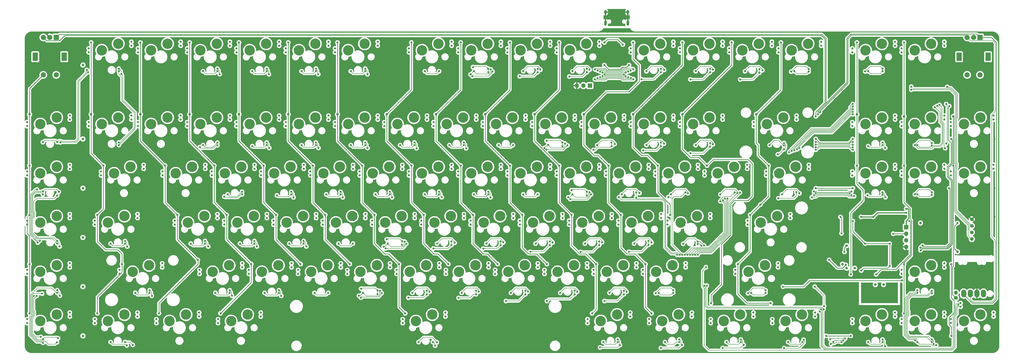
<source format=gtl>
%TF.GenerationSoftware,KiCad,Pcbnew,(6.0.0)*%
%TF.CreationDate,2022-03-07T18:24:05-05:00*%
%TF.ProjectId,keyboard0,6b657962-6f61-4726-9430-2e6b69636164,rev?*%
%TF.SameCoordinates,Original*%
%TF.FileFunction,Copper,L1,Top*%
%TF.FilePolarity,Positive*%
%FSLAX46Y46*%
G04 Gerber Fmt 4.6, Leading zero omitted, Abs format (unit mm)*
G04 Created by KiCad (PCBNEW (6.0.0)) date 2022-03-07 18:24:05*
%MOMM*%
%LPD*%
G01*
G04 APERTURE LIST*
%TA.AperFunction,ComponentPad*%
%ADD10C,0.800000*%
%TD*%
%TA.AperFunction,ComponentPad*%
%ADD11C,4.000000*%
%TD*%
%TA.AperFunction,ComponentPad*%
%ADD12R,2.000000X2.000000*%
%TD*%
%TA.AperFunction,ComponentPad*%
%ADD13C,2.000000*%
%TD*%
%TA.AperFunction,ComponentPad*%
%ADD14R,2.000000X3.200000*%
%TD*%
%TA.AperFunction,ComponentPad*%
%ADD15C,1.397000*%
%TD*%
%TA.AperFunction,ComponentPad*%
%ADD16O,2.000000X3.000000*%
%TD*%
%TA.AperFunction,ComponentPad*%
%ADD17C,1.524000*%
%TD*%
%TA.AperFunction,ComponentPad*%
%ADD18O,1.524000X1.524000*%
%TD*%
%TA.AperFunction,ComponentPad*%
%ADD19C,1.000000*%
%TD*%
%TA.AperFunction,ComponentPad*%
%ADD20R,1.700000X1.700000*%
%TD*%
%TA.AperFunction,ComponentPad*%
%ADD21O,1.700000X1.700000*%
%TD*%
%TA.AperFunction,ComponentPad*%
%ADD22O,1.000000X2.100000*%
%TD*%
%TA.AperFunction,ComponentPad*%
%ADD23O,1.000000X1.600000*%
%TD*%
%TA.AperFunction,ViaPad*%
%ADD24C,0.800000*%
%TD*%
%TA.AperFunction,Conductor*%
%ADD25C,0.250000*%
%TD*%
%TA.AperFunction,Conductor*%
%ADD26C,0.381000*%
%TD*%
%TA.AperFunction,Conductor*%
%ADD27C,0.200000*%
%TD*%
G04 APERTURE END LIST*
D10*
%TO.P,MX52,1*%
%TO.N,COL1*%
X47462700Y-162517900D03*
X47462700Y-160993900D03*
D11*
X52542700Y-161755900D03*
D10*
%TO.P,MX52,2*%
%TO.N,Net-(KD52-Pad2)*%
X63972700Y-158453900D03*
X63972700Y-159977900D03*
D11*
X58892700Y-159215900D03*
%TD*%
D10*
%TO.P,MX2,1*%
%TO.N,COL3*%
X83179200Y-94323100D03*
D11*
X88259200Y-95085100D03*
D10*
X83179200Y-95847100D03*
D11*
%TO.P,MX2,2*%
%TO.N,Net-(KD2-Pad2)*%
X94609200Y-92545100D03*
D10*
X99689200Y-91783100D03*
X99689200Y-93307100D03*
%TD*%
D11*
%TO.P,MX15,1*%
%TO.N,COL0*%
X26350600Y-123658300D03*
D10*
X21270600Y-124420300D03*
X21270600Y-122896300D03*
%TO.P,MX15,2*%
%TO.N,Net-(KD15-Pad2)*%
X37780600Y-121880300D03*
D11*
X32700600Y-121118300D03*
D10*
X37780600Y-120356300D03*
%TD*%
D11*
%TO.P,MX33,1*%
%TO.N,COL0*%
X26350600Y-142707100D03*
D10*
X21270600Y-141945100D03*
X21270600Y-143469100D03*
%TO.P,MX33,2*%
%TO.N,Net-(KD33-Pad2)*%
X37780600Y-140929100D03*
X37780600Y-139405100D03*
D11*
X32700600Y-140167100D03*
%TD*%
D10*
%TO.P,MX51,1*%
%TO.N,COL0*%
X21270600Y-162517900D03*
D11*
X26350600Y-161755900D03*
D10*
X21270600Y-160993900D03*
D11*
%TO.P,MX51,2*%
%TO.N,Net-(KD51-Pad2)*%
X32700600Y-159215900D03*
D10*
X37780600Y-159977900D03*
X37780600Y-158453900D03*
%TD*%
D11*
%TO.P,MX65,1*%
%TO.N,COL0*%
X26350600Y-180804700D03*
D10*
X21270600Y-181566700D03*
X21270600Y-180042700D03*
%TO.P,MX65,2*%
%TO.N,Net-(KD65-Pad2)*%
X37780600Y-179026700D03*
D11*
X32700600Y-178264700D03*
D10*
X37780600Y-177502700D03*
%TD*%
%TO.P,MX1,1*%
%TO.N,COL1*%
X45081600Y-95847100D03*
D11*
X50161600Y-95085100D03*
D10*
X45081600Y-94323100D03*
D11*
%TO.P,MX1,2*%
%TO.N,Net-(KD1-Pad2)*%
X56511600Y-92545100D03*
D10*
X61591600Y-93307100D03*
X61591600Y-91783100D03*
%TD*%
%TO.P,MX16,1*%
%TO.N,COL1*%
X45081600Y-124420300D03*
X45081600Y-122896300D03*
D11*
X50161600Y-123658300D03*
D10*
%TO.P,MX16,2*%
%TO.N,Net-(KD16-Pad2)*%
X61591600Y-121880300D03*
X61591600Y-120356300D03*
D11*
X56511600Y-121118300D03*
%TD*%
D10*
%TO.P,MX34,1*%
%TO.N,COL1*%
X49843800Y-141945100D03*
X49843800Y-143469100D03*
D11*
X54923800Y-142707100D03*
D10*
%TO.P,MX34,2*%
%TO.N,Net-(KD34-Pad2)*%
X66353800Y-140929100D03*
D11*
X61273800Y-140167100D03*
D10*
X66353800Y-139405100D03*
%TD*%
D11*
%TO.P,MX79,1*%
%TO.N,COL0*%
X26350600Y-199853500D03*
D10*
X21270600Y-200615500D03*
X21270600Y-199091500D03*
%TO.P,MX79,2*%
%TO.N,Net-(KD79-Pad2)*%
X37780600Y-198075500D03*
D11*
X32700600Y-197313500D03*
D10*
X37780600Y-196551500D03*
%TD*%
%TO.P,MX18,1*%
%TO.N,COL3*%
X83179200Y-124420300D03*
D11*
X88259200Y-123658300D03*
D10*
X83179200Y-122896300D03*
%TO.P,MX18,2*%
%TO.N,Net-(KD18-Pad2)*%
X99689200Y-121880300D03*
X99689200Y-120356300D03*
D11*
X94609200Y-121118300D03*
%TD*%
D10*
%TO.P,MX36,1*%
%TO.N,COL3*%
X92703600Y-141945100D03*
D11*
X97783600Y-142707100D03*
D10*
X92703600Y-143469100D03*
%TO.P,MX36,2*%
%TO.N,Net-(KD36-Pad2)*%
X109213600Y-140929100D03*
X109213600Y-139405100D03*
D11*
X104133600Y-140167100D03*
%TD*%
%TO.P,MX54,1*%
%TO.N,COL3*%
X102545800Y-161755900D03*
D10*
X97465800Y-162517900D03*
X97465800Y-160993900D03*
D11*
%TO.P,MX54,2*%
%TO.N,Net-(KD54-Pad2)*%
X108895800Y-159215900D03*
D10*
X113975800Y-159977900D03*
X113975800Y-158453900D03*
%TD*%
%TO.P,MX67,1*%
%TO.N,COL2*%
X87941400Y-181566700D03*
X87941400Y-180042700D03*
D11*
X93021400Y-180804700D03*
%TO.P,MX67,2*%
%TO.N,Net-(KD67-Pad2)*%
X99371400Y-178264700D03*
D10*
X104451400Y-179026700D03*
X104451400Y-177502700D03*
%TD*%
%TO.P,MX82,1*%
%TO.N,COL3*%
X95084700Y-199091500D03*
X95084700Y-200615500D03*
D11*
X100164700Y-199853500D03*
%TO.P,MX82,2*%
%TO.N,Net-(KD82-Pad2)*%
X106514700Y-197313500D03*
D10*
X111594700Y-196551500D03*
X111594700Y-198075500D03*
%TD*%
D11*
%TO.P,MX17,1*%
%TO.N,COL2*%
X69210400Y-123658300D03*
D10*
X64130400Y-122896300D03*
X64130400Y-124420300D03*
%TO.P,MX17,2*%
%TO.N,Net-(KD17-Pad2)*%
X80640400Y-120356300D03*
X80640400Y-121880300D03*
D11*
X75560400Y-121118300D03*
%TD*%
D10*
%TO.P,MX35,1*%
%TO.N,COL2*%
X73654800Y-141945100D03*
X73654800Y-143469100D03*
D11*
X78734800Y-142707100D03*
D10*
%TO.P,MX35,2*%
%TO.N,Net-(KD35-Pad2)*%
X90164800Y-139405100D03*
X90164800Y-140929100D03*
D11*
X85084800Y-140167100D03*
%TD*%
D10*
%TO.P,MX53,1*%
%TO.N,COL2*%
X78358700Y-162517900D03*
D11*
X83438700Y-161755900D03*
D10*
X78358700Y-160993900D03*
%TO.P,MX53,2*%
%TO.N,Net-(KD53-Pad2)*%
X94868700Y-158453900D03*
D11*
X89788700Y-159215900D03*
D10*
X94868700Y-159977900D03*
%TD*%
D11*
%TO.P,MX66,1*%
%TO.N,COL1*%
X62067100Y-180804700D03*
D10*
X56987100Y-181566700D03*
X56987100Y-180042700D03*
%TO.P,MX66,2*%
%TO.N,Net-(KD66-Pad2)*%
X73497100Y-179026700D03*
X73497100Y-177502700D03*
D11*
X68417100Y-178264700D03*
%TD*%
%TO.P,MX81,1*%
%TO.N,COL2*%
X76353700Y-199853500D03*
D10*
X71273700Y-200615500D03*
X71273700Y-199091500D03*
%TO.P,MX81,2*%
%TO.N,Net-(KD81-Pad2)*%
X87783700Y-196551500D03*
D11*
X82703700Y-197313500D03*
D10*
X87783700Y-198075500D03*
%TD*%
%TO.P,MX3,1*%
%TO.N,COL4*%
X102228000Y-94323100D03*
D11*
X107308000Y-95085100D03*
D10*
X102228000Y-95847100D03*
%TO.P,MX3,2*%
%TO.N,Net-(KD3-Pad2)*%
X118738000Y-91783100D03*
X118738000Y-93307100D03*
D11*
X113658000Y-92545100D03*
%TD*%
D10*
%TO.P,MX37,1*%
%TO.N,COL4*%
X111752400Y-141945100D03*
X111752400Y-143469100D03*
D11*
X116832400Y-142707100D03*
%TO.P,MX37,2*%
%TO.N,Net-(KD37-Pad2)*%
X123182400Y-140167100D03*
D10*
X128262400Y-139405100D03*
X128262400Y-140929100D03*
%TD*%
D11*
%TO.P,MX55,1*%
%TO.N,COL4*%
X121594600Y-161755900D03*
D10*
X116514600Y-162517900D03*
X116514600Y-160993900D03*
D11*
%TO.P,MX55,2*%
%TO.N,Net-(KD55-Pad2)*%
X127944600Y-159215900D03*
D10*
X133024600Y-159977900D03*
X133024600Y-158453900D03*
%TD*%
%TO.P,MX68,1*%
%TO.N,COL3*%
X106990200Y-181566700D03*
D11*
X112070200Y-180804700D03*
D10*
X106990200Y-180042700D03*
%TO.P,MX68,2*%
%TO.N,Net-(KD68-Pad2)*%
X123500200Y-177502700D03*
D11*
X118420200Y-178264700D03*
D10*
X123500200Y-179026700D03*
%TD*%
%TO.P,MX70,1*%
%TO.N,COL5*%
X145087800Y-181566700D03*
D11*
X150167800Y-180804700D03*
D10*
X145087800Y-180042700D03*
D11*
%TO.P,MX70,2*%
%TO.N,Net-(KD70-Pad2)*%
X156517800Y-178264700D03*
D10*
X161597800Y-179026700D03*
X161597800Y-177502700D03*
%TD*%
%TO.P,MX4,1*%
%TO.N,COL5*%
X121276800Y-94323100D03*
D11*
X126356800Y-95085100D03*
D10*
X121276800Y-95847100D03*
D11*
%TO.P,MX4,2*%
%TO.N,Net-(KD4-Pad2)*%
X132706800Y-92545100D03*
D10*
X137786800Y-93307100D03*
X137786800Y-91783100D03*
%TD*%
%TO.P,MX20,1*%
%TO.N,COL5*%
X121276800Y-122896300D03*
D11*
X126356800Y-123658300D03*
D10*
X121276800Y-124420300D03*
%TO.P,MX20,2*%
%TO.N,Net-(KD20-Pad2)*%
X137786800Y-121880300D03*
X137786800Y-120356300D03*
D11*
X132706800Y-121118300D03*
%TD*%
D10*
%TO.P,MX38,1*%
%TO.N,COL5*%
X130801200Y-141945100D03*
D11*
X135881200Y-142707100D03*
D10*
X130801200Y-143469100D03*
D11*
%TO.P,MX38,2*%
%TO.N,Net-(KD38-Pad2)*%
X142231200Y-140167100D03*
D10*
X147311200Y-139405100D03*
X147311200Y-140929100D03*
%TD*%
%TO.P,MX56,1*%
%TO.N,COL5*%
X135563400Y-162517900D03*
D11*
X140643400Y-161755900D03*
D10*
X135563400Y-160993900D03*
%TO.P,MX56,2*%
%TO.N,Net-(KD56-Pad2)*%
X152073400Y-158453900D03*
D11*
X146993400Y-159215900D03*
D10*
X152073400Y-159977900D03*
%TD*%
D11*
%TO.P,MX69,1*%
%TO.N,COL4*%
X131119000Y-180804700D03*
D10*
X126039000Y-181566700D03*
X126039000Y-180042700D03*
%TO.P,MX69,2*%
%TO.N,Net-(KD69-Pad2)*%
X142549000Y-177502700D03*
D11*
X137469000Y-178264700D03*
D10*
X142549000Y-179026700D03*
%TD*%
D11*
%TO.P,MX5,1*%
%TO.N,COL6*%
X145405600Y-95085100D03*
D10*
X140325600Y-95847100D03*
X140325600Y-94323100D03*
%TO.P,MX5,2*%
%TO.N,Net-(KD5-Pad2)*%
X156835600Y-93307100D03*
D11*
X151755600Y-92545100D03*
D10*
X156835600Y-91783100D03*
%TD*%
%TO.P,MX39,1*%
%TO.N,COL6*%
X149850000Y-143469100D03*
D11*
X154930000Y-142707100D03*
D10*
X149850000Y-141945100D03*
%TO.P,MX39,2*%
%TO.N,Net-(KD39-Pad2)*%
X166360000Y-140929100D03*
X166360000Y-139405100D03*
D11*
X161280000Y-140167100D03*
%TD*%
D10*
%TO.P,MX57,1*%
%TO.N,COL6*%
X154612200Y-160993900D03*
D11*
X159692200Y-161755900D03*
D10*
X154612200Y-162517900D03*
%TO.P,MX57,2*%
%TO.N,Net-(KD57-Pad2)*%
X171122200Y-158453900D03*
X171122200Y-159977900D03*
D11*
X166042200Y-159215900D03*
%TD*%
D10*
%TO.P,MX71,1*%
%TO.N,COL6*%
X164136600Y-181566700D03*
D11*
X169216600Y-180804700D03*
D10*
X164136600Y-180042700D03*
D11*
%TO.P,MX71,2*%
%TO.N,Net-(KD71-Pad2)*%
X175566600Y-178264700D03*
D10*
X180646600Y-177502700D03*
X180646600Y-179026700D03*
%TD*%
D11*
%TO.P,MX83,1*%
%TO.N,COL6*%
X171597700Y-199853500D03*
D10*
X166517700Y-199091500D03*
X166517700Y-200615500D03*
%TO.P,MX83,2*%
%TO.N,Net-(KD83-Pad2)*%
X183027700Y-196551500D03*
D11*
X177947700Y-197313500D03*
D10*
X183027700Y-198075500D03*
%TD*%
%TO.P,MX22,1*%
%TO.N,COL7*%
X159374400Y-122896300D03*
D11*
X164454400Y-123658300D03*
D10*
X159374400Y-124420300D03*
%TO.P,MX22,2*%
%TO.N,Net-(KD22-Pad2)*%
X175884400Y-120356300D03*
X175884400Y-121880300D03*
D11*
X170804400Y-121118300D03*
%TD*%
D10*
%TO.P,MX40,1*%
%TO.N,COL7*%
X168898800Y-143469100D03*
D11*
X173978800Y-142707100D03*
D10*
X168898800Y-141945100D03*
%TO.P,MX40,2*%
%TO.N,Net-(KD40-Pad2)*%
X185408800Y-140929100D03*
D11*
X180328800Y-140167100D03*
D10*
X185408800Y-139405100D03*
%TD*%
%TO.P,MX58,1*%
%TO.N,COL7*%
X173661000Y-162517900D03*
X173661000Y-160993900D03*
D11*
X178741000Y-161755900D03*
%TO.P,MX58,2*%
%TO.N,Net-(KD58-Pad2)*%
X185091000Y-159215900D03*
D10*
X190171000Y-158453900D03*
X190171000Y-159977900D03*
%TD*%
D11*
%TO.P,MX72,1*%
%TO.N,COL7*%
X188265400Y-180804700D03*
D10*
X183185400Y-180042700D03*
X183185400Y-181566700D03*
D11*
%TO.P,MX72,2*%
%TO.N,Net-(KD72-Pad2)*%
X194615400Y-178264700D03*
D10*
X199695400Y-179026700D03*
X199695400Y-177502700D03*
%TD*%
%TO.P,MX7,1*%
%TO.N,COL8*%
X187947600Y-95847100D03*
X187947600Y-94323100D03*
D11*
X193027600Y-95085100D03*
D10*
%TO.P,MX7,2*%
%TO.N,Net-(KD7-Pad2)*%
X204457600Y-91783100D03*
X204457600Y-93307100D03*
D11*
X199377600Y-92545100D03*
%TD*%
D10*
%TO.P,MX23,1*%
%TO.N,COL8*%
X178423200Y-124420300D03*
D11*
X183503200Y-123658300D03*
D10*
X178423200Y-122896300D03*
%TO.P,MX23,2*%
%TO.N,Net-(KD23-Pad2)*%
X194933200Y-120356300D03*
D11*
X189853200Y-121118300D03*
D10*
X194933200Y-121880300D03*
%TD*%
%TO.P,MX41,1*%
%TO.N,COL8*%
X187947600Y-141945100D03*
D11*
X193027600Y-142707100D03*
D10*
X187947600Y-143469100D03*
%TO.P,MX41,2*%
%TO.N,Net-(KD41-Pad2)*%
X204457600Y-140929100D03*
D11*
X199377600Y-140167100D03*
D10*
X204457600Y-139405100D03*
%TD*%
D11*
%TO.P,MX59,1*%
%TO.N,COL8*%
X197789800Y-161755900D03*
D10*
X192709800Y-162517900D03*
X192709800Y-160993900D03*
D11*
%TO.P,MX59,2*%
%TO.N,Net-(KD59-Pad2)*%
X204139800Y-159215900D03*
D10*
X209219800Y-158453900D03*
X209219800Y-159977900D03*
%TD*%
%TO.P,MX73,1*%
%TO.N,COL8*%
X202234200Y-181566700D03*
X202234200Y-180042700D03*
D11*
X207314200Y-180804700D03*
D10*
%TO.P,MX73,2*%
%TO.N,Net-(KD73-Pad2)*%
X218744200Y-177502700D03*
D11*
X213664200Y-178264700D03*
D10*
X218744200Y-179026700D03*
%TD*%
D11*
%TO.P,MX8,1*%
%TO.N,COL9*%
X212076400Y-95085100D03*
D10*
X206996400Y-94323100D03*
X206996400Y-95847100D03*
%TO.P,MX8,2*%
%TO.N,Net-(KD8-Pad2)*%
X223506400Y-91783100D03*
X223506400Y-93307100D03*
D11*
X218426400Y-92545100D03*
%TD*%
%TO.P,MX24,1*%
%TO.N,COL9*%
X202552000Y-123658300D03*
D10*
X197472000Y-124420300D03*
X197472000Y-122896300D03*
%TO.P,MX24,2*%
%TO.N,Net-(KD24-Pad2)*%
X213982000Y-121880300D03*
X213982000Y-120356300D03*
D11*
X208902000Y-121118300D03*
%TD*%
%TO.P,MX42,1*%
%TO.N,COL9*%
X212076400Y-142707100D03*
D10*
X206996400Y-141945100D03*
X206996400Y-143469100D03*
%TO.P,MX42,2*%
%TO.N,Net-(KD42-Pad2)*%
X223506400Y-139405100D03*
X223506400Y-140929100D03*
D11*
X218426400Y-140167100D03*
%TD*%
D10*
%TO.P,MX60,1*%
%TO.N,COL9*%
X211758600Y-160993900D03*
X211758600Y-162517900D03*
D11*
X216838600Y-161755900D03*
D10*
%TO.P,MX60,2*%
%TO.N,Net-(KD60-Pad2)*%
X228268600Y-159977900D03*
D11*
X223188600Y-159215900D03*
D10*
X228268600Y-158453900D03*
%TD*%
%TO.P,MX74,1*%
%TO.N,COL9*%
X221283000Y-180042700D03*
D11*
X226363000Y-180804700D03*
D10*
X221283000Y-181566700D03*
D11*
%TO.P,MX74,2*%
%TO.N,Net-(KD74-Pad2)*%
X232713000Y-178264700D03*
D10*
X237793000Y-177502700D03*
X237793000Y-179026700D03*
%TD*%
%TO.P,MX9,1*%
%TO.N,COL10*%
X226045200Y-95847100D03*
X226045200Y-94323100D03*
D11*
X231125200Y-95085100D03*
%TO.P,MX9,2*%
%TO.N,Net-(KD9-Pad2)*%
X237475200Y-92545100D03*
D10*
X242555200Y-93307100D03*
X242555200Y-91783100D03*
%TD*%
%TO.P,MX25,1*%
%TO.N,COL10*%
X216520800Y-122896300D03*
D11*
X221600800Y-123658300D03*
D10*
X216520800Y-124420300D03*
%TO.P,MX25,2*%
%TO.N,Net-(KD25-Pad2)*%
X233030800Y-120356300D03*
D11*
X227950800Y-121118300D03*
D10*
X233030800Y-121880300D03*
%TD*%
%TO.P,MX43,1*%
%TO.N,COL10*%
X226045200Y-141945100D03*
D11*
X231125200Y-142707100D03*
D10*
X226045200Y-143469100D03*
%TO.P,MX43,2*%
%TO.N,Net-(KD43-Pad2)*%
X242555200Y-139405100D03*
D11*
X237475200Y-140167100D03*
D10*
X242555200Y-140929100D03*
%TD*%
%TO.P,MX61,1*%
%TO.N,COL10*%
X230807400Y-160993900D03*
X230807400Y-162517900D03*
D11*
X235887400Y-161755900D03*
%TO.P,MX61,2*%
%TO.N,Net-(KD61-Pad2)*%
X242237400Y-159215900D03*
D10*
X247317400Y-158453900D03*
X247317400Y-159977900D03*
%TD*%
%TO.P,MX75,1*%
%TO.N,COL10*%
X240331800Y-181566700D03*
X240331800Y-180042700D03*
D11*
X245411800Y-180804700D03*
D10*
%TO.P,MX75,2*%
%TO.N,Net-(KD75-Pad2)*%
X256841800Y-179026700D03*
D11*
X251761800Y-178264700D03*
D10*
X256841800Y-177502700D03*
%TD*%
%TO.P,MX84,1*%
%TO.N,COL10*%
X237950700Y-199091500D03*
D11*
X243030700Y-199853500D03*
D10*
X237950700Y-200615500D03*
D11*
%TO.P,MX84,2*%
%TO.N,Net-(KD84-Pad2)*%
X249380700Y-197313500D03*
D10*
X254460700Y-196551500D03*
X254460700Y-198075500D03*
%TD*%
%TO.P,MX10,1*%
%TO.N,COL11*%
X254618400Y-94323100D03*
D11*
X259698400Y-95085100D03*
D10*
X254618400Y-95847100D03*
%TO.P,MX10,2*%
%TO.N,Net-(KD10-Pad2)*%
X271128400Y-93307100D03*
D11*
X266048400Y-92545100D03*
D10*
X271128400Y-91783100D03*
%TD*%
D11*
%TO.P,MX26,1*%
%TO.N,COL11*%
X240649600Y-123658300D03*
D10*
X235569600Y-124420300D03*
X235569600Y-122896300D03*
D11*
%TO.P,MX26,2*%
%TO.N,Net-(KD26-Pad2)*%
X246999600Y-121118300D03*
D10*
X252079600Y-121880300D03*
X252079600Y-120356300D03*
%TD*%
%TO.P,MX44,1*%
%TO.N,COL11*%
X245094000Y-143469100D03*
X245094000Y-141945100D03*
D11*
X250174000Y-142707100D03*
D10*
%TO.P,MX44,2*%
%TO.N,Net-(KD44-Pad2)*%
X261604000Y-140929100D03*
X261604000Y-139405100D03*
D11*
X256524000Y-140167100D03*
%TD*%
D10*
%TO.P,MX62,1*%
%TO.N,COL11*%
X249856200Y-160993900D03*
D11*
X254936200Y-161755900D03*
D10*
X249856200Y-162517900D03*
%TO.P,MX62,2*%
%TO.N,Net-(KD62-Pad2)*%
X266366200Y-158453900D03*
D11*
X261286200Y-159215900D03*
D10*
X266366200Y-159977900D03*
%TD*%
D11*
%TO.P,MX76,1*%
%TO.N,COL11*%
X264460600Y-180804700D03*
D10*
X259380600Y-180042700D03*
X259380600Y-181566700D03*
%TO.P,MX76,2*%
%TO.N,Net-(KD76-Pad2)*%
X275890600Y-177502700D03*
D11*
X270810600Y-178264700D03*
D10*
X275890600Y-179026700D03*
%TD*%
D11*
%TO.P,MX11,1*%
%TO.N,COL12*%
X278747200Y-95085100D03*
D10*
X273667200Y-94323100D03*
X273667200Y-95847100D03*
%TO.P,MX11,2*%
%TO.N,Net-(KD11-Pad2)*%
X290177200Y-93307100D03*
D11*
X285097200Y-92545100D03*
D10*
X290177200Y-91783100D03*
%TD*%
%TO.P,MX27,1*%
%TO.N,COL12*%
X254618400Y-122896300D03*
X254618400Y-124420300D03*
D11*
X259698400Y-123658300D03*
D10*
%TO.P,MX27,2*%
%TO.N,Net-(KD27-Pad2)*%
X271128400Y-120356300D03*
X271128400Y-121880300D03*
D11*
X266048400Y-121118300D03*
%TD*%
D10*
%TO.P,MX45,1*%
%TO.N,COL12*%
X264142800Y-143469100D03*
X264142800Y-141945100D03*
D11*
X269222800Y-142707100D03*
D10*
%TO.P,MX45,2*%
%TO.N,Net-(KD45-Pad2)*%
X280652800Y-140929100D03*
D11*
X275572800Y-140167100D03*
D10*
X280652800Y-139405100D03*
%TD*%
%TO.P,MX63,1*%
%TO.N,COL12*%
X268905000Y-162517900D03*
D11*
X273985000Y-161755900D03*
D10*
X268905000Y-160993900D03*
%TO.P,MX63,2*%
%TO.N,Net-(KD63-Pad2)*%
X285415000Y-159977900D03*
X285415000Y-158453900D03*
D11*
X280335000Y-159215900D03*
%TD*%
D10*
%TO.P,MX85,1*%
%TO.N,COL11*%
X261761700Y-200615500D03*
X261761700Y-199091500D03*
D11*
X266841700Y-199853500D03*
D10*
%TO.P,MX85,2*%
%TO.N,Net-(KD85-Pad2)*%
X278271700Y-198075500D03*
X278271700Y-196551500D03*
D11*
X273191700Y-197313500D03*
%TD*%
D10*
%TO.P,MX86,1*%
%TO.N,COL13*%
X285572700Y-199091500D03*
D11*
X290652700Y-199853500D03*
D10*
X285572700Y-200615500D03*
D11*
%TO.P,MX86,2*%
%TO.N,Net-(KD86-Pad2)*%
X297002700Y-197313500D03*
D10*
X302082700Y-196551500D03*
X302082700Y-198075500D03*
%TD*%
%TO.P,MX12,1*%
%TO.N,COL13*%
X292716000Y-95847100D03*
X292716000Y-94323100D03*
D11*
X297796000Y-95085100D03*
D10*
%TO.P,MX12,2*%
%TO.N,Net-(KD12-Pad2)*%
X309226000Y-93307100D03*
X309226000Y-91783100D03*
D11*
X304146000Y-92545100D03*
%TD*%
D10*
%TO.P,MX28,1*%
%TO.N,COL13*%
X273667200Y-124420300D03*
X273667200Y-122896300D03*
D11*
X278747200Y-123658300D03*
D10*
%TO.P,MX28,2*%
%TO.N,Net-(KD28-Pad2)*%
X290177200Y-121880300D03*
D11*
X285097200Y-121118300D03*
D10*
X290177200Y-120356300D03*
%TD*%
%TO.P,MX46,1*%
%TO.N,COL13*%
X283191600Y-143469100D03*
X283191600Y-141945100D03*
D11*
X288271600Y-142707100D03*
D10*
%TO.P,MX46,2*%
%TO.N,Net-(KD46-Pad2)*%
X299701600Y-139405100D03*
D11*
X294621600Y-140167100D03*
D10*
X299701600Y-140929100D03*
%TD*%
D11*
%TO.P,MX87,1*%
%TO.N,COL14*%
X314463700Y-199853500D03*
D10*
X309383700Y-199091500D03*
X309383700Y-200615500D03*
%TO.P,MX87,2*%
%TO.N,Net-(KD87-Pad2)*%
X325893700Y-196551500D03*
X325893700Y-198075500D03*
D11*
X320813700Y-197313500D03*
%TD*%
D10*
%TO.P,MX13,1*%
%TO.N,COL14*%
X311764800Y-94323100D03*
X311764800Y-95847100D03*
D11*
X316844800Y-95085100D03*
D10*
%TO.P,MX13,2*%
%TO.N,Net-(KD13-Pad2)*%
X328274800Y-91783100D03*
X328274800Y-93307100D03*
D11*
X323194800Y-92545100D03*
%TD*%
D10*
%TO.P,MX29,1*%
%TO.N,COL14*%
X302240400Y-122896300D03*
X302240400Y-124420300D03*
D11*
X307320400Y-123658300D03*
%TO.P,MX29,2*%
%TO.N,Net-(KD29-Pad2)*%
X313670400Y-121118300D03*
D10*
X318750400Y-120356300D03*
X318750400Y-121880300D03*
%TD*%
%TO.P,MX47,1*%
%TO.N,COL14*%
X307002600Y-141945100D03*
D11*
X312082600Y-142707100D03*
D10*
X307002600Y-143469100D03*
%TO.P,MX47,2*%
%TO.N,Net-(KD47-Pad2)*%
X323512600Y-139405100D03*
D11*
X318432600Y-140167100D03*
D10*
X323512600Y-140929100D03*
%TD*%
D11*
%TO.P,MX64,1*%
%TO.N,COL14*%
X304939300Y-161755900D03*
D10*
X299859300Y-162517900D03*
X299859300Y-160993900D03*
D11*
%TO.P,MX64,2*%
%TO.N,Net-(KD64-Pad2)*%
X311289300Y-159215900D03*
D10*
X316369300Y-159977900D03*
X316369300Y-158453900D03*
%TD*%
%TO.P,MX77,1*%
%TO.N,COL14*%
X295087562Y-180041844D03*
X295087562Y-181565844D03*
D11*
X300167562Y-180803844D03*
D10*
%TO.P,MX77,2*%
%TO.N,Net-(KD77-Pad2)*%
X311597562Y-179025844D03*
X311597562Y-177501844D03*
D11*
X306517562Y-178263844D03*
%TD*%
D10*
%TO.P,MX88,1*%
%TO.N,COL15*%
X340338000Y-200615500D03*
X340338000Y-199091500D03*
D11*
X345418000Y-199853500D03*
D10*
%TO.P,MX88,2*%
%TO.N,Net-(KD88-Pad2)*%
X356848000Y-198075500D03*
D11*
X351768000Y-197313500D03*
D10*
X356848000Y-196551500D03*
%TD*%
D11*
%TO.P,MX30,1*%
%TO.N,COL15*%
X345418000Y-123658300D03*
D10*
X340338000Y-124420300D03*
X340338000Y-122896300D03*
D11*
%TO.P,MX30,2*%
%TO.N,Net-(KD30-Pad2)*%
X351768000Y-121118300D03*
D10*
X356848000Y-121880300D03*
X356848000Y-120356300D03*
%TD*%
%TO.P,MX48,1*%
%TO.N,COL15*%
X340338000Y-141945100D03*
D11*
X345418000Y-142707100D03*
D10*
X340338000Y-143469100D03*
%TO.P,MX48,2*%
%TO.N,Net-(KD48-Pad2)*%
X356848000Y-139405100D03*
D11*
X351768000Y-140167100D03*
D10*
X356848000Y-140929100D03*
%TD*%
%TO.P,MX31,1*%
%TO.N,COL16*%
X359386800Y-124420300D03*
D11*
X364466800Y-123658300D03*
D10*
X359386800Y-122896300D03*
%TO.P,MX31,2*%
%TO.N,Net-(KD31-Pad2)*%
X375896800Y-120356300D03*
X375896800Y-121880300D03*
D11*
X370816800Y-121118300D03*
%TD*%
%TO.P,MX49,1*%
%TO.N,COL16*%
X364466800Y-142707100D03*
D10*
X359386800Y-143469100D03*
X359386800Y-141945100D03*
%TO.P,MX49,2*%
%TO.N,Net-(KD49-Pad2)*%
X375896800Y-140929100D03*
X375896800Y-139405100D03*
D11*
X370816800Y-140167100D03*
%TD*%
D10*
%TO.P,MX78,1*%
%TO.N,COL16*%
X359386800Y-180042700D03*
D11*
X364466800Y-180804700D03*
D10*
X359386800Y-181566700D03*
%TO.P,MX78,2*%
%TO.N,Net-(KD78-Pad2)*%
X375896800Y-179026700D03*
D11*
X370816800Y-178264700D03*
D10*
X375896800Y-177502700D03*
%TD*%
%TO.P,MX89,1*%
%TO.N,COL16*%
X359386800Y-200615500D03*
D11*
X364466800Y-199853500D03*
D10*
X359386800Y-199091500D03*
D11*
%TO.P,MX89,2*%
%TO.N,Net-(KD89-Pad2)*%
X370816800Y-197313500D03*
D10*
X375896800Y-196551500D03*
X375896800Y-198075500D03*
%TD*%
%TO.P,MX50,1*%
%TO.N,COL17*%
X378435600Y-141945100D03*
D11*
X383515600Y-142707100D03*
D10*
X378435600Y-143469100D03*
D11*
%TO.P,MX50,2*%
%TO.N,Net-(KD50-Pad2)*%
X389865600Y-140167100D03*
D10*
X394945600Y-139405100D03*
X394945600Y-140929100D03*
%TD*%
D11*
%TO.P,MX90,1*%
%TO.N,COL17*%
X383515600Y-199853500D03*
D10*
X378435600Y-199091500D03*
X378435600Y-200615500D03*
%TO.P,MX90,2*%
%TO.N,Net-(KD90-Pad2)*%
X394945600Y-198075500D03*
X394945600Y-196551500D03*
D11*
X389865600Y-197313500D03*
%TD*%
D12*
%TO.P,ROT2,A,A*%
%TO.N,ENCODER_A*%
X389706700Y-90084950D03*
D13*
%TO.P,ROT2,B,B*%
%TO.N,ENCODER_B2*%
X384706700Y-90084950D03*
%TO.P,ROT2,C,C*%
%TO.N,GND*%
X387206700Y-90084950D03*
D14*
%TO.P,ROT2,MP*%
%TO.N,N/C*%
X381606700Y-97584950D03*
X392806700Y-97584950D03*
D13*
%TO.P,ROT2,S1,S1*%
%TO.N,COL17*%
X384706700Y-104584950D03*
%TO.P,ROT2,S2,S2*%
%TO.N,Net-(D4-Pad2)*%
X389706700Y-104584950D03*
%TD*%
D11*
%TO.P,MX6,1*%
%TO.N,COL7*%
X173978800Y-95085100D03*
D10*
X168898800Y-95847100D03*
X168898800Y-94323100D03*
D11*
%TO.P,MX6,2*%
%TO.N,Net-(KD6-Pad2)*%
X180328800Y-92545100D03*
D10*
X185408800Y-91783100D03*
X185408800Y-93307100D03*
%TD*%
%TO.P,MX21,1*%
%TO.N,COL6*%
X140325600Y-124420300D03*
X140325600Y-122896300D03*
D11*
X145405600Y-123658300D03*
D10*
%TO.P,MX21,2*%
%TO.N,Net-(KD21-Pad2)*%
X156835600Y-121880300D03*
X156835600Y-120356300D03*
D11*
X151755600Y-121118300D03*
%TD*%
D10*
%TO.P,MX32,1*%
%TO.N,COL17*%
X378435600Y-124420300D03*
D11*
X383515600Y-123658300D03*
D10*
X378435600Y-122896300D03*
%TO.P,MX32,2*%
%TO.N,Net-(KD32-Pad2)*%
X394945600Y-121880300D03*
X394945600Y-120356300D03*
D11*
X389865600Y-121118300D03*
%TD*%
D10*
%TO.P,MX19,1*%
%TO.N,COL4*%
X102228000Y-124420300D03*
X102228000Y-122896300D03*
D11*
X107308000Y-123658300D03*
%TO.P,MX19,2*%
%TO.N,Net-(KD19-Pad2)*%
X113658000Y-121118300D03*
D10*
X118738000Y-121880300D03*
X118738000Y-120356300D03*
%TD*%
D12*
%TO.P,ROT1,A,A*%
%TO.N,ENCODER_A*%
X32541700Y-90084950D03*
D13*
%TO.P,ROT1,B,B*%
%TO.N,ENCODER_B1*%
X27541700Y-90084950D03*
%TO.P,ROT1,C,C*%
%TO.N,GND*%
X30041700Y-90084950D03*
D14*
%TO.P,ROT1,MP*%
%TO.N,N/C*%
X24441700Y-97584950D03*
X35641700Y-97584950D03*
D13*
%TO.P,ROT1,S1,S1*%
%TO.N,COL0*%
X27541700Y-104584950D03*
%TO.P,ROT1,S2,S2*%
%TO.N,Net-(D3-Pad2)*%
X32541700Y-104584950D03*
%TD*%
D11*
%TO.P,MX14,1*%
%TO.N,COL15*%
X345418000Y-95085100D03*
D10*
X340338000Y-94323100D03*
X340338000Y-95847100D03*
D11*
%TO.P,MX14,2*%
%TO.N,Net-(KD14-Pad2)*%
X351768000Y-92545100D03*
D10*
X356848000Y-91783100D03*
X356848000Y-93307100D03*
%TD*%
D15*
%TO.P,OL1,1,SDA*%
%TO.N,SDA*%
X386531900Y-168105900D03*
%TO.P,OL1,2,SCL*%
%TO.N,SCL*%
X386531900Y-165565900D03*
%TO.P,OL1,3,VCC*%
%TO.N,+5V*%
X386531900Y-163025900D03*
%TO.P,OL1,4,GND*%
%TO.N,GND*%
X386531900Y-160485900D03*
%TD*%
D11*
%TO.P,MX80,1*%
%TO.N,COL1*%
X52542700Y-199853500D03*
D10*
X47462700Y-200615500D03*
X47462700Y-199091500D03*
%TO.P,MX80,2*%
%TO.N,Net-(KD80-Pad2)*%
X63972700Y-196551500D03*
X63972700Y-198075500D03*
D11*
X58892700Y-197313500D03*
%TD*%
D10*
%TO.P,MX1-1,1*%
%TO.N,COL2*%
X64130400Y-95847100D03*
X64130400Y-94323100D03*
D11*
X69210400Y-95085100D03*
D10*
%TO.P,MX1-1,2*%
%TO.N,Net-(KD1-1-Pad2)*%
X80640400Y-91783100D03*
X80640400Y-93307100D03*
D11*
X75560400Y-92545100D03*
%TD*%
D16*
%TO.P,ROT2-1,A,A*%
%TO.N,ENCODER_A*%
X383375600Y-189194700D03*
%TO.P,ROT2-1,B,B*%
%TO.N,ENCODER_B2*%
X385915600Y-189194700D03*
%TO.P,ROT2-1,C,C*%
%TO.N,GND*%
X388455600Y-189194700D03*
%TO.P,ROT2-1,NC*%
%TO.N,N/C*%
X390995600Y-189194700D03*
D17*
%TO.P,ROT2-1,S1,S1*%
%TO.N,COL17*%
X380375600Y-190844700D03*
D18*
%TO.P,ROT2-1,S2,S2*%
%TO.N,Net-(D6-Pad2)*%
X380375600Y-188844700D03*
%TD*%
D11*
%TO.P,MX14-1,1*%
%TO.N,COL16*%
X364466800Y-95085100D03*
D10*
X359386800Y-95847100D03*
X359386800Y-94323100D03*
%TO.P,MX14-1,2*%
%TO.N,Net-(KD14-1-Pad2)*%
X375896800Y-93307100D03*
X375896800Y-91783100D03*
D11*
X370816800Y-92545100D03*
%TD*%
D19*
%TO.P,COL12,1,1*%
%TO.N,COL12*%
X255571400Y-119848700D03*
%TD*%
%TO.P,COL13,1,1*%
%TO.N,COL13*%
X274620200Y-119848700D03*
%TD*%
%TO.P,COL3,1,1*%
%TO.N,COL3*%
X84132200Y-119848700D03*
%TD*%
%TO.P,COL0,1,1*%
%TO.N,COL0*%
X22223600Y-119848700D03*
%TD*%
%TO.P,ROW5,1,1*%
%TO.N,ROW5*%
X42859800Y-205568300D03*
%TD*%
%TO.P,ROW4,1,1*%
%TO.N,ROT2-1_ROW*%
X42859800Y-186519500D03*
%TD*%
%TO.P,ROW3,1,1*%
%TO.N,ROW3*%
X42859800Y-167470700D03*
%TD*%
%TO.P,ROW2,1,1*%
%TO.N,ROW2*%
X42859800Y-148421900D03*
%TD*%
%TO.P,ROW1,1,1*%
%TO.N,ROW1*%
X42859800Y-129373100D03*
%TD*%
%TO.P,ROW0,1,1*%
%TO.N,ROT1_ROW*%
X42859800Y-100799900D03*
%TD*%
%TO.P,COL16,1,1*%
%TO.N,COL16*%
X360339800Y-120642400D03*
%TD*%
%TO.P,COL17,1,1*%
%TO.N,COL17*%
X379388600Y-120642400D03*
%TD*%
%TO.P,COL4,1,1*%
%TO.N,COL4*%
X103181000Y-119848700D03*
%TD*%
%TO.P,COL5,1,1*%
%TO.N,COL5*%
X122229800Y-119848700D03*
%TD*%
%TO.P,COL6,1,1*%
%TO.N,COL6*%
X141278600Y-119848700D03*
%TD*%
%TO.P,COL7,1,1*%
%TO.N,COL7*%
X160327400Y-119848700D03*
%TD*%
%TO.P,COL8,1,1*%
%TO.N,COL8*%
X179376200Y-119848700D03*
%TD*%
%TO.P,COL9,1,1*%
%TO.N,COL9*%
X198425000Y-119848700D03*
%TD*%
%TO.P,COL10,1,1*%
%TO.N,COL10*%
X217473800Y-119848700D03*
%TD*%
%TO.P,COL11,1,1*%
%TO.N,COL11*%
X236522600Y-119848700D03*
%TD*%
%TO.P,COL14,1,1*%
%TO.N,COL14*%
X303193400Y-119848700D03*
%TD*%
%TO.P,COL2,1,1*%
%TO.N,COL2*%
X65083400Y-119848700D03*
%TD*%
%TO.P,COL1,1,1*%
%TO.N,COL1*%
X46034600Y-119848700D03*
%TD*%
%TO.P,BOOT0,1,1*%
%TO.N,BOOT0*%
X380976000Y-173026600D03*
%TD*%
%TO.P,BOOT1,1,1*%
%TO.N,BOOT1*%
X338116200Y-170645500D03*
%TD*%
%TO.P,ENCB1,1,1*%
%TO.N,ENCODER_B1*%
X341291000Y-179376200D03*
%TD*%
D20*
%TO.P,J1,1,Pin_1*%
%TO.N,+3V3*%
X361133500Y-163502200D03*
D21*
%TO.P,J1,2,Pin_2*%
%TO.N,SWDIO*%
X361133500Y-166042200D03*
%TO.P,J1,3,Pin_3*%
%TO.N,SWCLK*%
X361133500Y-168582200D03*
%TO.P,J1,4,Pin_4*%
%TO.N,GND*%
X361133500Y-171122200D03*
%TD*%
D19*
%TO.P,X1,1,1*%
%TO.N,KEYBOARD_XTAL1*%
X352402800Y-185725800D03*
%TD*%
%TO.P,X2,1,1*%
%TO.N,KEYBOARD_XTAL2*%
X349228000Y-185725800D03*
%TD*%
%TO.P,ENCB2,1,1*%
%TO.N,ENCODER_B2*%
X336528800Y-177788800D03*
%TD*%
%TO.P,ENCA1,1,1*%
%TO.N,ENCODER_A*%
X338116200Y-179376200D03*
%TD*%
%TO.P,RST1,1,1*%
%TO.N,KEYBOARD_RESET*%
X366689400Y-161914800D03*
%TD*%
%TO.P,COL15,1,1*%
%TO.N,COL15*%
X342084700Y-119848700D03*
%TD*%
D20*
%TO.P,J3,1,Pin_1*%
%TO.N,+5V*%
X238903700Y-108736900D03*
D21*
%TO.P,J3,2,Pin_2*%
%TO.N,A9*%
X236363700Y-108736900D03*
%TO.P,J3,3,Pin_3*%
%TO.N,GND*%
X233823700Y-108736900D03*
%TD*%
D22*
%TO.P,USB1,S1,SHIELD*%
%TO.N,Earth*%
X253541800Y-84484250D03*
X244901800Y-84484250D03*
D23*
X244901800Y-80304250D03*
X253541800Y-80304250D03*
%TD*%
D24*
%TO.N,GND*%
X336925650Y-153977800D03*
X270651700Y-109530600D03*
X257158800Y-109530600D03*
X270651700Y-107149500D03*
X263508400Y-107149500D03*
X289700500Y-109530600D03*
X289700500Y-107149500D03*
X282557200Y-107149500D03*
X282557200Y-109530600D03*
X339306750Y-127785700D03*
X336925650Y-127785700D03*
X250809200Y-99609350D03*
X247634400Y-99609350D03*
X238903700Y-159533700D03*
X114292800Y-167470700D03*
X350021700Y-172232900D03*
X278588700Y-205568300D03*
X190488000Y-167470700D03*
X167470700Y-121436100D03*
X186519500Y-121436100D03*
X109530600Y-148421900D03*
X124610900Y-159533700D03*
X55559000Y-197631300D03*
X101593600Y-116673900D03*
X29366900Y-140484900D03*
X252396600Y-91275500D03*
X134135300Y-178582500D03*
X200806100Y-159533700D03*
X120642400Y-116673900D03*
X177788800Y-116673900D03*
X55559000Y-159533700D03*
X215092700Y-92862900D03*
X354927700Y-161121100D03*
X354134000Y-160327400D03*
X185725800Y-100799900D03*
X92069200Y-108736900D03*
X244459600Y-87703850D03*
X353196500Y-182154150D03*
X215092700Y-140484900D03*
X347640600Y-174614000D03*
X280969800Y-148421900D03*
X38097600Y-167470700D03*
X320654800Y-164295900D03*
X196043900Y-140484900D03*
X223823400Y-100799900D03*
X324623300Y-192869100D03*
X223823400Y-148421900D03*
X281763500Y-121436100D03*
X319067400Y-129373100D03*
X29366900Y-121436100D03*
X276207600Y-186519500D03*
X336925650Y-134929000D03*
X95244000Y-167470700D03*
X376213800Y-112705400D03*
X39685000Y-116673900D03*
X336925650Y-146834500D03*
X262714700Y-121436100D03*
X300812300Y-92862900D03*
X38097600Y-148421900D03*
X129373100Y-121436100D03*
X91275500Y-121436100D03*
X332560300Y-191678550D03*
X119055000Y-100799900D03*
X64289700Y-167470700D03*
X138103800Y-129373100D03*
X376213800Y-186519500D03*
X386531900Y-121436100D03*
X339306750Y-113895950D03*
X143659700Y-159533700D03*
X85719600Y-176995100D03*
X266683200Y-167470700D03*
X290891050Y-185725800D03*
X259539900Y-101593600D03*
X315098900Y-140484900D03*
X367483100Y-92862900D03*
X185725800Y-148421900D03*
X296050100Y-134135300D03*
X149215600Y-108736900D03*
X374626400Y-106355800D03*
X372245300Y-106355800D03*
X79370000Y-197631300D03*
X307955600Y-127785700D03*
X174614000Y-197631300D03*
X269858000Y-197631300D03*
X387325600Y-183344700D03*
X386531900Y-197631300D03*
X309543000Y-100799900D03*
X234141500Y-92862900D03*
X310336700Y-121436100D03*
X219061200Y-186519500D03*
X161914800Y-186519500D03*
X72226700Y-121436100D03*
X271445400Y-100799900D03*
X110324300Y-92862900D03*
X64289700Y-205568300D03*
X383357100Y-171439200D03*
X250015500Y-109530600D03*
X61908600Y-100799900D03*
X65083400Y-178582500D03*
X172232900Y-178582500D03*
X38097600Y-129373100D03*
X290494200Y-100799900D03*
X267476900Y-178582500D03*
X168264400Y-108736900D03*
X293669000Y-197631300D03*
X248428100Y-178582500D03*
X80957400Y-129373100D03*
X21033050Y-135722700D03*
X61908600Y-129373100D03*
X129373100Y-92862900D03*
X302399700Y-134135300D03*
X200012400Y-186519500D03*
X348434300Y-153580950D03*
X302399700Y-171439200D03*
X339306750Y-134929000D03*
X355577600Y-191281700D03*
X57940100Y-140484900D03*
X339306750Y-146834500D03*
X348434300Y-140484900D03*
X346053200Y-191281700D03*
X176995100Y-140484900D03*
X259539900Y-90481800D03*
X152390400Y-167470700D03*
X44447200Y-116673900D03*
X330179200Y-198425000D03*
X336925650Y-117864450D03*
X311924100Y-186519500D03*
X111911700Y-205568300D03*
X157152600Y-100799900D03*
X358752400Y-168264400D03*
X305971350Y-130166800D03*
X100799900Y-140484900D03*
X296843800Y-164295900D03*
X357165000Y-100799900D03*
X317480000Y-197631300D03*
X348434300Y-121436100D03*
X215886400Y-116673900D03*
X373435850Y-130166800D03*
X386531900Y-140484900D03*
X242872200Y-100799900D03*
X355577600Y-186519500D03*
X38097600Y-186519500D03*
X158740000Y-116673900D03*
X204774600Y-148421900D03*
X254777700Y-205568300D03*
X316686300Y-167470700D03*
X352402800Y-174614000D03*
X25398400Y-151199850D03*
X261921000Y-148421900D03*
X29366900Y-159533700D03*
X246047000Y-109530600D03*
X357165000Y-205568300D03*
X130166800Y-108736900D03*
X319861100Y-92862900D03*
X287319400Y-180169900D03*
X233347800Y-129373100D03*
X369864200Y-113499100D03*
X96037700Y-178582500D03*
X224617100Y-121436100D03*
X128579400Y-148421900D03*
X148421900Y-92862900D03*
X21033050Y-173820300D03*
X350021700Y-176995100D03*
X341291000Y-188900600D03*
X300018600Y-148421900D03*
X91275500Y-92862900D03*
X82544800Y-116673900D03*
X73814100Y-186519500D03*
X284840528Y-178881578D03*
X331766600Y-109530600D03*
X325417000Y-107149500D03*
X374626400Y-111514850D03*
X176201400Y-129373100D03*
X326210700Y-205568300D03*
X157946300Y-140484900D03*
X365102000Y-203980900D03*
X53177900Y-92862900D03*
X323829600Y-148421900D03*
X81751100Y-140484900D03*
X325417000Y-109530600D03*
X376213800Y-148421900D03*
X330179200Y-206758850D03*
X325813850Y-182154150D03*
X250809200Y-107149500D03*
X191281700Y-178582500D03*
X247634400Y-107149500D03*
X342084700Y-153184100D03*
X366689400Y-177788800D03*
X262714700Y-92862900D03*
X367483100Y-197631300D03*
X358752400Y-176598250D03*
X90481800Y-148421900D03*
X319861100Y-190091150D03*
X196837600Y-116673900D03*
X142866000Y-186519500D03*
X138897500Y-140484900D03*
X73020400Y-108736900D03*
X293669000Y-171439200D03*
X21033050Y-154771500D03*
X367483100Y-140484900D03*
X195250200Y-129373100D03*
X310336700Y-109530600D03*
X369070500Y-161914800D03*
X147628200Y-148421900D03*
X100006200Y-129373100D03*
X181757300Y-159533700D03*
X53177900Y-121436100D03*
X138103800Y-100799900D03*
X290494200Y-129373100D03*
X103181000Y-197631300D03*
X257158800Y-186519500D03*
X342084700Y-159533700D03*
X277001300Y-159533700D03*
X348434300Y-197631300D03*
X21033050Y-192869100D03*
X348434300Y-92862900D03*
X343672100Y-130563650D03*
X395262600Y-129373100D03*
X349228000Y-111911700D03*
X285732000Y-167470700D03*
X214299000Y-129373100D03*
X139691200Y-121436100D03*
X253190300Y-140484900D03*
X339306750Y-115483350D03*
X153184100Y-178582500D03*
X387325600Y-111911700D03*
X29366900Y-178582500D03*
X148421900Y-121436100D03*
X271445400Y-129373100D03*
X395262600Y-159533700D03*
X336925650Y-124214050D03*
X365102000Y-184932100D03*
X246047000Y-197631300D03*
X100006200Y-100799900D03*
X288509950Y-190488000D03*
X395262600Y-205568300D03*
X291684750Y-173423450D03*
X205568300Y-121436100D03*
X281763500Y-178979350D03*
X253190300Y-87307000D03*
X115086500Y-178582500D03*
X367483100Y-121436100D03*
X243665900Y-121436100D03*
X315098900Y-109530600D03*
X307955600Y-159533700D03*
X352799650Y-166280150D03*
X323035900Y-122229800D03*
X336925650Y-114689650D03*
X125404600Y-199218700D03*
X133341600Y-167470700D03*
X105562100Y-159533700D03*
X221442300Y-199218700D03*
X234141500Y-140484900D03*
X123817200Y-186519500D03*
X171439200Y-167470700D03*
X332560300Y-107149500D03*
X376213800Y-205568300D03*
X357165000Y-129373100D03*
X395262600Y-148421900D03*
X312717800Y-190884850D03*
X377801200Y-196043900D03*
X329385500Y-186122650D03*
X111118000Y-108736900D03*
X238110000Y-186519500D03*
X286922550Y-174614000D03*
X66670800Y-148421900D03*
X377007500Y-161914800D03*
X247634400Y-167470700D03*
X295653250Y-190488000D03*
X291287900Y-140484900D03*
X196043900Y-92862900D03*
X284541450Y-174614000D03*
X229379300Y-178582500D03*
X187313200Y-108736900D03*
X242872200Y-148421900D03*
X257952500Y-159533700D03*
X166677000Y-148421900D03*
X110324300Y-121436100D03*
X328194950Y-182154150D03*
X365102000Y-113499100D03*
X38097600Y-205568300D03*
X302399700Y-205568300D03*
X204774600Y-100799900D03*
X209536800Y-167470700D03*
X26192100Y-111118000D03*
X244459600Y-97625100D03*
X60321200Y-187313200D03*
X210330500Y-178582500D03*
X282160350Y-174614000D03*
X63496000Y-116673900D03*
X206362000Y-108736900D03*
X346053200Y-186519500D03*
X88100700Y-205568300D03*
X228585600Y-167470700D03*
X377007500Y-178582500D03*
X119055000Y-129373100D03*
X350815400Y-188900600D03*
X183344700Y-205568300D03*
X176995100Y-92862900D03*
X346053200Y-154771500D03*
X139691200Y-116673900D03*
X315098900Y-107149500D03*
X328591800Y-100799900D03*
X219854900Y-159533700D03*
X310336700Y-107149500D03*
X86513300Y-159533700D03*
X272239100Y-140484900D03*
X357165000Y-148421900D03*
X162708500Y-159533700D03*
X119848700Y-140484900D03*
X349624850Y-165486450D03*
X180963600Y-186519500D03*
X325417000Y-154771500D03*
X346053200Y-127785700D03*
X330972900Y-182154150D03*
X280969800Y-184932100D03*
X281763500Y-92862900D03*
X157152600Y-129373100D03*
X252396600Y-129373100D03*
X26985800Y-165883300D03*
X104768400Y-186519500D03*
X342878400Y-182551000D03*
X263508400Y-109530600D03*
%TO.N,+3V3*%
X354783900Y-169851800D03*
X354783900Y-178582500D03*
X340497300Y-161121100D03*
X345259500Y-169851800D03*
X343787903Y-180285703D03*
X361133500Y-156358900D03*
%TO.N,KEYBOARD_RESET*%
X349546700Y-181757300D03*
X362445910Y-161121100D03*
%TO.N,COL2*%
X65083400Y-92069200D03*
X74607800Y-139691200D03*
X79370000Y-158740000D03*
X87307000Y-176201400D03*
X72226700Y-196837600D03*
%TO.N,COL1*%
X48415700Y-196837600D03*
X50796800Y-139691200D03*
X46034600Y-92069200D03*
X57940100Y-177788800D03*
X48415700Y-158740000D03*
%TO.N,COL3*%
X107943200Y-177788800D03*
X84132200Y-92069200D03*
X93656600Y-139691200D03*
X98418800Y-158740000D03*
X96037700Y-196837600D03*
%TO.N,ROW2*%
X326210700Y-148421900D03*
X340497300Y-148421900D03*
X377763580Y-148421900D03*
X367483100Y-170645500D03*
%TO.N,ROT1_ROW*%
X244459600Y-100799900D03*
X253984000Y-100799900D03*
X377801200Y-116673900D03*
X366689400Y-171439200D03*
%TO.N,ROW3*%
X337800803Y-178089000D03*
X331335866Y-176159562D03*
%TO.N,ROW5*%
X339703600Y-205568300D03*
X378594900Y-177788800D03*
X330179200Y-205568300D03*
X378594900Y-205568300D03*
%TO.N,COL4*%
X103181000Y-92069200D03*
X126992000Y-177788800D03*
X112705400Y-139691200D03*
X117467600Y-158740000D03*
%TO.N,COL5*%
X122229800Y-92069200D03*
X131754200Y-139691200D03*
X136516400Y-158740000D03*
X146040800Y-177788800D03*
%TO.N,COL6*%
X141278600Y-92069200D03*
X155565200Y-158740000D03*
X167470700Y-196837600D03*
X165089600Y-177788800D03*
X150803000Y-139691200D03*
%TO.N,COL7*%
X174614000Y-158740000D03*
X169851800Y-92069200D03*
X169851800Y-139691200D03*
X184138400Y-177788800D03*
%TO.N,COL8*%
X188900600Y-92069200D03*
X188900600Y-139691200D03*
X203187200Y-177788800D03*
X193662800Y-158740000D03*
%TO.N,ENCODER_A*%
X327004400Y-119848700D03*
%TO.N,ENCODER_B1*%
X326210700Y-120642400D03*
%TO.N,BOOT0*%
X380976000Y-161914800D03*
%TO.N,COL17*%
X379388600Y-139691200D03*
%TO.N,COL16*%
X360339800Y-139691200D03*
X360339800Y-177788800D03*
X360339800Y-196837600D03*
X360339800Y-92069200D03*
%TO.N,ROW1*%
X340497300Y-129373100D03*
X326210700Y-129373100D03*
X366702051Y-172451854D03*
X378594900Y-129373100D03*
%TO.N,COL9*%
X222236000Y-177788800D03*
X212711600Y-158740000D03*
X207949400Y-92069200D03*
X207949400Y-139691200D03*
%TO.N,COL10*%
X226998200Y-92069200D03*
X231760400Y-158740000D03*
X239697400Y-196837600D03*
X226998200Y-139691200D03*
X241284800Y-177788800D03*
%TO.N,COL11*%
X255571400Y-92069200D03*
X250809200Y-158740000D03*
X260333600Y-177788800D03*
X246047000Y-139691200D03*
X262714700Y-196837600D03*
%TO.N,COL12*%
X265095800Y-139691200D03*
X274620200Y-92069200D03*
X269858000Y-158740000D03*
%TO.N,COL13*%
X284144600Y-139691200D03*
X293669000Y-92069200D03*
X285693027Y-192908073D03*
%TO.N,COL14*%
X312717800Y-92069200D03*
X296050100Y-177788800D03*
X308749300Y-192869100D03*
X304780800Y-154771500D03*
X307955600Y-139691200D03*
X300812300Y-158740000D03*
%TO.N,COL15*%
X342084700Y-92069200D03*
X342084700Y-139691200D03*
X339703600Y-181757300D03*
%TO.N,ENCODER_B2*%
X327798100Y-119055000D03*
%TO.N,SWDIO*%
X356133350Y-166042200D03*
%TO.N,BOOT1*%
X337281717Y-173067383D03*
%TO.N,VBUS*%
X244459600Y-92069200D03*
X251602900Y-92862900D03*
%TO.N,A9*%
X336131950Y-165883300D03*
X335735100Y-159533700D03*
%TO.N,1CA8*%
X241812784Y-102871530D03*
X260730450Y-103181000D03*
X345259500Y-103250110D03*
X151993550Y-102180997D03*
X194059650Y-103181000D03*
X238729220Y-102567967D03*
X279779250Y-103181000D03*
X298828050Y-103181000D03*
X267552013Y-102663013D03*
X152853371Y-104347131D03*
X254646566Y-102871530D03*
X352005950Y-102180997D03*
X213108450Y-103181000D03*
X323432750Y-103350101D03*
X232157250Y-103181000D03*
X305574500Y-102784150D03*
X192706550Y-104419550D03*
X317876850Y-103181000D03*
X219696894Y-102584442D03*
X200576444Y-102498441D03*
X286383434Y-102572781D03*
%TO.N,1CA7*%
X242768155Y-103271540D03*
X201202950Y-103277860D03*
X323432750Y-102350098D03*
X316686300Y-103350101D03*
X346450050Y-103181000D03*
X133838667Y-104313036D03*
X193413657Y-105126659D03*
X352005950Y-103181000D03*
X253691195Y-103271540D03*
X132944750Y-102180997D03*
%TO.N,1CA6*%
X242768155Y-105477880D03*
X253691195Y-105477880D03*
X113895950Y-102180997D03*
X114755771Y-104347131D03*
X296985343Y-106350141D03*
X304383950Y-102350110D03*
X304383950Y-103750111D03*
%TO.N,1CA5*%
X241775527Y-105877890D03*
X285372632Y-102177849D03*
X94847150Y-102180997D03*
X254683823Y-105877890D03*
X285335150Y-103577850D03*
X95741067Y-104313036D03*
X277737964Y-106350141D03*
%TO.N,1CA4*%
X240779669Y-106277900D03*
X255679681Y-106277900D03*
X56749550Y-102180997D03*
X56749550Y-131754200D03*
X258816374Y-106277900D03*
X266286350Y-103577850D03*
X266345918Y-102177849D03*
X57728510Y-104281010D03*
%TO.N,1CA3*%
X243752492Y-103664442D03*
X108340050Y-103181000D03*
X237713150Y-102177849D03*
X132944750Y-103181000D03*
X180566750Y-103181000D03*
X56749550Y-103181000D03*
X252706858Y-103664442D03*
X146437650Y-103181000D03*
X89291250Y-103181000D03*
X151993550Y-103181000D03*
X237713150Y-103577850D03*
X113895950Y-103181000D03*
X127388850Y-103181000D03*
X175010850Y-103181000D03*
X94847150Y-103181000D03*
X230890582Y-105226229D03*
X56749550Y-130754197D03*
%TO.N,1CA2*%
X244459600Y-104371550D03*
X251999750Y-104371550D03*
X218664350Y-103577850D03*
X218698128Y-102177849D03*
X44844050Y-103577850D03*
X34129100Y-130723771D03*
X211730075Y-105114524D03*
%TO.N,1CA1*%
X243752492Y-105078658D03*
X44397059Y-102683868D03*
X32938550Y-130563650D03*
X27382650Y-130623299D03*
X193651608Y-101577701D03*
X199615550Y-103577850D03*
X199555982Y-102177849D03*
X252706858Y-105078658D03*
%TO.N,1CB9*%
X228188750Y-130751049D03*
X315893327Y-134532877D03*
X228188750Y-132151050D03*
X222120937Y-130098100D03*
X340497300Y-115848688D03*
%TO.N,1CB8*%
X340497300Y-116848691D03*
X247237550Y-132151050D03*
X240224126Y-133651070D03*
X89291250Y-131754200D03*
X247177982Y-130751049D03*
X94842839Y-130815742D03*
X316876847Y-134057400D03*
%TO.N,1CB7*%
X317876850Y-133738450D03*
X184535250Y-131754200D03*
X266281924Y-130751049D03*
X209139950Y-131754200D03*
X132944750Y-131754200D03*
X203584050Y-131754200D03*
X88067549Y-132556451D03*
X171042350Y-131754200D03*
X113895950Y-131754200D03*
X151993550Y-131754200D03*
X165486450Y-131754200D03*
X190091150Y-131754200D03*
X266286350Y-132151050D03*
X94847432Y-131815734D03*
X259471360Y-133807006D03*
X340497300Y-117848694D03*
X127388850Y-131754200D03*
X108340050Y-132151050D03*
X146437650Y-131754200D03*
%TO.N,1CB6*%
X277742331Y-134923341D03*
X285335150Y-130960500D03*
X113895950Y-130754197D03*
X285318296Y-132360501D03*
X340497300Y-118848697D03*
X319007429Y-133378187D03*
X114874910Y-132854210D03*
%TO.N,1CB5*%
X311527250Y-135325850D03*
X340497300Y-119848700D03*
X313908350Y-133360504D03*
X319861100Y-132857370D03*
X313908350Y-130960500D03*
X132944750Y-130754197D03*
X133923710Y-132854210D03*
%TO.N,1CB4*%
X326210700Y-133563659D03*
X340497300Y-133563659D03*
X371054750Y-131960503D03*
X365498850Y-131754200D03*
X372245300Y-117070750D03*
X152887467Y-132886236D03*
X151993550Y-130754197D03*
X352005950Y-130754197D03*
X353018926Y-132860530D03*
%TO.N,1CB3*%
X340497300Y-132563656D03*
X222053450Y-133524149D03*
X373139282Y-116623759D03*
X346450050Y-132151050D03*
X230173000Y-131851060D03*
X364498847Y-131754200D03*
X326210700Y-132563656D03*
X352005950Y-131754200D03*
X371054750Y-130960500D03*
X171831720Y-132990783D03*
X171042350Y-130754197D03*
%TO.N,1CB2*%
X374033265Y-116176768D03*
X260730450Y-131754200D03*
X326210700Y-131563653D03*
X191028245Y-132997605D03*
X376213800Y-132960494D03*
X313908350Y-131960503D03*
X229202583Y-131138931D03*
X286427575Y-131455475D03*
X340497300Y-131563653D03*
X190091150Y-130754197D03*
X241681650Y-131754200D03*
X248448951Y-131336499D03*
X308352450Y-131754200D03*
X267502911Y-131187111D03*
X222730975Y-131656075D03*
X221259750Y-132854210D03*
X279779250Y-131754200D03*
%TO.N,1CB1*%
X376610650Y-131160984D03*
X340497300Y-130563650D03*
X376610650Y-115880200D03*
X326210700Y-130563650D03*
%TO.N,1CA9*%
X240826201Y-102471520D03*
X255633149Y-102471520D03*
%TO.N,SCL*%
X381272197Y-193568600D03*
X328194950Y-195250200D03*
X363117750Y-109133750D03*
X283097622Y-186147168D03*
%TO.N,SDA*%
X382166550Y-192869100D03*
X363117750Y-110324300D03*
X329194953Y-195250200D03*
X284096913Y-186109483D03*
%TO.N,2CA8*%
X319861100Y-150406150D03*
X238680051Y-150055006D03*
X276778122Y-150383572D03*
X295851115Y-150337724D03*
X230540455Y-151932405D03*
X313114650Y-150803000D03*
X270254850Y-150803000D03*
X251206050Y-150803000D03*
X258050625Y-150308025D03*
X200475371Y-151969131D03*
X339306750Y-150406150D03*
X289303650Y-150803000D03*
X279569771Y-174217513D03*
X199615550Y-149802997D03*
X232157250Y-150803000D03*
X326210700Y-150406150D03*
%TO.N,2CA7*%
X278569770Y-174216892D03*
X292081600Y-152390400D03*
X325503592Y-151113258D03*
X180566750Y-149802997D03*
X181579726Y-151903010D03*
X364498847Y-150803000D03*
X371054750Y-150009300D03*
X231275921Y-152667871D03*
X239318517Y-150824658D03*
X346191836Y-151137886D03*
X352005950Y-151009303D03*
X340013858Y-151113258D03*
%TO.N,2CA6*%
X161517950Y-149802997D03*
X365498850Y-150803000D03*
X277569769Y-174217225D03*
X352005950Y-150009300D03*
X162377771Y-151969131D03*
X371054750Y-151009303D03*
X291081597Y-152390400D03*
X341009057Y-151506160D03*
X324623300Y-151993550D03*
X353123393Y-151917812D03*
%TO.N,2CA5*%
X142469150Y-149802997D03*
X290252981Y-153090400D03*
X311741551Y-152303020D03*
X143328971Y-151969131D03*
X318670550Y-149972109D03*
X276569768Y-174217094D03*
%TO.N,2CA4*%
X294859550Y-150009300D03*
X124280171Y-151969131D03*
X289294442Y-153490410D03*
X275569767Y-174217167D03*
X123420350Y-149802997D03*
%TO.N,2CA3*%
X180566750Y-150803000D03*
X161517950Y-150803000D03*
X155962050Y-150803000D03*
X213108450Y-150803000D03*
X274569766Y-174217137D03*
X136913250Y-150803000D03*
X97480125Y-151647975D03*
X142469150Y-150803000D03*
X117864450Y-151199850D03*
X104371550Y-150803000D03*
X123420350Y-150803000D03*
X218664350Y-150803000D03*
X199615550Y-150803000D03*
X175010850Y-150803000D03*
X194059650Y-150803000D03*
X275810750Y-150009300D03*
X269164600Y-151899850D03*
%TO.N,2CA2*%
X98815650Y-150803000D03*
X256761950Y-150009300D03*
X256714512Y-152124693D03*
X104371550Y-149802997D03*
X273569765Y-174217154D03*
%TO.N,2CA1*%
X250089381Y-151919669D03*
X237713150Y-151199850D03*
X231749208Y-149199701D03*
X237713150Y-149799849D03*
X272569764Y-174217150D03*
%TO.N,2CB8*%
X186583411Y-169551810D03*
X198821850Y-169851800D03*
X243579833Y-169327181D03*
X205369315Y-169386524D03*
X179773050Y-169851800D03*
X255968250Y-169851800D03*
X160724250Y-169851800D03*
X159152726Y-171026475D03*
X167260856Y-169083557D03*
X217870650Y-169851800D03*
X224449866Y-169418275D03*
X236919450Y-169851800D03*
X128182550Y-168851797D03*
X129233723Y-170951810D03*
X262714700Y-169454950D03*
%TO.N,2CB7*%
X109133750Y-168851797D03*
X280572950Y-169058100D03*
X159859834Y-171733583D03*
X274918925Y-169945500D03*
X167867550Y-169948660D03*
X283018545Y-170606922D03*
X110146726Y-170951810D03*
%TO.N,2CB6*%
X261524150Y-168851797D03*
X90084950Y-168851797D03*
X91302179Y-170951810D03*
X261524150Y-170345510D03*
X253984000Y-173020941D03*
X281963274Y-170693731D03*
X280572950Y-170058103D03*
%TO.N,2CB5*%
X242475350Y-170420911D03*
X242475350Y-169020910D03*
X235283098Y-173069894D03*
X59130650Y-168851797D03*
X59990471Y-171017931D03*
%TO.N,2CB4*%
X223426550Y-169020910D03*
X223426550Y-170420911D03*
X215829363Y-173020941D03*
X32938550Y-168851797D03*
X33832467Y-170983836D03*
X32938550Y-151199850D03*
%TO.N,2CB3*%
X59130650Y-169851800D03*
X53574750Y-169851800D03*
X90084950Y-169851800D03*
X109133750Y-169851800D03*
X32938550Y-169851800D03*
X84529050Y-169851800D03*
X197631300Y-171820911D03*
X128182550Y-169851800D03*
X204377750Y-170420911D03*
X27382650Y-150803000D03*
X122626650Y-169851800D03*
X147231350Y-169851800D03*
X103577850Y-169851800D03*
X204377750Y-169020910D03*
X141675450Y-169851800D03*
%TO.N,2CB2*%
X25076202Y-148972099D03*
X185328950Y-170420911D03*
X178392801Y-171751830D03*
X25398400Y-169454950D03*
X185328950Y-169020910D03*
%TO.N,2CB1*%
X166280150Y-170348670D03*
X160325821Y-168195700D03*
X26192100Y-168720399D03*
X166269993Y-168948669D03*
X33554676Y-149790024D03*
X27382650Y-149672099D03*
%TO.N,2CA9*%
X296848750Y-150103000D03*
X340013858Y-149699042D03*
X325503592Y-149699042D03*
X280569771Y-174215780D03*
%TO.N,3CA8*%
X189297450Y-188900600D03*
X214893715Y-188435324D03*
X265492650Y-188900600D03*
X119517971Y-190066731D03*
X118658150Y-187900597D03*
X246443850Y-188900600D03*
X271048550Y-188900600D03*
X195844915Y-188435324D03*
X208346250Y-188900600D03*
X306765050Y-187900597D03*
X176827866Y-188467075D03*
X170248650Y-188900600D03*
X157730794Y-188132860D03*
X300018600Y-189069701D03*
X233974266Y-188467076D03*
X253023066Y-188467075D03*
X227395050Y-188900600D03*
X149583056Y-190030004D03*
X151199850Y-188900600D03*
%TO.N,3CA7*%
X150318520Y-190765470D03*
X264302100Y-189069701D03*
X271048550Y-187900597D03*
X158343150Y-189000620D03*
X306765050Y-188900600D03*
X100503267Y-190032636D03*
X99609350Y-187900597D03*
X301209150Y-188900600D03*
%TO.N,3CA6*%
X68655050Y-187900597D03*
X69524360Y-190057242D03*
X251999750Y-189469711D03*
X251999750Y-188069710D03*
X244505051Y-192069741D03*
%TO.N,3CA5*%
X222236000Y-192069241D03*
X33951526Y-190000610D03*
X32938550Y-187900597D03*
X232950950Y-188069710D03*
X232950950Y-189469711D03*
%TO.N,3CA4*%
X32840425Y-208047525D03*
X59105596Y-207924346D03*
X27086100Y-189203750D03*
X62148728Y-209049410D03*
X206437028Y-192069741D03*
X213902150Y-189469711D03*
X213902150Y-188069710D03*
%TO.N,3CA3*%
X194853350Y-188069710D03*
X99609350Y-188900600D03*
X132378998Y-188900600D03*
X118658150Y-188900600D03*
X32938550Y-188900600D03*
X194853350Y-189469711D03*
X27382650Y-208252550D03*
X68655050Y-188900600D03*
X113102250Y-188900600D03*
X188106900Y-190869711D03*
X94053450Y-188900600D03*
X63099150Y-188900600D03*
X137706950Y-188900600D03*
%TO.N,3CA2*%
X59862438Y-209243565D03*
X53574750Y-207949400D03*
X175804550Y-188069710D03*
X175804550Y-189469711D03*
X25001550Y-190091150D03*
X168661250Y-190800630D03*
X26588950Y-205965150D03*
%TO.N,3CA1*%
X156740884Y-187991149D03*
X33235100Y-206462300D03*
X27382650Y-206818499D03*
X156755750Y-189391150D03*
X150413470Y-187317992D03*
X23811000Y-190091150D03*
%TO.N,3CB9*%
X313935570Y-210249440D03*
X321498864Y-207054971D03*
%TO.N,3CB8*%
X297240650Y-206949397D03*
X179679350Y-208020826D03*
X172629750Y-207949400D03*
X298344320Y-209049410D03*
X290220076Y-210249440D03*
%TO.N,3CB7*%
X274442626Y-209049410D03*
X266313571Y-210249440D03*
X273429650Y-206949397D03*
%TO.N,3CB6*%
X249618650Y-206949397D03*
X250478471Y-209115531D03*
X242803651Y-210002199D03*
X178185650Y-207949400D03*
X179030955Y-209347254D03*
%TO.N,3CB5*%
X352987263Y-209559737D03*
X352005950Y-206949397D03*
%TO.N,3CB4*%
X371761858Y-208718500D03*
X371054750Y-206949397D03*
X371054750Y-189106903D03*
%TO.N,3CB3*%
X371054750Y-188106900D03*
X371054750Y-207949400D03*
X336131950Y-207949400D03*
X332062721Y-208649400D03*
%TO.N,3CB2*%
X336839058Y-207242292D03*
X244062750Y-207949400D03*
X273429650Y-207949400D03*
X321051650Y-207949400D03*
X365498850Y-188900600D03*
X291684750Y-207949400D03*
X297240650Y-207949400D03*
X365498850Y-207949400D03*
X372761470Y-209118510D03*
X332957150Y-207949400D03*
X267873750Y-207949400D03*
X352005950Y-207949400D03*
X315495750Y-207949400D03*
X249618650Y-207949400D03*
X346450050Y-207949400D03*
%TO.N,3CB1*%
X337546166Y-206535184D03*
X365498850Y-187900597D03*
X331766600Y-206849390D03*
X364604421Y-207249400D03*
%TO.N,+5V*%
X327747736Y-196144629D03*
X377007500Y-109227450D03*
X348434300Y-159533700D03*
X329385500Y-194059650D03*
X361133500Y-157946300D03*
X325813850Y-186519500D03*
X382166550Y-194268111D03*
X343672100Y-159533700D03*
X283747750Y-178979350D03*
%TO.N,COL0*%
X22223600Y-158745780D03*
X22223600Y-177795060D03*
X22223600Y-196837600D03*
X22223600Y-139696500D03*
%TO.N,ROT2-1_ROW*%
X359578121Y-184096106D03*
X313511500Y-186519500D03*
%TD*%
D25*
%TO.N,COL2*%
X87307000Y-177788800D02*
X87307000Y-176201400D01*
X72226700Y-192869100D02*
X87307000Y-177788800D01*
X72226700Y-196837600D02*
X72226700Y-192869100D01*
D26*
%TO.N,+3V3*%
X361927200Y-156358900D02*
X362205880Y-156637580D01*
D25*
X340497300Y-161121100D02*
X340497300Y-165089600D01*
X345259500Y-169851800D02*
X354783900Y-169851800D01*
X354783900Y-169851800D02*
X354783900Y-178582500D01*
X344697406Y-179376200D02*
X343787903Y-180285703D01*
X340497300Y-165089600D02*
X345259500Y-169851800D01*
X344697406Y-179376200D02*
X353990200Y-179376200D01*
D26*
X362205880Y-156637580D02*
X362205880Y-160048720D01*
X361133500Y-156358900D02*
X361927200Y-156358900D01*
D25*
X353990200Y-179376200D02*
X354783900Y-178582500D01*
D26*
X361133500Y-161121100D02*
X362205880Y-160048720D01*
X361133500Y-163502200D02*
X361133500Y-161121100D01*
D25*
%TO.N,KEYBOARD_RESET*%
X362445910Y-161121100D02*
X362721390Y-161396580D01*
X362721390Y-161396580D02*
X362721390Y-174216660D01*
X362721390Y-174216660D02*
X357112330Y-179825720D01*
X351478280Y-179825720D02*
X349546700Y-181757300D01*
X357112330Y-179825720D02*
X351478280Y-179825720D01*
%TO.N,COL2*%
X79370000Y-158740000D02*
X79370000Y-168264400D01*
X74607800Y-139691200D02*
X74607800Y-153977800D01*
X65083400Y-119848700D02*
X65083400Y-92069200D01*
X65083400Y-130166800D02*
X74607800Y-139691200D01*
X65083400Y-130166800D02*
X65083400Y-119848700D01*
X74607800Y-153977800D02*
X79370000Y-158740000D01*
X79370000Y-168264400D02*
X87307000Y-176201400D01*
%TO.N,COL1*%
X48415700Y-196837600D02*
X48415700Y-190488000D01*
X46034600Y-134929000D02*
X50796800Y-139691200D01*
X57940100Y-173820300D02*
X57940100Y-177788800D01*
X48415700Y-158740000D02*
X48415700Y-169058100D01*
X56352700Y-172232900D02*
X57940100Y-173820300D01*
X46034600Y-134929000D02*
X46034600Y-119848700D01*
X50796800Y-156358900D02*
X50796800Y-139691200D01*
X51590500Y-172232900D02*
X56352700Y-172232900D01*
X48415700Y-169058100D02*
X51590500Y-172232900D01*
X48415700Y-190488000D02*
X57940100Y-180963600D01*
X46034600Y-119848700D02*
X46034600Y-92069200D01*
X57940100Y-180963600D02*
X57940100Y-177788800D01*
X48415700Y-158740000D02*
X50796800Y-156358900D01*
%TO.N,COL3*%
X107943200Y-184932100D02*
X107943200Y-177788800D01*
X93656600Y-139691200D02*
X93656600Y-153977800D01*
X96037700Y-196837600D02*
X107943200Y-184932100D01*
X84132200Y-92069200D02*
X84132200Y-119848700D01*
X84132200Y-130166800D02*
X93656600Y-139691200D01*
X98418800Y-168264400D02*
X107943200Y-177788800D01*
X84132200Y-130166800D02*
X84132200Y-119848700D01*
X93656600Y-153977800D02*
X98418800Y-158740000D01*
X98418800Y-158740000D02*
X98418800Y-168264400D01*
%TO.N,ROW2*%
X378038570Y-148696890D02*
X377763580Y-148421900D01*
X367826790Y-170989190D02*
X367483100Y-170645500D01*
X326210700Y-148421900D02*
X340497300Y-148421900D01*
X376821100Y-170989190D02*
X367826790Y-170989190D01*
X378038570Y-169771720D02*
X376821100Y-170989190D01*
X378038570Y-148696890D02*
X378038570Y-169771720D01*
%TO.N,ROT1_ROW*%
X378489560Y-145380628D02*
X377007500Y-143898568D01*
X378489560Y-130855160D02*
X377404350Y-129769950D01*
X250690648Y-102346500D02*
X251390635Y-101646513D01*
X378489070Y-147919220D02*
X378489560Y-147918730D01*
X377007500Y-171439200D02*
X378489070Y-169957630D01*
X377007500Y-140246032D02*
X378489560Y-138763972D01*
X244459600Y-100799900D02*
X246006200Y-102346500D01*
X377007500Y-143898568D02*
X377007500Y-140246032D01*
X366689400Y-171439200D02*
X377007500Y-171439200D01*
X378489070Y-169957630D02*
X378489070Y-147919220D01*
X377404350Y-117070750D02*
X377801200Y-116673900D01*
X378489560Y-147918730D02*
X378489560Y-145380628D01*
X253137387Y-101646513D02*
X253984000Y-100799900D01*
X378489560Y-138763972D02*
X378489560Y-130855160D01*
X251390635Y-101646513D02*
X253137387Y-101646513D01*
X246006200Y-102346500D02*
X250690648Y-102346500D01*
X377404350Y-129769950D02*
X377404350Y-117070750D01*
%TO.N,ROW3*%
X336513603Y-179376200D02*
X337800803Y-178089000D01*
X336513603Y-179376200D02*
X334552504Y-179376200D01*
X334552504Y-179376200D02*
X331335866Y-176159562D01*
%TO.N,ROW5*%
X330179200Y-205568300D02*
X339703600Y-205568300D01*
X377711089Y-201112839D02*
X378594900Y-201996650D01*
X378594900Y-190884850D02*
X379664081Y-191954031D01*
X378594900Y-177788800D02*
X378594900Y-190884850D01*
X379664081Y-191954031D02*
X379664081Y-196562119D01*
X379664081Y-196562119D02*
X377711089Y-198515111D01*
X378594900Y-201996650D02*
X378594900Y-205568300D01*
X377711089Y-198515111D02*
X377711089Y-201112839D01*
%TO.N,COL4*%
X103181000Y-119848700D02*
X103181000Y-92069200D01*
X117467600Y-168264400D02*
X126992000Y-177788800D01*
X112705400Y-139691200D02*
X112705400Y-153977800D01*
X103181000Y-130166800D02*
X112705400Y-139691200D01*
X117467600Y-158740000D02*
X117467600Y-168264400D01*
X103181000Y-130166800D02*
X103181000Y-119848700D01*
X112705400Y-153977800D02*
X117467600Y-158740000D01*
%TO.N,COL5*%
X122229800Y-130166800D02*
X122229800Y-119848700D01*
X131754200Y-139691200D02*
X131754200Y-153977800D01*
X122229800Y-130166800D02*
X131754200Y-139691200D01*
X136516400Y-168264400D02*
X146040800Y-177788800D01*
X136516400Y-158740000D02*
X136516400Y-168264400D01*
X122229800Y-119848700D02*
X122229800Y-92069200D01*
X131754200Y-153977800D02*
X136516400Y-158740000D01*
%TO.N,COL6*%
X155565200Y-169851800D02*
X159533700Y-173820300D01*
X159533700Y-173820300D02*
X161121100Y-173820300D01*
X161121100Y-173820300D02*
X165089600Y-177788800D01*
X155565200Y-158740000D02*
X155565200Y-169851800D01*
X165089600Y-194456500D02*
X167470700Y-196837600D01*
X141278600Y-119848700D02*
X141278600Y-92069200D01*
X141278600Y-130166800D02*
X141278600Y-119848700D01*
X150803000Y-153977800D02*
X155565200Y-158740000D01*
X150803000Y-139691200D02*
X150803000Y-153977800D01*
X141278600Y-130166800D02*
X150803000Y-139691200D01*
X165089600Y-177788800D02*
X165089600Y-194456500D01*
%TO.N,COL7*%
X160327400Y-130166800D02*
X169851800Y-139691200D01*
X169851800Y-139691200D02*
X169851800Y-153977800D01*
X184138400Y-177788800D02*
X180169900Y-173820300D01*
X178582500Y-173820300D02*
X174614000Y-169851800D01*
X169851800Y-153977800D02*
X174614000Y-158740000D01*
X174614000Y-169851800D02*
X174614000Y-158740000D01*
X160327400Y-130166800D02*
X160327400Y-119848700D01*
X169851800Y-110324300D02*
X160327400Y-119848700D01*
X169851800Y-92069200D02*
X169851800Y-110324300D01*
X180169900Y-173820300D02*
X178582500Y-173820300D01*
%TO.N,COL8*%
X179376200Y-130166800D02*
X188900600Y-139691200D01*
X188900600Y-92069200D02*
X188900600Y-110324300D01*
X179376200Y-130166800D02*
X179376200Y-119848700D01*
X188900600Y-139691200D02*
X188900600Y-153977800D01*
X193662800Y-169851800D02*
X193662800Y-158740000D01*
X188900600Y-153977800D02*
X193662800Y-158740000D01*
X199218700Y-173820300D02*
X203187200Y-177788800D01*
X199218700Y-173820300D02*
X197631300Y-173820300D01*
X197631300Y-173820300D02*
X193662800Y-169851800D01*
X188900600Y-110324300D02*
X179376200Y-119848700D01*
%TO.N,ENCODER_A*%
X330179200Y-115600898D02*
X338194845Y-107585253D01*
X389706700Y-90084950D02*
X394072050Y-90084950D01*
X339838051Y-88759949D02*
X388381699Y-88759949D01*
X327004400Y-119848700D02*
X327004400Y-118775698D01*
X396056300Y-191281700D02*
X394468900Y-192869100D01*
X386725237Y-192869099D02*
X383375600Y-189519462D01*
X330179200Y-115600898D02*
X330179200Y-90481800D01*
X388381699Y-88759949D02*
X389706700Y-90084950D01*
X338194845Y-107585253D02*
X338194845Y-90403155D01*
X33732250Y-88894400D02*
X32541700Y-90084950D01*
X338194845Y-90403155D02*
X339838051Y-88759949D01*
X327004400Y-118775698D02*
X330179200Y-115600898D01*
X396056300Y-92069200D02*
X396056300Y-191281700D01*
X394468900Y-192869100D02*
X386725237Y-192869099D01*
X328591800Y-88894400D02*
X33732250Y-88894400D01*
X394072050Y-90084950D02*
X396056300Y-92069200D01*
X330179200Y-90481800D02*
X328591800Y-88894400D01*
%TO.N,ENCODER_B1*%
X33801701Y-91409951D02*
X28866701Y-91409951D01*
X329729190Y-94000290D02*
X329729680Y-93999800D01*
X35867732Y-89343920D02*
X33801701Y-91409951D01*
X28866701Y-91409951D02*
X27541700Y-90084950D01*
X328405602Y-89343920D02*
X35867732Y-89343920D01*
X326210700Y-120642400D02*
X326210700Y-118932988D01*
X329729190Y-115414498D02*
X329729190Y-94000290D01*
X329729680Y-90667998D02*
X328405602Y-89343920D01*
X326210700Y-118932988D02*
X329729190Y-115414498D01*
X329729680Y-93999800D02*
X329729680Y-90667998D01*
%TO.N,BOOT0*%
X380976000Y-161914800D02*
X379838120Y-163052680D01*
X379838120Y-163052680D02*
X379838120Y-171888720D01*
X379838120Y-171888720D02*
X380976000Y-173026600D01*
%TO.N,COL17*%
X379388600Y-178582500D02*
X379388600Y-139691200D01*
X380375600Y-190844700D02*
X379044420Y-189513520D01*
X379388600Y-139691200D02*
X379388600Y-120642400D01*
X379044420Y-178926680D02*
X379388600Y-178582500D01*
X379044420Y-189513520D02*
X379044420Y-178926680D01*
%TO.N,COL16*%
X360339800Y-120642400D02*
X360339800Y-92069200D01*
X360339800Y-120642400D02*
X360339800Y-139691200D01*
X360339800Y-153977800D02*
X360339800Y-139691200D01*
X363170910Y-174402858D02*
X363170910Y-160777410D01*
X360339800Y-196837600D02*
X360339800Y-177788800D01*
X363170910Y-160777410D02*
X362720900Y-160327400D01*
X362720900Y-156358900D02*
X360339800Y-153977800D01*
X362720900Y-160327400D02*
X362720900Y-156358900D01*
X360339800Y-177788800D02*
X360339800Y-177233968D01*
X360339800Y-177233968D02*
X363170910Y-174402858D01*
%TO.N,ROW1*%
X378939080Y-129717280D02*
X378594900Y-129373100D01*
X378939080Y-145194430D02*
X377457020Y-143712370D01*
X327763620Y-130926020D02*
X338944380Y-130926020D01*
X378939080Y-138950170D02*
X378939080Y-129717280D01*
X367264695Y-171889210D02*
X377193900Y-171889210D01*
X338944380Y-130926020D02*
X340497300Y-129373100D01*
X378939080Y-170144030D02*
X378939080Y-145194430D01*
X377193900Y-171889210D02*
X378939080Y-170144030D01*
X377457020Y-143712370D02*
X377457020Y-140432230D01*
X366702051Y-172451854D02*
X367264695Y-171889210D01*
X326210700Y-129373100D02*
X327763620Y-130926020D01*
X377457020Y-140432230D02*
X378939080Y-138950170D01*
%TO.N,COL9*%
X198425000Y-130166800D02*
X198425000Y-119848700D01*
X218267500Y-173820300D02*
X215092700Y-173820300D01*
X215092700Y-173820300D02*
X212711600Y-171439200D01*
X207949400Y-92069200D02*
X207949400Y-110324300D01*
X222236000Y-177788800D02*
X218267500Y-173820300D01*
X207949400Y-110324300D02*
X198425000Y-119848700D01*
X207949400Y-153977800D02*
X212711600Y-158740000D01*
X198425000Y-130166800D02*
X207949400Y-139691200D01*
X207949400Y-139691200D02*
X207949400Y-153977800D01*
X212711600Y-171439200D02*
X212711600Y-158740000D01*
%TO.N,COL10*%
X226998200Y-153977800D02*
X231760400Y-158740000D01*
X231760400Y-170645500D02*
X234935200Y-173820300D01*
X226998200Y-110324300D02*
X217473800Y-119848700D01*
X231760400Y-158740000D02*
X231760400Y-170645500D01*
X217473800Y-130166800D02*
X226998200Y-139691200D01*
X217473800Y-130166800D02*
X217473800Y-119848700D01*
X241284800Y-177788800D02*
X241284800Y-195250200D01*
X226998200Y-92069200D02*
X226998200Y-110324300D01*
X237316300Y-173820300D02*
X241284800Y-177788800D01*
X234935200Y-173820300D02*
X237316300Y-173820300D01*
X226998200Y-139691200D02*
X226998200Y-153977800D01*
X239697400Y-196837600D02*
X241284800Y-195250200D01*
%TO.N,COL11*%
X242078500Y-135722700D02*
X246047000Y-139691200D01*
X257952500Y-100799900D02*
X255571400Y-98418800D01*
X245253300Y-111118000D02*
X253984000Y-111118000D01*
X255571400Y-98418800D02*
X255571400Y-92069200D01*
X236522600Y-119848700D02*
X245253300Y-111118000D01*
X236522600Y-131754200D02*
X236522600Y-119848700D01*
X253984000Y-111118000D02*
X257952500Y-107149500D01*
X240491100Y-135722700D02*
X236522600Y-131754200D01*
X250809200Y-158740000D02*
X250809200Y-171439200D01*
X256365100Y-173820300D02*
X260333600Y-177788800D01*
X253190300Y-173820300D02*
X256365100Y-173820300D01*
X250809200Y-171439200D02*
X253190300Y-173820300D01*
X242078500Y-135722700D02*
X240491100Y-135722700D01*
X246047000Y-153977800D02*
X250809200Y-158740000D01*
X246047000Y-139691200D02*
X246047000Y-153977800D01*
X257952500Y-107149500D02*
X257952500Y-100799900D01*
X262714700Y-196837600D02*
X260333600Y-194456500D01*
X260333600Y-177788800D02*
X260333600Y-194456500D01*
%TO.N,COL12*%
X255571400Y-132547900D02*
X255571400Y-119848700D01*
X274620200Y-100799900D02*
X274620200Y-92069200D01*
X261127300Y-135722700D02*
X265095800Y-139691200D01*
X258746200Y-135722700D02*
X255571400Y-132547900D01*
X269858000Y-158740000D02*
X269858000Y-154771500D01*
X261127300Y-135722700D02*
X258746200Y-135722700D01*
X255571400Y-119848700D02*
X274620200Y-100799900D01*
X265095800Y-150009300D02*
X265095800Y-139691200D01*
X269858000Y-154771500D02*
X265095800Y-150009300D01*
%TO.N,COL13*%
X293306630Y-166500419D02*
X293306630Y-154518572D01*
X294641102Y-153184100D02*
X300018600Y-153184100D01*
X277795000Y-136516400D02*
X274620200Y-133341600D01*
X301606000Y-138897500D02*
X300018600Y-137310100D01*
X285693027Y-189733273D02*
X289700500Y-185725800D01*
X284144600Y-139691200D02*
X280969800Y-136516400D01*
X285693027Y-192908073D02*
X285693027Y-189733273D01*
X293669000Y-92069200D02*
X293669000Y-100799900D01*
X289700500Y-170106548D02*
X293306630Y-166500419D01*
X274620200Y-119848700D02*
X293669000Y-100799900D01*
X300018600Y-137310100D02*
X286525700Y-137310100D01*
X289700500Y-185725800D02*
X289700500Y-170106548D01*
X301606000Y-151596700D02*
X301606000Y-138897500D01*
X293306630Y-154518572D02*
X294641102Y-153184100D01*
X300018600Y-153184100D02*
X301606000Y-151596700D01*
X274620200Y-133341600D02*
X274620200Y-119848700D01*
X280969800Y-136516400D02*
X277795000Y-136516400D01*
X286525700Y-137310100D02*
X284144600Y-139691200D01*
%TO.N,COL14*%
X299621750Y-192869100D02*
X296050100Y-189297450D01*
X312717800Y-92069200D02*
X312717800Y-110324300D01*
X307955600Y-139691200D02*
X307955600Y-151596700D01*
X312717800Y-110324300D02*
X303193400Y-119848700D01*
X300812300Y-173026600D02*
X296050100Y-177788800D01*
X307955600Y-151596700D02*
X304780800Y-154771500D01*
X303987100Y-135722700D02*
X307955600Y-139691200D01*
X296050100Y-177788800D02*
X296050100Y-189297450D01*
X308749300Y-192869100D02*
X299621750Y-192869100D01*
X303987100Y-131754200D02*
X303193400Y-130960500D01*
X304780800Y-154771500D02*
X300812300Y-158740000D01*
X303193400Y-130960500D02*
X303193400Y-119848700D01*
X303987100Y-135722700D02*
X303987100Y-131754200D01*
X300812300Y-158740000D02*
X300812300Y-173026600D01*
%TO.N,COL15*%
X342084700Y-120245550D02*
X342084700Y-92069200D01*
X339703600Y-157946300D02*
X344465800Y-153184100D01*
X342084700Y-146834500D02*
X342084700Y-139691200D01*
X344465800Y-149215600D02*
X342084700Y-146834500D01*
X342084700Y-139691200D02*
X342084700Y-120245550D01*
X344465800Y-153184100D02*
X344465800Y-149215600D01*
X339703600Y-181757300D02*
X339703600Y-157946300D01*
D27*
%TO.N,ENCODER_B2*%
X395631780Y-168633580D02*
X395631780Y-191105858D01*
D25*
X327798100Y-119055000D02*
X327798100Y-118618408D01*
D27*
X394293058Y-192444580D02*
X386901080Y-192444580D01*
X394246089Y-120066552D02*
X394246089Y-167247889D01*
X386901080Y-192444580D02*
X385915600Y-191459100D01*
D25*
X340024249Y-89209469D02*
X383831219Y-89209469D01*
D27*
X384706700Y-90084950D02*
X386006211Y-91384461D01*
X395631780Y-191105858D02*
X394293058Y-192444580D01*
X394771199Y-91384461D02*
X395631780Y-92245042D01*
D25*
X384706700Y-90084950D02*
X383831219Y-89209469D01*
D27*
X385915600Y-191459100D02*
X385915600Y-189194700D01*
D25*
X327798100Y-118618408D02*
X338644854Y-107771654D01*
X338644855Y-90588863D02*
X340024249Y-89209469D01*
X338644854Y-107771654D02*
X338644855Y-90588863D01*
D27*
X386006211Y-91384461D02*
X394771199Y-91384461D01*
X395631780Y-118680861D02*
X394246089Y-120066552D01*
X394246089Y-167247889D02*
X395631780Y-168633580D01*
X395631780Y-92245042D02*
X395631780Y-118680861D01*
D25*
%TO.N,SWDIO*%
X361133500Y-166042200D02*
X356133350Y-166042200D01*
%TO.N,BOOT1*%
X337281717Y-171479983D02*
X338116200Y-170645500D01*
X337281717Y-173067383D02*
X337281717Y-171479983D01*
%TO.N,VBUS*%
X249671810Y-90931810D02*
X251602900Y-92862900D01*
X245596990Y-90931810D02*
X249671810Y-90931810D01*
X244459600Y-92069200D02*
X245596990Y-90931810D01*
%TO.N,A9*%
X336131950Y-159930550D02*
X335735100Y-159533700D01*
X336131950Y-165883300D02*
X336131950Y-159930550D01*
D27*
%TO.N,1CA8*%
X254246567Y-102471531D02*
X251732369Y-102471531D01*
X152693551Y-104277851D02*
X152693551Y-102880997D01*
X267552013Y-102663013D02*
X267552013Y-102347942D01*
X243250802Y-102564431D02*
X243243694Y-102571539D01*
X238729220Y-102567967D02*
X238729220Y-102157917D01*
X200502949Y-102571936D02*
X200576444Y-102498441D01*
X199951551Y-104277851D02*
X195156501Y-104277851D01*
X345259500Y-103250110D02*
X345344938Y-103250110D01*
X219696894Y-102584442D02*
X219696894Y-102140613D01*
X242112775Y-102571539D02*
X241812784Y-102871530D01*
X281611268Y-101348982D02*
X285579768Y-101348982D01*
X262561351Y-101350099D02*
X260730450Y-103181000D01*
X300658951Y-101350099D02*
X304384921Y-101350099D01*
X285579768Y-101348982D02*
X286383434Y-102152649D01*
X200502949Y-103726453D02*
X200502949Y-102571936D01*
X351175052Y-101350099D02*
X352005950Y-102180997D01*
X318745951Y-104050101D02*
X317876850Y-103181000D01*
X254646566Y-102871530D02*
X254246567Y-102471531D01*
X305574500Y-102784150D02*
X305574500Y-102504658D01*
X304384921Y-101350099D02*
X305574500Y-102539678D01*
X279779250Y-103181000D02*
X281611268Y-101348982D01*
X214939351Y-101350099D02*
X213108450Y-103181000D01*
X233988151Y-101350099D02*
X232157250Y-103181000D01*
X267552013Y-102347942D02*
X266554171Y-101350099D01*
X323432750Y-103350101D02*
X322732750Y-104050101D01*
X152853371Y-104347131D02*
X152762831Y-104347131D01*
X151993550Y-102180997D02*
X152693551Y-102880997D01*
X216535136Y-101350834D02*
X216534401Y-101350099D01*
X216534401Y-101350099D02*
X214939351Y-101350099D01*
X219696894Y-102140613D02*
X218907116Y-101350834D01*
X195156501Y-104277851D02*
X194059650Y-103181000D01*
X244819881Y-102564431D02*
X243250802Y-102564431D01*
X243243694Y-102571539D02*
X242112775Y-102571539D01*
X347244949Y-101350099D02*
X351175052Y-101350099D01*
X251732369Y-102471531D02*
X251032381Y-103171520D01*
X251032381Y-103171520D02*
X245426970Y-103171520D01*
X238729220Y-102157917D02*
X237921403Y-101350099D01*
X193945100Y-103181000D02*
X192706550Y-104419550D01*
X199951551Y-104277851D02*
X200502949Y-103726453D01*
X322732750Y-104050101D02*
X318745951Y-104050101D01*
X194059650Y-103181000D02*
X193945100Y-103181000D01*
X152762831Y-104347131D02*
X152693551Y-104277851D01*
X286383434Y-102152649D02*
X286383434Y-102572781D01*
X218907116Y-101350834D02*
X216535136Y-101350834D01*
X266554171Y-101350099D02*
X262561351Y-101350099D01*
X237921403Y-101350099D02*
X233988151Y-101350099D01*
X245426970Y-103171520D02*
X244819881Y-102564431D01*
X345344938Y-103250110D02*
X347244949Y-101350099D01*
X298828050Y-103181000D02*
X300658951Y-101350099D01*
%TO.N,1CA7*%
X243409383Y-102971549D02*
X243068146Y-102971549D01*
X322432751Y-101350099D02*
X318707748Y-101350099D01*
X347319151Y-104050101D02*
X346450050Y-103181000D01*
X133644751Y-102844999D02*
X133644751Y-104119120D01*
X243416491Y-102964441D02*
X243409383Y-102971549D01*
X253691195Y-103271540D02*
X253384096Y-102964441D01*
X244654191Y-102964441D02*
X243416491Y-102964441D01*
X243068146Y-102971549D02*
X242768155Y-103271540D01*
X199668442Y-105126659D02*
X193413657Y-105126659D01*
X352005950Y-103181000D02*
X351136849Y-104050101D01*
X132944750Y-102180997D02*
X132980749Y-102180997D01*
X200902959Y-103577851D02*
X201202950Y-103277860D01*
X200902959Y-103892142D02*
X199668442Y-105126659D01*
X323432750Y-102350098D02*
X322432751Y-101350099D01*
X132980749Y-102180997D02*
X133644751Y-102844999D01*
X318707748Y-101350099D02*
X316876847Y-103181000D01*
X251805159Y-102964441D02*
X251198070Y-103571530D01*
X316855401Y-103181000D02*
X316686300Y-103350101D01*
X200902959Y-103892142D02*
X200902959Y-103577851D01*
X251198070Y-103571530D02*
X245261280Y-103571530D01*
X316876847Y-103181000D02*
X316855401Y-103181000D01*
X133644751Y-104119120D02*
X133838667Y-104313036D01*
X245261280Y-103571530D02*
X244654191Y-102964441D01*
X351136849Y-104050101D02*
X347319151Y-104050101D01*
X253384096Y-102964441D02*
X251805159Y-102964441D01*
%TO.N,1CA6*%
X301783920Y-106350141D02*
X296985343Y-106350141D01*
X114612376Y-102861424D02*
X113931949Y-102180997D01*
X304383950Y-103750111D02*
X304383950Y-102350110D01*
X251198070Y-105171570D02*
X251805159Y-105778659D01*
X244654191Y-105778659D02*
X245261280Y-105171570D01*
X304383950Y-103750111D02*
X301783920Y-106350141D01*
X251805159Y-105778659D02*
X253390416Y-105778659D01*
X253390416Y-105778659D02*
X253691195Y-105477880D01*
X113931949Y-102180997D02*
X113895950Y-102180997D01*
X114612376Y-102861424D02*
X114612376Y-104203736D01*
X245261280Y-105171570D02*
X251198070Y-105171570D01*
X243068934Y-105778659D02*
X244654191Y-105778659D01*
X114612376Y-104203736D02*
X114755771Y-104347131D01*
X242768155Y-105477880D02*
X243068934Y-105778659D01*
%TO.N,1CA5*%
X282562859Y-106350141D02*
X277737964Y-106350141D01*
X95547151Y-102690451D02*
X95037697Y-102180997D01*
X242076306Y-106178669D02*
X244819880Y-106178669D01*
X285335150Y-102215331D02*
X285372632Y-102177849D01*
X241775527Y-105877890D02*
X242076306Y-106178669D01*
X245426968Y-105571580D02*
X251032382Y-105571580D01*
X285335150Y-103577850D02*
X282562859Y-106350141D01*
X251032382Y-105571580D02*
X251639471Y-106178669D01*
X95547151Y-104119119D02*
X95547151Y-102690451D01*
X285335150Y-103577850D02*
X285335150Y-102215331D01*
X95741067Y-104313036D02*
X95547151Y-104119119D01*
X254383044Y-106178669D02*
X254683823Y-105877890D01*
X251639471Y-106178669D02*
X254383044Y-106178669D01*
X95037697Y-102180997D02*
X94847150Y-102180997D01*
X244819880Y-106178669D02*
X245426968Y-105571580D01*
%TO.N,1CA4*%
X63099150Y-125404600D02*
X63099150Y-119055000D01*
X263586300Y-106277900D02*
X258816374Y-106277900D01*
X241080448Y-106578679D02*
X244985569Y-106578679D01*
X57728510Y-104281010D02*
X57728510Y-103123958D01*
X56785549Y-102180997D02*
X56749550Y-102180997D01*
X57728510Y-103123958D02*
X56785549Y-102180997D01*
X57728510Y-104281010D02*
X58311601Y-104864101D01*
X56749550Y-131754200D02*
X63099150Y-125404600D01*
X266286350Y-103577850D02*
X266286350Y-102237417D01*
X58311601Y-104864101D02*
X58311601Y-114267451D01*
X250866694Y-105971590D02*
X251473783Y-106578679D01*
X266286350Y-102237417D02*
X266345918Y-102177849D01*
X244985569Y-106578679D02*
X245592658Y-105971590D01*
X240779669Y-106277900D02*
X241080448Y-106578679D01*
X63099150Y-119055000D02*
X58311601Y-114267451D01*
X255378902Y-106578679D02*
X255679681Y-106277900D01*
X266286350Y-103577850D02*
X263586300Y-106277900D01*
X251473783Y-106578679D02*
X255378902Y-106578679D01*
X245592658Y-105971590D02*
X250866694Y-105971590D01*
%TO.N,1CA3*%
X132075649Y-104050101D02*
X132944750Y-103181000D01*
X113026849Y-104050101D02*
X113895950Y-103181000D01*
X62699630Y-125238422D02*
X57183855Y-130754197D01*
X57911591Y-114432447D02*
X62699630Y-119220486D01*
X93978049Y-104050101D02*
X94847150Y-103181000D01*
X236099312Y-105191688D02*
X237713150Y-103577850D01*
X56749550Y-104338052D02*
X57911591Y-105500093D01*
X57183855Y-130754197D02*
X56749550Y-130754197D01*
X109209151Y-104050101D02*
X113026849Y-104050101D01*
X237713150Y-103577850D02*
X237713150Y-102177849D01*
X146437650Y-103181000D02*
X147306751Y-104050101D01*
X128257951Y-104050101D02*
X132075649Y-104050101D01*
X108340050Y-103181000D02*
X109209151Y-104050101D01*
X57911591Y-105500093D02*
X57911591Y-114432447D01*
X175010850Y-103181000D02*
X175879951Y-104050101D01*
X236099312Y-105191688D02*
X230925123Y-105191688D01*
X89291250Y-103181000D02*
X90160351Y-104050101D01*
X251363758Y-103971540D02*
X245095592Y-103971540D01*
X151124449Y-104050101D02*
X151993550Y-103181000D01*
X147306751Y-104050101D02*
X151124449Y-104050101D01*
X175879951Y-104050101D02*
X179697649Y-104050101D01*
X90160351Y-104050101D02*
X93978049Y-104050101D01*
X245095592Y-103971540D02*
X244788494Y-103664442D01*
X127388850Y-103181000D02*
X128257951Y-104050101D01*
X244788494Y-103664442D02*
X243752492Y-103664442D01*
X252706858Y-103664442D02*
X251670856Y-103664442D01*
X251670856Y-103664442D02*
X251363758Y-103971540D01*
X230925123Y-105191688D02*
X230890582Y-105226229D01*
X56749550Y-103181000D02*
X56749550Y-104338052D01*
X179697649Y-104050101D02*
X180566750Y-103181000D01*
X62699630Y-119220486D02*
X62699630Y-125238422D01*
%TO.N,1CA2*%
X40089885Y-130723771D02*
X41272400Y-129541256D01*
X41272400Y-129541256D02*
X41272400Y-107149500D01*
X41272400Y-107149500D02*
X44844050Y-103577850D01*
X218664350Y-102211627D02*
X218698128Y-102177849D01*
X217127676Y-105114524D02*
X218664350Y-103577850D01*
X218664350Y-103577850D02*
X218664350Y-102211627D01*
X34129100Y-130723771D02*
X40089885Y-130723771D01*
X244459600Y-104371550D02*
X251999750Y-104371550D01*
X211730075Y-105114524D02*
X217127676Y-105114524D01*
%TO.N,1CA1*%
X28082650Y-129923299D02*
X27382650Y-130623299D01*
X198728231Y-101350099D02*
X199615550Y-102237417D01*
X40872880Y-106984014D02*
X40872880Y-129375770D01*
X251363758Y-104771560D02*
X245095592Y-104771560D01*
X245095592Y-104771560D02*
X244788494Y-105078658D01*
X40872880Y-129375770D02*
X39924399Y-130324251D01*
X198728231Y-101350099D02*
X193879210Y-101350099D01*
X193879210Y-101350099D02*
X193651608Y-101577701D01*
X34718839Y-130324251D02*
X34418848Y-130024260D01*
X199615550Y-103577850D02*
X199615550Y-102237417D01*
X244788494Y-105078658D02*
X243752492Y-105078658D01*
X251670856Y-105078658D02*
X251363758Y-104771560D01*
X252706858Y-105078658D02*
X251670856Y-105078658D01*
X32938550Y-130563650D02*
X32298199Y-129923299D01*
X32298199Y-129923299D02*
X28082650Y-129923299D01*
X44050350Y-103806544D02*
X40872880Y-106984014D01*
X33477940Y-130024260D02*
X32938550Y-130563650D01*
X39924399Y-130324251D02*
X34718839Y-130324251D01*
X34418848Y-130024260D02*
X33477940Y-130024260D01*
X44050350Y-103030577D02*
X44050350Y-103806544D01*
X44397059Y-102683868D02*
X44050350Y-103030577D01*
%TO.N,1CB9*%
X324471947Y-125426299D02*
X315879962Y-134018283D01*
X222295738Y-129923299D02*
X222120937Y-130098100D01*
X315879962Y-134519512D02*
X315893327Y-134532877D01*
X227361000Y-129923299D02*
X228188750Y-130751049D01*
X340497300Y-115848688D02*
X339397289Y-116948699D01*
X339397289Y-116948699D02*
X339397289Y-117817309D01*
X315879962Y-134018283D02*
X315879962Y-134519512D01*
X339397289Y-117817309D02*
X331788299Y-125426299D01*
X331788299Y-125426299D02*
X324471947Y-125426299D01*
X228188750Y-132151050D02*
X228188750Y-130751049D01*
X227361000Y-129923299D02*
X222295738Y-129923299D01*
%TO.N,1CB8*%
X246765299Y-132623301D02*
X241848551Y-132623301D01*
X93035280Y-132623301D02*
X94842839Y-130815742D01*
X247237550Y-132151050D02*
X246765299Y-132623301D01*
X90160351Y-132623301D02*
X93035280Y-132623301D01*
X241848551Y-132623301D02*
X240820782Y-133651070D01*
X339797299Y-117548692D02*
X339797299Y-117982997D01*
X240820782Y-133651070D02*
X240224126Y-133651070D01*
X90160351Y-132623301D02*
X89291250Y-131754200D01*
X340497300Y-116848691D02*
X339797299Y-117548692D01*
X331953988Y-125826309D02*
X324724761Y-125826309D01*
X324724761Y-125826309D02*
X316876847Y-133674223D01*
X316876847Y-133674223D02*
X316876847Y-134057400D01*
X339797299Y-117982997D02*
X331953988Y-125826309D01*
X247237550Y-130810617D02*
X247177982Y-130751049D01*
X247237550Y-132151050D02*
X247237550Y-130810617D01*
%TO.N,1CB7*%
X93200969Y-133023311D02*
X94408546Y-131815734D01*
X151124449Y-132623301D02*
X151993550Y-131754200D01*
X266286350Y-130755475D02*
X266281924Y-130751049D01*
X204453151Y-132623301D02*
X208270849Y-132623301D01*
X165486450Y-131754200D02*
X166355551Y-132623301D01*
X203584050Y-131754200D02*
X204453151Y-132623301D01*
X208270849Y-132623301D02*
X209139950Y-131754200D01*
X127388850Y-131754200D02*
X128257951Y-132623301D01*
X340497300Y-117848694D02*
X332119677Y-126226319D01*
X146437650Y-131754200D02*
X147306751Y-132623301D01*
X108340050Y-132151050D02*
X108812301Y-132623301D01*
X266286350Y-132151050D02*
X264630394Y-133807006D01*
X128257951Y-132623301D02*
X132075649Y-132623301D01*
X113026849Y-132623301D02*
X113895950Y-131754200D01*
X332119677Y-126226319D02*
X324890449Y-126226319D01*
X147306751Y-132623301D02*
X151124449Y-132623301D01*
X170173249Y-132623301D02*
X171042350Y-131754200D01*
X324890449Y-126226319D02*
X317876850Y-133239919D01*
X94408546Y-131815734D02*
X94847432Y-131815734D01*
X185404351Y-132623301D02*
X189222049Y-132623301D01*
X88534409Y-133023311D02*
X93200969Y-133023311D01*
X132075649Y-132623301D02*
X132944750Y-131754200D01*
X108812301Y-132623301D02*
X113026849Y-132623301D01*
X88534409Y-133023311D02*
X88067549Y-132556451D01*
X266286350Y-132151050D02*
X266286350Y-130755475D01*
X317876850Y-133239919D02*
X317876850Y-133738450D01*
X166355551Y-132623301D02*
X170173249Y-132623301D01*
X264630394Y-133807006D02*
X259471360Y-133807006D01*
X184535250Y-131754200D02*
X185404351Y-132623301D01*
X189222049Y-132623301D02*
X190091150Y-131754200D01*
%TO.N,1CB6*%
X282755456Y-134923341D02*
X277742331Y-134923341D01*
X340062995Y-118848697D02*
X332636846Y-126274846D01*
X325056137Y-126626329D02*
X319007429Y-132675038D01*
X114874910Y-132854210D02*
X114595951Y-132575251D01*
X340497300Y-118848697D02*
X340062995Y-118848697D01*
X114595951Y-132575251D02*
X114595951Y-131454198D01*
X285335150Y-132343647D02*
X285318296Y-132360501D01*
X285318296Y-132360501D02*
X282755456Y-134923341D01*
X332636846Y-126274846D02*
X332285366Y-126626329D01*
X285335150Y-130960500D02*
X285335150Y-132343647D01*
X332285366Y-126626329D02*
X325056137Y-126626329D01*
X319007429Y-132675038D02*
X319007429Y-133378187D01*
X114595951Y-131454198D02*
X113895950Y-130754197D01*
%TO.N,1CB5*%
X339628690Y-119848700D02*
X332451051Y-127026339D01*
X311943004Y-135325850D02*
X311527250Y-135325850D01*
X314608351Y-132660503D02*
X314608351Y-131660501D01*
X332451051Y-127026339D02*
X325221827Y-127026339D01*
X314608351Y-131660501D02*
X313908350Y-130960500D01*
X319861100Y-132387066D02*
X319861100Y-132857370D01*
X340497300Y-119848700D02*
X339628690Y-119848700D01*
X325221827Y-127026339D02*
X319861100Y-132387066D01*
X133923710Y-132854210D02*
X133644751Y-132575251D01*
X313908350Y-133360504D02*
X314608351Y-132660503D01*
X313908350Y-133360504D02*
X311943004Y-135325850D01*
X133644751Y-131454198D02*
X132944750Y-130754197D01*
X133644751Y-132575251D02*
X133644751Y-131454198D01*
%TO.N,1CB4*%
X152887467Y-132886236D02*
X152693551Y-132692320D01*
X371054750Y-131960503D02*
X370391952Y-132623301D01*
X374224210Y-122957622D02*
X375014750Y-123748162D01*
X353018926Y-132860530D02*
X352705951Y-132547555D01*
X339141061Y-132551060D02*
X327566938Y-132551060D01*
X370391952Y-132623301D02*
X366367951Y-132623301D01*
X366367951Y-132623301D02*
X365498850Y-131754200D01*
X340153659Y-133563659D02*
X339141061Y-132551060D01*
X327566938Y-132551060D02*
X326554339Y-133563659D01*
X374224210Y-119049660D02*
X374224210Y-122957622D01*
X152693551Y-131454198D02*
X151993550Y-130754197D01*
X375014750Y-130969000D02*
X374023247Y-131960503D01*
X372245300Y-117070750D02*
X374224210Y-119049660D01*
X374023247Y-131960503D02*
X371054750Y-131960503D01*
X340497300Y-133563659D02*
X340153659Y-133563659D01*
X326554339Y-133563659D02*
X326210700Y-133563659D01*
X352705951Y-132547555D02*
X352705951Y-131454198D01*
X352705951Y-131454198D02*
X352005950Y-130754197D01*
X152693551Y-132692320D02*
X152693551Y-131454198D01*
X375014750Y-123748162D02*
X375014750Y-130969000D01*
%TO.N,1CB3*%
X374188936Y-132360513D02*
X371690742Y-132360513D01*
X339719356Y-132563656D02*
X339306750Y-132151050D01*
X371054750Y-130960500D02*
X370017549Y-129923299D01*
X366329747Y-129923299D02*
X370017549Y-129923299D01*
X351136849Y-132623301D02*
X352005950Y-131754200D01*
X228499911Y-133524149D02*
X230173000Y-131851060D01*
X374623730Y-122792136D02*
X375414270Y-123582676D01*
X365767956Y-133023309D02*
X364498847Y-131754200D01*
X339719356Y-132563656D02*
X340497300Y-132563656D01*
X222053450Y-133524149D02*
X228499911Y-133524149D01*
X375414270Y-131135179D02*
X374188936Y-132360513D01*
X375414270Y-123582676D02*
X375414270Y-131135179D01*
X371027946Y-133023309D02*
X365767956Y-133023309D01*
X374623730Y-117861780D02*
X374623730Y-122792136D01*
X326988644Y-132563656D02*
X326210700Y-132563656D01*
X327401250Y-132151050D02*
X326988644Y-132563656D01*
X371690742Y-132360513D02*
X371027946Y-133023309D01*
X171078349Y-130754197D02*
X171042350Y-130754197D01*
X346922301Y-132623301D02*
X351136849Y-132623301D01*
X339306750Y-132151050D02*
X327401250Y-132151050D01*
X364498847Y-131754200D02*
X366329747Y-129923299D01*
X171758776Y-131434624D02*
X171758776Y-132917839D01*
X373385709Y-116623759D02*
X374623730Y-117861780D01*
X373139282Y-116623759D02*
X373385709Y-116623759D01*
X171758776Y-132917839D02*
X171831720Y-132990783D01*
X171758776Y-131434624D02*
X171078349Y-130754197D01*
X346450050Y-132151050D02*
X346922301Y-132623301D01*
%TO.N,1CB2*%
X281610151Y-129923299D02*
X279779250Y-131754200D01*
X190807576Y-131434624D02*
X190127149Y-130754197D01*
X313815605Y-131960503D02*
X313908350Y-131960503D01*
X327210703Y-131563653D02*
X327398090Y-131751040D01*
X308352450Y-131754200D02*
X310183351Y-129923299D01*
X260730450Y-131754200D02*
X262561351Y-129923299D01*
X190127149Y-130754197D02*
X190091150Y-130754197D01*
X222730975Y-131656075D02*
X223925951Y-132851051D01*
X241681650Y-131754200D02*
X243512551Y-129923299D01*
X375023250Y-117166753D02*
X374033265Y-116176768D01*
X243512551Y-129923299D02*
X247479581Y-129923299D01*
X248448951Y-130892670D02*
X248448951Y-131336499D01*
X375813790Y-132560484D02*
X375813790Y-123417190D01*
X222457885Y-131656075D02*
X221259750Y-132854210D01*
X267502911Y-131187111D02*
X267502911Y-130936035D01*
X339306750Y-131751040D02*
X327398090Y-131751040D01*
X339494137Y-131563653D02*
X339306750Y-131751040D01*
X286427575Y-130889790D02*
X285461084Y-129923299D01*
X310183351Y-129923299D02*
X311778401Y-129923299D01*
X311778401Y-129923299D02*
X313815605Y-131960503D01*
X376213800Y-132960494D02*
X375813790Y-132560484D01*
X286427575Y-131455475D02*
X286427575Y-130889790D01*
X247479581Y-129923299D02*
X248448951Y-130892670D01*
X191028245Y-132997605D02*
X190807576Y-132776936D01*
X375813790Y-123417190D02*
X375023250Y-122626650D01*
X223925951Y-132851051D02*
X228524751Y-132851051D01*
X340497300Y-131563653D02*
X339494137Y-131563653D01*
X228524751Y-132851051D02*
X229202583Y-132173219D01*
X326210700Y-131563653D02*
X327210703Y-131563653D01*
X375023250Y-122626650D02*
X375023250Y-117166753D01*
X266490175Y-129923299D02*
X262561351Y-129923299D01*
X190807576Y-132776936D02*
X190807576Y-131434624D01*
X285461084Y-129923299D02*
X281610151Y-129923299D01*
X267502911Y-130936035D02*
X266490175Y-129923299D01*
X229202583Y-132173219D02*
X229202583Y-131138931D01*
X222730975Y-131656075D02*
X222457885Y-131656075D01*
%TO.N,1CB1*%
X376979831Y-116249381D02*
X376979831Y-130791803D01*
X327563779Y-131351030D02*
X326776399Y-130563650D01*
X376979831Y-130791803D02*
X376610650Y-131160984D01*
X326776399Y-130563650D02*
X326210700Y-130563650D01*
X340497300Y-130563650D02*
X339928441Y-130563650D01*
X376610650Y-115880200D02*
X376979831Y-116249381D01*
X339928441Y-130563650D02*
X339141061Y-131351030D01*
X339141061Y-131351030D02*
X327563779Y-131351030D01*
%TO.N,1CA9*%
X240826201Y-102471520D02*
X241133300Y-102164421D01*
X245592658Y-102771510D02*
X250866692Y-102771510D01*
X251566681Y-102071521D02*
X255233150Y-102071521D01*
X244985570Y-102164421D02*
X245592658Y-102771510D01*
X250866692Y-102771510D02*
X251566681Y-102071521D01*
X255233150Y-102071521D02*
X255633149Y-102471520D01*
X241133300Y-102164421D02*
X244985570Y-102164421D01*
%TO.N,SCL*%
X328588640Y-209305639D02*
X330013511Y-210730510D01*
X378366899Y-109927450D02*
X380588611Y-112149163D01*
X327794940Y-194850190D02*
X284310288Y-194850190D01*
X328588640Y-195643890D02*
X328588640Y-209305639D01*
X379693931Y-197722819D02*
X380488611Y-196928139D01*
X328194950Y-195250200D02*
X327794940Y-194850190D01*
X380213620Y-138759971D02*
X380488611Y-139034962D01*
X380488611Y-139034962D02*
X380488611Y-140192890D01*
X385533399Y-162593097D02*
X385533399Y-164567399D01*
X380588611Y-112149163D02*
X380588611Y-121192090D01*
X380588611Y-121192090D02*
X380213620Y-121567080D01*
X380213620Y-121567080D02*
X380213620Y-138759971D01*
X380213620Y-157273318D02*
X385533399Y-162593097D01*
X283451432Y-186500978D02*
X283097622Y-186147168D01*
X380213620Y-140467880D02*
X380213620Y-157273318D01*
X378760589Y-210730510D02*
X379693931Y-209797169D01*
X378366899Y-109927450D02*
X363911450Y-109927450D01*
X379693931Y-209797169D02*
X379693931Y-197722819D01*
X330013511Y-210730510D02*
X378760589Y-210730510D01*
X363911450Y-109927450D02*
X363117750Y-109133750D01*
X385533399Y-164567399D02*
X386531900Y-165565900D01*
X380488611Y-194352186D02*
X381272197Y-193568600D01*
X380488611Y-140192890D02*
X380213620Y-140467880D01*
X328194950Y-195250200D02*
X328588640Y-195643890D01*
X283451432Y-193991334D02*
X283451432Y-186500978D01*
X284310288Y-194850190D02*
X283451432Y-193991334D01*
X380488611Y-196928139D02*
X380488611Y-194352186D01*
%TO.N,SDA*%
X386531900Y-168105900D02*
X385133389Y-166707389D01*
X379813610Y-157439007D02*
X379813610Y-140302192D01*
X380976000Y-192869100D02*
X382166550Y-192869100D01*
X283851442Y-193825646D02*
X283851442Y-186354954D01*
X363745761Y-110327460D02*
X378201210Y-110327460D01*
X363742601Y-110324300D02*
X363745761Y-110327460D01*
X385133389Y-162758785D02*
X379813610Y-157439007D01*
X379813610Y-121401392D02*
X380188601Y-121026401D01*
X379813610Y-138925660D02*
X379813610Y-121401392D01*
X283851442Y-193825646D02*
X284475976Y-194450180D01*
X363117750Y-110324300D02*
X363742601Y-110324300D01*
X380082661Y-196743901D02*
X380088601Y-196743901D01*
X380188601Y-121026401D02*
X380188601Y-112314851D01*
X380088601Y-139200651D02*
X379813610Y-138925660D01*
X379294411Y-209630989D02*
X379294411Y-197532151D01*
X330179200Y-210330500D02*
X378594900Y-210330500D01*
X385133389Y-166707389D02*
X385133389Y-162758785D01*
X380088601Y-140027201D02*
X380088601Y-139200651D01*
X328988650Y-195456503D02*
X328988650Y-209139950D01*
X284475976Y-194450180D02*
X328394933Y-194450180D01*
X379294411Y-197532151D02*
X380082661Y-196743901D01*
X329194953Y-195250200D02*
X328988650Y-195456503D01*
X283851442Y-186354954D02*
X284096913Y-186109483D01*
X380088601Y-193756499D02*
X380976000Y-192869100D01*
X380188601Y-112314851D02*
X378201210Y-110327460D01*
X379813610Y-140302192D02*
X380088601Y-140027201D01*
X328394933Y-194450180D02*
X329194953Y-195250200D01*
X380088601Y-196743901D02*
X380088601Y-193756499D01*
X328988650Y-209139950D02*
X330179200Y-210330500D01*
X378594900Y-210330500D02*
X379294411Y-209630989D01*
%TO.N,2CA8*%
X319861100Y-150126658D02*
X318706541Y-148972099D01*
X232157250Y-150803000D02*
X233254101Y-151899851D01*
X295051175Y-148972099D02*
X291134551Y-148972099D01*
X314945551Y-148972099D02*
X313114650Y-150803000D01*
X199615550Y-149802997D02*
X200315551Y-150502998D01*
X231027845Y-151932405D02*
X230540455Y-151932405D01*
X238413151Y-150321906D02*
X238680051Y-150055006D01*
X291134551Y-148972099D02*
X289303650Y-150803000D01*
X285601056Y-173039240D02*
X292481610Y-166158686D01*
X280748044Y-173039240D02*
X285601056Y-173039240D01*
X232157250Y-150803000D02*
X231027845Y-151932405D01*
X292481610Y-166158686D02*
X292481610Y-153707229D01*
X295851115Y-149772039D02*
X295051175Y-148972099D01*
X272085751Y-148972099D02*
X270254850Y-150803000D01*
X200315551Y-151809311D02*
X200475371Y-151969131D01*
X256714699Y-148972099D02*
X253036951Y-148972099D01*
X319861100Y-150406150D02*
X319861100Y-150126658D01*
X276778122Y-149940670D02*
X275809551Y-148972099D01*
X276778122Y-150383572D02*
X276778122Y-149940670D01*
X258050625Y-150308025D02*
X256714699Y-148972099D01*
X238049151Y-151899851D02*
X238413151Y-151535851D01*
X295851115Y-150337724D02*
X295851115Y-149772039D01*
X233254101Y-151899851D02*
X238049151Y-151899851D01*
X318706541Y-148972099D02*
X314945551Y-148972099D01*
X275809551Y-148972099D02*
X272085751Y-148972099D01*
X279569771Y-174217513D02*
X280748044Y-173039240D01*
X238413151Y-151535851D02*
X238413151Y-150321906D01*
X292481610Y-153707229D02*
X295851115Y-150337724D01*
X339306750Y-150406150D02*
X326210700Y-150406150D01*
X253036951Y-148972099D02*
X251206050Y-150803000D01*
X200315551Y-150502998D02*
X200315551Y-151809311D01*
%TO.N,2CA7*%
X340013858Y-151113258D02*
X338977856Y-151113258D01*
X181266751Y-151590035D02*
X181579726Y-151903010D01*
X180566750Y-149802997D02*
X181266751Y-150502998D01*
X364498847Y-150803000D02*
X364498847Y-150612453D01*
X285435367Y-172639230D02*
X280147432Y-172639230D01*
X326846692Y-150806160D02*
X326546701Y-151106151D01*
X325510699Y-151106151D02*
X325503592Y-151113258D01*
X239318517Y-150824658D02*
X238813161Y-150824658D01*
X366139201Y-148972099D02*
X370017549Y-148972099D01*
X292081600Y-165992997D02*
X285435367Y-172639230D01*
X351343152Y-151672101D02*
X346726051Y-151672101D01*
X292081600Y-152390400D02*
X292081600Y-165992997D01*
X352005950Y-151009303D02*
X351343152Y-151672101D01*
X238813161Y-151701540D02*
X237846830Y-152667871D01*
X237846830Y-152667871D02*
X231275921Y-152667871D01*
X338977856Y-151113258D02*
X338670758Y-150806160D01*
X370017549Y-148972099D02*
X371054750Y-150009300D01*
X181266751Y-150502998D02*
X181266751Y-151590035D01*
X338670758Y-150806160D02*
X326846692Y-150806160D01*
X364498847Y-150612453D02*
X366139201Y-148972099D01*
X346726051Y-151672101D02*
X346191836Y-151137886D01*
X238813161Y-150824658D02*
X238813161Y-151701540D01*
X326546701Y-151106151D02*
X325510699Y-151106151D01*
X280147432Y-172639230D02*
X278569770Y-174216892D01*
%TO.N,2CA6*%
X279547774Y-172239220D02*
X277569769Y-174217225D01*
X366367951Y-151672101D02*
X365498850Y-150803000D01*
X162217951Y-151809311D02*
X162377771Y-151969131D01*
X352799650Y-151594069D02*
X353123393Y-151917812D01*
X341009057Y-151506160D02*
X340701958Y-151813259D01*
X371054750Y-151009303D02*
X370391952Y-151672101D01*
X285269678Y-172239220D02*
X279547774Y-172239220D01*
X291681590Y-165827308D02*
X285269678Y-172239220D01*
X161517950Y-149802997D02*
X162217951Y-150502999D01*
X326312391Y-151906159D02*
X324710691Y-151906159D01*
X340701958Y-151813259D02*
X339112156Y-151813259D01*
X324710691Y-151906159D02*
X324623300Y-151993550D01*
X338505070Y-151206170D02*
X327012380Y-151206170D01*
X326312391Y-151906159D02*
X327012380Y-151206170D01*
X291081597Y-152390400D02*
X291681590Y-152990393D01*
X291681590Y-152990393D02*
X291681590Y-165827308D01*
X370391952Y-151672101D02*
X366367951Y-151672101D01*
X352799650Y-150803000D02*
X352799650Y-151594069D01*
X352799650Y-150803000D02*
X352005950Y-150009300D01*
X162217951Y-150502999D02*
X162217951Y-151809311D01*
X338505070Y-151206170D02*
X339112156Y-151813259D01*
%TO.N,2CA5*%
X318670550Y-149972110D02*
X318670550Y-151357769D01*
X285103989Y-171839210D02*
X278947652Y-171839210D01*
X317699466Y-152357535D02*
X318684891Y-151372110D01*
X143328971Y-151403446D02*
X143169151Y-151243626D01*
X291281580Y-165661620D02*
X285103989Y-171839210D01*
X143169151Y-150466999D02*
X142505149Y-149802997D01*
X290252981Y-153090400D02*
X291281580Y-154118999D01*
X311741551Y-152303020D02*
X311796066Y-152357535D01*
X142505149Y-149802997D02*
X142469150Y-149802997D01*
X143169151Y-151243626D02*
X143169151Y-150466999D01*
X278947652Y-171839210D02*
X276569768Y-174217094D01*
X143328971Y-151969131D02*
X143328971Y-151403446D01*
X291281580Y-154118999D02*
X291281580Y-165661620D01*
X311796066Y-152357535D02*
X317699466Y-152357535D01*
X318670550Y-151357769D02*
X318684891Y-151372110D01*
%TO.N,2CA4*%
X278347734Y-171439200D02*
X284938300Y-171439200D01*
X124120351Y-150502998D02*
X123420350Y-149802997D01*
X289294442Y-153490410D02*
X289294442Y-152924725D01*
X289594433Y-153790401D02*
X289294442Y-153490410D01*
X290306801Y-153790401D02*
X289594433Y-153790401D01*
X293196749Y-151672101D02*
X294859550Y-150009300D01*
X289294442Y-152924725D02*
X290547066Y-151672101D01*
X290547066Y-151672101D02*
X293196749Y-151672101D01*
X275569767Y-174217167D02*
X278347734Y-171439200D01*
X284938300Y-171439200D02*
X290881570Y-165495930D01*
X124280171Y-151969131D02*
X124120351Y-151809311D01*
X290881570Y-165495930D02*
X290881570Y-154365170D01*
X290881570Y-154365170D02*
X290306801Y-153790401D01*
X124120351Y-151809311D02*
X124120351Y-150502998D01*
%TO.N,2CA3*%
X271369999Y-151672101D02*
X270651700Y-152390400D01*
X122551249Y-151672101D02*
X123420350Y-150803000D01*
X198746449Y-151672101D02*
X199615550Y-150803000D01*
X155962050Y-150803000D02*
X156831151Y-151672101D01*
X179697649Y-151672101D02*
X180566750Y-150803000D01*
X270651700Y-170299071D02*
X274569766Y-174217137D01*
X213108450Y-150971902D02*
X213808649Y-151672101D01*
X160648849Y-151672101D02*
X161517950Y-150803000D01*
X270161150Y-151899850D02*
X270651700Y-152390400D01*
X156831151Y-151672101D02*
X160648849Y-151672101D01*
X118336701Y-151672101D02*
X122551249Y-151672101D01*
X194928751Y-151672101D02*
X198746449Y-151672101D01*
X97904261Y-152072111D02*
X97480125Y-151647975D01*
X103937245Y-150803000D02*
X102668135Y-152072111D01*
X213108450Y-150803000D02*
X213108450Y-150971902D01*
X175010850Y-150803000D02*
X175879951Y-151672101D01*
X104371550Y-150803000D02*
X103937245Y-150803000D01*
X270651700Y-152390400D02*
X270651700Y-170299071D01*
X217795249Y-151672101D02*
X218664350Y-150803000D01*
X194059650Y-150803000D02*
X194928751Y-151672101D01*
X117864450Y-151199850D02*
X118336701Y-151672101D01*
X141600049Y-151672101D02*
X142469150Y-150803000D01*
X175879951Y-151672101D02*
X179697649Y-151672101D01*
X275810750Y-150009300D02*
X274147949Y-151672101D01*
X213808649Y-151672101D02*
X217795249Y-151672101D01*
X269164600Y-151899850D02*
X270161150Y-151899850D01*
X274147949Y-151672101D02*
X271369999Y-151672101D01*
X102668135Y-152072111D02*
X97904261Y-152072111D01*
X137782351Y-151672101D02*
X141600049Y-151672101D01*
X136913250Y-150803000D02*
X137782351Y-151672101D01*
%TO.N,2CA2*%
X257101603Y-152511784D02*
X266997922Y-152511784D01*
X266997922Y-152511784D02*
X268205489Y-153719351D01*
X102502446Y-151672101D02*
X104371550Y-149802997D01*
X272772901Y-173420290D02*
X273569765Y-174217154D01*
X256761950Y-152077255D02*
X256714512Y-152124693D01*
X99684751Y-151672101D02*
X102502446Y-151672101D01*
X270420538Y-173420290D02*
X272772901Y-173420290D01*
X256714512Y-152124693D02*
X257101603Y-152511784D01*
X268205489Y-153719351D02*
X268205489Y-171205241D01*
X256761950Y-150009300D02*
X256761950Y-152077255D01*
X98815650Y-150803000D02*
X99684751Y-151672101D01*
X268205489Y-171205241D02*
X270420538Y-173420290D01*
%TO.N,2CA1*%
X259267594Y-152911794D02*
X259268084Y-152911304D01*
X231976810Y-148972099D02*
X236885400Y-148972099D01*
X270254850Y-173820300D02*
X272172914Y-173820300D01*
X259268084Y-152911304D02*
X266832436Y-152911304D01*
X266832436Y-152911304D02*
X267805969Y-153884837D01*
X231976810Y-148972099D02*
X231749208Y-149199701D01*
X267805969Y-171371419D02*
X270254850Y-173820300D01*
X272172914Y-173820300D02*
X272569764Y-174217150D01*
X250089381Y-151919669D02*
X251081506Y-152911794D01*
X236885400Y-148972099D02*
X237713150Y-149799849D01*
X251081506Y-152911794D02*
X259267594Y-152911794D01*
X237713150Y-151199850D02*
X237713150Y-149799849D01*
X267805969Y-153884837D02*
X267805969Y-171371419D01*
%TO.N,2CB8*%
X262714700Y-169454950D02*
X262714700Y-168889265D01*
X238750351Y-168020899D02*
X236919450Y-169851800D01*
X179773050Y-169851800D02*
X181603951Y-168020899D01*
X166670679Y-171048671D02*
X161921121Y-171048671D01*
X160724250Y-169851800D02*
X159549575Y-171026475D01*
X128882551Y-169551799D02*
X128882551Y-170600638D01*
X242839236Y-168020899D02*
X238750351Y-168020899D01*
X166980151Y-169364262D02*
X166980151Y-170739199D01*
X219701551Y-168020899D02*
X217870650Y-169851800D01*
X224449866Y-169418275D02*
X224449866Y-169008224D01*
X167260856Y-169083557D02*
X166980151Y-169364262D01*
X223462541Y-168020899D02*
X219701551Y-168020899D01*
X257799151Y-168020899D02*
X255968250Y-169851800D01*
X200652751Y-168020899D02*
X198821850Y-169851800D01*
X261846334Y-168020899D02*
X257799151Y-168020899D01*
X224449866Y-169008224D02*
X223462541Y-168020899D01*
X243579833Y-169327181D02*
X243579833Y-168761496D01*
X161921121Y-171048671D02*
X160724250Y-169851800D01*
X185369281Y-168025239D02*
X186583411Y-169239369D01*
X205369315Y-169386524D02*
X205369315Y-168976473D01*
X186583411Y-169239369D02*
X186583411Y-169551810D01*
X128182550Y-168851797D02*
X128882551Y-169551799D01*
X205369315Y-168976473D02*
X204413741Y-168020899D01*
X128882551Y-170600638D02*
X129233723Y-170951810D01*
X262714700Y-168889265D02*
X261846334Y-168020899D01*
X166980151Y-170739199D02*
X166670679Y-171048671D01*
X181603951Y-168020899D02*
X185369281Y-168020899D01*
X243579833Y-168761496D02*
X242839236Y-168020899D01*
X159549575Y-171026475D02*
X159152726Y-171026475D01*
X185369281Y-168020899D02*
X185369281Y-168025239D01*
X204413741Y-168020899D02*
X200652751Y-168020899D01*
%TO.N,2CB7*%
X281469723Y-169058100D02*
X283018545Y-170606922D01*
X159859834Y-171733583D02*
X166551466Y-171733583D01*
X280572950Y-169058100D02*
X281469723Y-169058100D01*
X166551466Y-171733583D02*
X167380161Y-170904888D01*
X167380161Y-170904888D02*
X167380161Y-170436049D01*
X167380161Y-170436049D02*
X167867550Y-169948660D01*
X109133750Y-168851797D02*
X109833751Y-169551798D01*
X109833751Y-169551798D02*
X109833751Y-170638835D01*
X274918925Y-169945500D02*
X276843526Y-168020899D01*
X276843526Y-168020899D02*
X279535749Y-168020899D01*
X109833751Y-170638835D02*
X110146726Y-170951810D01*
X279535749Y-168020899D02*
X280572950Y-169058100D01*
%TO.N,2CB6*%
X90084950Y-168851797D02*
X90784951Y-169551798D01*
X261524150Y-170345510D02*
X261524150Y-168851797D01*
X258848719Y-173020941D02*
X253984000Y-173020941D01*
X90784951Y-170434582D02*
X91302179Y-170951810D01*
X90784951Y-169551798D02*
X90784951Y-170434582D01*
X280572950Y-170058103D02*
X281327646Y-170058103D01*
X261524150Y-170345510D02*
X258848719Y-173020941D01*
X281327646Y-170058103D02*
X281963274Y-170693731D01*
%TO.N,2CB5*%
X59830651Y-169551798D02*
X59830651Y-170858111D01*
X242475350Y-170420911D02*
X239826367Y-173069894D01*
X59830651Y-170858111D02*
X59990471Y-171017931D01*
X242475350Y-170420911D02*
X242475350Y-169020910D01*
X59130650Y-168851797D02*
X59830651Y-169551798D01*
X239826367Y-173069894D02*
X235283098Y-173069894D01*
%TO.N,2CB4*%
X23846680Y-153545270D02*
X23846680Y-157416974D01*
X25259357Y-167620889D02*
X31707642Y-167620889D01*
X33638551Y-169551798D02*
X32938550Y-168851797D01*
X23422160Y-160231497D02*
X23422160Y-165783692D01*
X23846680Y-157416974D02*
X24121671Y-157691965D01*
X223426550Y-170420911D02*
X223426550Y-169020910D01*
X32938550Y-151199850D02*
X31748000Y-152390400D01*
X24121671Y-157691965D02*
X24121671Y-159531986D01*
X23422160Y-165783692D02*
X25259357Y-167620889D01*
X220826520Y-173020941D02*
X215829363Y-173020941D01*
X31707642Y-167620889D02*
X32938550Y-168851797D01*
X33638551Y-170789920D02*
X33638551Y-169551798D01*
X223426550Y-170420911D02*
X220826520Y-173020941D01*
X24121671Y-159531986D02*
X23422160Y-160231497D01*
X31748000Y-152390400D02*
X25001550Y-152390400D01*
X33832467Y-170983836D02*
X33638551Y-170789920D01*
X25001550Y-152390400D02*
X23846680Y-153545270D01*
%TO.N,2CB3*%
X23722151Y-157857451D02*
X23722151Y-159366500D01*
X197700381Y-171751830D02*
X197631300Y-171820911D01*
X103577850Y-169851800D02*
X104446951Y-170720901D01*
X122626650Y-169851800D02*
X123495751Y-170720901D01*
X26651269Y-150071619D02*
X24481843Y-150071619D01*
X89215849Y-170720901D02*
X90084950Y-169851800D01*
X23022640Y-165949178D02*
X25094361Y-168020899D01*
X54443851Y-170720901D02*
X58261549Y-170720901D01*
X85398151Y-170720901D02*
X89215849Y-170720901D01*
X31107649Y-168020899D02*
X32938550Y-169851800D01*
X127313449Y-170720901D02*
X128182550Y-169851800D01*
X23447160Y-151106302D02*
X23447160Y-157582460D01*
X104446951Y-170720901D02*
X108264649Y-170720901D01*
X53574750Y-169851800D02*
X54443851Y-170720901D01*
X123495751Y-170720901D02*
X127313449Y-170720901D01*
X84529050Y-169851800D02*
X85398151Y-170720901D01*
X108264649Y-170720901D02*
X109133750Y-169851800D01*
X142544551Y-170720901D02*
X146362249Y-170720901D01*
X27382650Y-150803000D02*
X26651269Y-150071619D01*
X141675450Y-169851800D02*
X142544551Y-170720901D01*
X58261549Y-170720901D02*
X59130650Y-169851800D01*
X23022640Y-160066011D02*
X23022640Y-165949178D01*
X203046831Y-171751830D02*
X197700381Y-171751830D01*
X204377750Y-170420911D02*
X204377750Y-169020910D01*
X23447160Y-157582460D02*
X23722151Y-157857451D01*
X146362249Y-170720901D02*
X147231350Y-169851800D01*
X24481843Y-150071619D02*
X23447160Y-151106302D01*
X23722151Y-159366500D02*
X23022640Y-160066011D01*
X25094361Y-168020899D02*
X31107649Y-168020899D01*
X204377750Y-170420911D02*
X203046831Y-171751830D01*
%TO.N,2CB2*%
X22223600Y-166280150D02*
X25398400Y-169454950D01*
X22648120Y-157946300D02*
X22923111Y-158221291D01*
X25076202Y-148972099D02*
X24451351Y-148972099D01*
X185328950Y-170420911D02*
X185328950Y-169020910D01*
X22923111Y-158221291D02*
X22923111Y-159035528D01*
X24451351Y-148972099D02*
X22648120Y-150775330D01*
X183998031Y-171751830D02*
X178392801Y-171751830D01*
X22648120Y-150775330D02*
X22648120Y-157946300D01*
X22923111Y-159035528D02*
X22223600Y-159735039D01*
X22223600Y-159735039D02*
X22223600Y-166280150D01*
X185328950Y-170420911D02*
X183998031Y-171751830D01*
%TO.N,2CB1*%
X160505183Y-168016338D02*
X160325821Y-168195700D01*
X23047640Y-157780814D02*
X23322631Y-158055805D01*
X166280150Y-168958826D02*
X166269993Y-168948669D01*
X22623120Y-159900525D02*
X22623120Y-166114664D01*
X165337662Y-168016338D02*
X166269993Y-168948669D01*
X25228855Y-168720399D02*
X26192100Y-168720399D01*
X23047640Y-150940816D02*
X23047640Y-157780814D01*
X24316357Y-149672099D02*
X23047640Y-150940816D01*
X23322631Y-159201014D02*
X22623120Y-159900525D01*
X166280150Y-170348670D02*
X166280150Y-168958826D01*
X165337662Y-168016338D02*
X160505183Y-168016338D01*
X32736751Y-148972099D02*
X28082650Y-148972099D01*
X27382650Y-149672099D02*
X24316357Y-149672099D01*
X33554676Y-149790024D02*
X32736751Y-148972099D01*
X23322631Y-158055805D02*
X23322631Y-159201014D01*
X27382650Y-149672099D02*
X28082650Y-148972099D01*
X22623120Y-166114664D02*
X25228855Y-168720399D01*
%TO.N,2CA9*%
X292881620Y-166324375D02*
X285766745Y-173439250D01*
X285766745Y-173439250D02*
X281350850Y-173439250D01*
X325510699Y-149706149D02*
X325503592Y-149699042D01*
X338670758Y-150006140D02*
X326846692Y-150006140D01*
X296848750Y-150103000D02*
X296848750Y-150376092D01*
X281350850Y-173439250D02*
X280574320Y-174215780D01*
X292881620Y-154343220D02*
X292881620Y-166324375D01*
X326546701Y-149706149D02*
X325510699Y-149706149D01*
X296848750Y-150376092D02*
X292881620Y-154343220D01*
X340013858Y-149699042D02*
X338977856Y-149699042D01*
X338977856Y-149699042D02*
X338670758Y-150006140D01*
X326846692Y-150006140D02*
X326546701Y-149706149D01*
%TO.N,3CA8*%
X270179449Y-189769701D02*
X266361751Y-189769701D01*
X271048550Y-188900600D02*
X270179449Y-189769701D01*
X210177151Y-187069699D02*
X208346250Y-188900600D01*
X176827866Y-188057024D02*
X175840541Y-187069699D01*
X195844915Y-188435324D02*
X195844915Y-187869639D01*
X151199850Y-188900600D02*
X152390401Y-190091151D01*
X300018600Y-189055148D02*
X302004049Y-187069699D01*
X233974266Y-188057024D02*
X232986941Y-187069699D01*
X253023066Y-188467075D02*
X253023066Y-188057024D01*
X176827866Y-188467075D02*
X176827866Y-188057024D01*
X175840541Y-187069699D02*
X172079551Y-187069699D01*
X195844915Y-187869639D02*
X195044975Y-187069699D01*
X157643149Y-189600601D02*
X157643149Y-188220505D01*
X232986941Y-187069699D02*
X229225951Y-187069699D01*
X266361751Y-189769701D02*
X265492650Y-188900600D01*
X119358151Y-189906911D02*
X119358151Y-188600598D01*
X152390401Y-190091151D02*
X157152599Y-190091151D01*
X151199850Y-188900600D02*
X150070446Y-190030004D01*
X248274751Y-187069699D02*
X246443850Y-188900600D01*
X157152599Y-190091151D02*
X157643149Y-189600601D01*
X214893715Y-188025273D02*
X213938141Y-187069699D01*
X305934152Y-187069699D02*
X306765050Y-187900597D01*
X214893715Y-188435324D02*
X214893715Y-188025273D01*
X252035741Y-187069699D02*
X248274751Y-187069699D01*
X213938141Y-187069699D02*
X210177151Y-187069699D01*
X302004049Y-187069699D02*
X305934152Y-187069699D01*
X253023066Y-188057024D02*
X252035741Y-187069699D01*
X191128351Y-187069699D02*
X189297450Y-188900600D01*
X195044975Y-187069699D02*
X191128351Y-187069699D01*
X300018600Y-189069701D02*
X300018600Y-189055148D01*
X233974266Y-188467076D02*
X233974266Y-188057024D01*
X172079551Y-187069699D02*
X170248650Y-188900600D01*
X157643149Y-188220505D02*
X157730794Y-188132860D01*
X119517971Y-190066731D02*
X119358151Y-189906911D01*
X119358151Y-188600598D02*
X118658150Y-187900597D01*
X229225951Y-187069699D02*
X227395050Y-188900600D01*
X150070446Y-190030004D02*
X149583056Y-190030004D01*
%TO.N,3CA7*%
X305895949Y-189769701D02*
X306765050Y-188900600D01*
X100309351Y-188600598D02*
X99609350Y-187900597D01*
X158043159Y-189766290D02*
X158043159Y-189300611D01*
X157318288Y-190491161D02*
X158043159Y-189766290D01*
X150318520Y-190765470D02*
X150592829Y-190491161D01*
X266302102Y-187069699D02*
X270217652Y-187069699D01*
X301209150Y-188900600D02*
X302078251Y-189769701D01*
X150592829Y-190491161D02*
X157318288Y-190491161D01*
X302078251Y-189769701D02*
X305895949Y-189769701D01*
X100503267Y-190032636D02*
X100309351Y-189838720D01*
X270217652Y-187069699D02*
X271048550Y-187900597D01*
X158043159Y-189300611D02*
X158343150Y-189000620D01*
X264302100Y-189069701D02*
X266302102Y-187069699D01*
X100309351Y-189838720D02*
X100309351Y-188600598D01*
%TO.N,3CA6*%
X69524360Y-190057242D02*
X69355051Y-189887933D01*
X69355051Y-189887933D02*
X69355051Y-188600598D01*
X249399720Y-192069741D02*
X244505051Y-192069741D01*
X251999750Y-189469711D02*
X249399720Y-192069741D01*
X69355051Y-188600598D02*
X68655050Y-187900597D01*
X251999750Y-189469711D02*
X251999750Y-188069710D01*
%TO.N,3CA5*%
X231138961Y-191281700D02*
X225807650Y-191281700D01*
X225807650Y-191281700D02*
X223023541Y-191281700D01*
X232950950Y-189469711D02*
X232950950Y-188069710D01*
X232950950Y-189469711D02*
X231138961Y-191281700D01*
X33951526Y-190000610D02*
X33638551Y-189687635D01*
X33638551Y-188600598D02*
X32938550Y-187900597D01*
X223023541Y-191281700D02*
X222236000Y-192069241D01*
X33638551Y-189687635D02*
X33638551Y-188600598D01*
%TO.N,3CA4*%
X22623120Y-205005272D02*
X22623120Y-198194330D01*
X213902150Y-189469711D02*
X211302120Y-192069741D01*
X29512599Y-208818501D02*
X28246648Y-207552550D01*
X23323611Y-197493838D02*
X23323611Y-196335910D01*
X23323611Y-196335910D02*
X23048620Y-196060920D01*
X23048620Y-196060920D02*
X23048620Y-189831136D01*
X59105596Y-207924346D02*
X61023664Y-207924346D01*
X22623120Y-198194330D02*
X23323611Y-197493838D01*
X25170398Y-207552550D02*
X22623120Y-205005272D01*
X32069449Y-208818501D02*
X29512599Y-208818501D01*
X211302120Y-192069741D02*
X206437028Y-192069741D01*
X61023664Y-207924346D02*
X62148728Y-209049410D01*
X23676006Y-189203750D02*
X27086100Y-189203750D01*
X32840425Y-208047525D02*
X32069449Y-208818501D01*
X213902150Y-189469711D02*
X213902150Y-188069710D01*
X23048620Y-189831136D02*
X23676006Y-189203750D01*
X28246648Y-207552550D02*
X25170398Y-207552550D01*
%TO.N,3CA3*%
X132378998Y-188900600D02*
X133248099Y-189769701D01*
X94922551Y-189769701D02*
X98740249Y-189769701D01*
X25245051Y-187069699D02*
X30808601Y-187069699D01*
X94053450Y-188900600D02*
X94922551Y-189769701D01*
X22648610Y-196226608D02*
X22648610Y-191650390D01*
X117789049Y-189769701D02*
X118658150Y-188900600D01*
X67785949Y-189769701D02*
X68655050Y-188900600D01*
X113102250Y-188900600D02*
X113971351Y-189769701D01*
X22648120Y-191649900D02*
X22648120Y-189666630D01*
X25004710Y-207952560D02*
X22223600Y-205171450D01*
X192487389Y-190869711D02*
X188106900Y-190869711D01*
X98740249Y-189769701D02*
X99609350Y-188900600D01*
X194853350Y-189469711D02*
X194853350Y-188069710D01*
X32639502Y-188900600D02*
X32938550Y-188900600D01*
X22923601Y-197328149D02*
X22923601Y-196501599D01*
X22223600Y-205171450D02*
X22223600Y-198028150D01*
X22923601Y-196501599D02*
X22648610Y-196226608D01*
X22648610Y-191650390D02*
X22648120Y-191649900D01*
X133248099Y-189769701D02*
X136837849Y-189769701D01*
X113971351Y-189769701D02*
X117789049Y-189769701D01*
X27082660Y-207952560D02*
X25004710Y-207952560D01*
X22648120Y-189666630D02*
X25245051Y-187069699D01*
X30808601Y-187069699D02*
X32639502Y-188900600D01*
X63968251Y-189769701D02*
X67785949Y-189769701D01*
X27382650Y-208252550D02*
X27082660Y-207952560D01*
X193887389Y-189469711D02*
X192487389Y-190869711D01*
X136837849Y-189769701D02*
X137706950Y-188900600D01*
X22223600Y-198028150D02*
X22923601Y-197328149D01*
X194853350Y-189469711D02*
X193887389Y-189469711D01*
X63099150Y-188900600D02*
X63968251Y-189769701D01*
%TO.N,3CA2*%
X59437374Y-208818501D02*
X59862438Y-209243565D01*
X23422160Y-198525303D02*
X24122650Y-197824814D01*
X24122650Y-197824814D02*
X24122650Y-196004937D01*
X174473631Y-190800630D02*
X168661250Y-190800630D01*
X23422160Y-204674300D02*
X23422160Y-198525303D01*
X24122650Y-196004937D02*
X23847660Y-195729947D01*
X23847660Y-191245040D02*
X25001550Y-190091150D01*
X175804550Y-189469711D02*
X174473631Y-190800630D01*
X24713010Y-205965150D02*
X23422160Y-204674300D01*
X53574750Y-207949400D02*
X54443851Y-208818501D01*
X54443851Y-208818501D02*
X59437374Y-208818501D01*
X175804550Y-189469711D02*
X175804550Y-188069710D01*
X23847660Y-195729947D02*
X23847660Y-191245040D01*
X26588950Y-205965150D02*
X24713010Y-205965150D01*
%TO.N,3CA1*%
X150661763Y-187069699D02*
X155819434Y-187069699D01*
X23448140Y-190454010D02*
X23811000Y-190091150D01*
X156755750Y-189391150D02*
X156755750Y-188006015D01*
X23448140Y-190454010D02*
X23448140Y-195895433D01*
X32891299Y-206118499D02*
X33235100Y-206462300D01*
X155819434Y-187069699D02*
X156740884Y-187991149D01*
X28082650Y-206118499D02*
X32891299Y-206118499D01*
X23723131Y-196170424D02*
X23723131Y-197659324D01*
X150413470Y-187317992D02*
X150661763Y-187069699D01*
X23448140Y-195895433D02*
X23723131Y-196170424D01*
X25335884Y-207153030D02*
X27048119Y-207153030D01*
X23022640Y-204839786D02*
X25335884Y-207153030D01*
X23022640Y-198359817D02*
X23022640Y-204839786D01*
X156755750Y-188006015D02*
X156740884Y-187991149D01*
X27048119Y-207153030D02*
X27382650Y-206818499D01*
X23723131Y-197659324D02*
X23022640Y-198359817D01*
X27382650Y-206818499D02*
X28082650Y-206118499D01*
%TO.N,3CB9*%
X314016630Y-210330500D02*
X319706552Y-210330500D01*
X321751651Y-207307758D02*
X321498864Y-207054971D01*
X321751651Y-208285401D02*
X321751651Y-207307758D01*
X319706552Y-210330500D02*
X321751651Y-208285401D01*
X313935570Y-210249440D02*
X314016630Y-210330500D01*
%TO.N,3CB8*%
X298344320Y-209049410D02*
X297940651Y-208645741D01*
X297940651Y-207649398D02*
X297240650Y-206949397D01*
X179679350Y-208020826D02*
X177777023Y-206118499D01*
X298344320Y-209049410D02*
X297144290Y-210249440D01*
X297940651Y-208645741D02*
X297940651Y-207649398D01*
X174460651Y-206118499D02*
X172629750Y-207949400D01*
X297144290Y-210249440D02*
X290220076Y-210249440D01*
X177777023Y-206118499D02*
X174460651Y-206118499D01*
%TO.N,3CB7*%
X274129651Y-208736435D02*
X274129651Y-207649398D01*
X273242596Y-210249440D02*
X274442626Y-209049410D01*
X274442626Y-209049410D02*
X274129651Y-208736435D01*
X266313571Y-210249440D02*
X273242596Y-210249440D01*
X274129651Y-207649398D02*
X273429650Y-206949397D01*
%TO.N,3CB6*%
X249591803Y-210002199D02*
X242803651Y-210002199D01*
X179030955Y-209347254D02*
X179030955Y-208794705D01*
X250318651Y-208955711D02*
X250478471Y-209115531D01*
X250318651Y-207649398D02*
X250318651Y-208955711D01*
X179030955Y-208794705D02*
X178185650Y-207949400D01*
X249618650Y-206949397D02*
X250318651Y-207649398D01*
X250478471Y-209115531D02*
X249591803Y-210002199D01*
%TO.N,3CB5*%
X352987263Y-209559737D02*
X352705951Y-209278425D01*
X352705951Y-209278425D02*
X352705951Y-207649398D01*
X352705951Y-207649398D02*
X352005950Y-206949397D01*
%TO.N,3CB4*%
X363148883Y-190169711D02*
X369557638Y-190169711D01*
X369389540Y-205718491D02*
X369389538Y-205718489D01*
X361539830Y-198370667D02*
X362239831Y-197670668D01*
X371090749Y-206949397D02*
X371754751Y-207613399D01*
X369823844Y-205718491D02*
X369389540Y-205718491D01*
X370620446Y-189106903D02*
X371054750Y-189106903D01*
X362239831Y-196018833D02*
X361964840Y-195743842D01*
X371754751Y-208711393D02*
X371761858Y-208718500D01*
X362583933Y-205718489D02*
X361539830Y-204674386D01*
X361539830Y-204674386D02*
X361539830Y-198370667D01*
X369557638Y-190169711D02*
X370620446Y-189106903D01*
X362239831Y-197670668D02*
X362239831Y-196018833D01*
X369389538Y-205718489D02*
X362583933Y-205718489D01*
X371054750Y-206949397D02*
X369823844Y-205718491D01*
X371054750Y-206949397D02*
X371090749Y-206949397D01*
X361964840Y-191353754D02*
X363148883Y-190169711D01*
X361964840Y-195743842D02*
X361964840Y-191353754D01*
X371754751Y-207613399D02*
X371754751Y-208711393D01*
%TO.N,3CB3*%
X371054750Y-207949400D02*
X369223849Y-206118499D01*
X369223849Y-206118499D02*
X362418245Y-206118499D01*
X361839821Y-196184522D02*
X361564830Y-195909531D01*
X361139820Y-198204978D02*
X361839821Y-197504979D01*
X332062722Y-208649401D02*
X332062721Y-208649400D01*
X336131950Y-207949400D02*
X333993152Y-207949400D01*
X361564830Y-195909531D02*
X361564830Y-191188066D01*
X361839821Y-197504979D02*
X361839821Y-196184522D01*
X362983195Y-189769701D02*
X369391949Y-189769701D01*
X361139820Y-204840074D02*
X361139820Y-198204978D01*
X369391949Y-189769701D02*
X371054750Y-188106900D01*
X362418245Y-206118499D02*
X361139820Y-204840074D01*
X333993152Y-207949400D02*
X333293151Y-208649401D01*
X361564830Y-191188066D02*
X362983195Y-189769701D01*
X333293151Y-208649401D02*
X332062722Y-208649401D01*
%TO.N,3CB2*%
X365029759Y-189369691D02*
X365498850Y-188900600D01*
X371425857Y-209418501D02*
X370825857Y-208818501D01*
X315495750Y-207949400D02*
X316364851Y-208818501D01*
X370825857Y-208818501D02*
X366367951Y-208818501D01*
X244062750Y-207949400D02*
X244931851Y-208818501D01*
X268742851Y-208818501D02*
X271369999Y-208818501D01*
X320182549Y-208818501D02*
X321051650Y-207949400D01*
X346450050Y-207949400D02*
X347319151Y-208818501D01*
X292553851Y-208818501D02*
X296371549Y-208818501D01*
X364940422Y-206549399D02*
X362283445Y-206549399D01*
X365498850Y-207949400D02*
X365304422Y-207754972D01*
X365304422Y-207754972D02*
X365304422Y-206913399D01*
X360739810Y-198039290D02*
X361439811Y-197339290D01*
X291684750Y-207949400D02*
X292553851Y-208818501D01*
X244931851Y-208818501D02*
X248749549Y-208818501D01*
X362283445Y-206549399D02*
X360739810Y-205005762D01*
X248749549Y-208818501D02*
X249618650Y-207949400D01*
X366367951Y-208818501D02*
X365498850Y-207949400D01*
X365304422Y-206913399D02*
X364940422Y-206549399D01*
X272239100Y-207949400D02*
X273429650Y-207949400D01*
X333664258Y-207242292D02*
X332957150Y-207949400D01*
X336839058Y-207242292D02*
X333664258Y-207242292D01*
X361164820Y-196075220D02*
X361164820Y-191022378D01*
X316364851Y-208818501D02*
X320182549Y-208818501D01*
X361439811Y-197339290D02*
X361439811Y-196350211D01*
X271369999Y-208818501D02*
X272239100Y-207949400D01*
X372695632Y-209118510D02*
X372395641Y-209418501D01*
X347319151Y-208818501D02*
X351136849Y-208818501D01*
X372395641Y-209418501D02*
X371425857Y-209418501D01*
X361164820Y-191022378D02*
X362817506Y-189369691D01*
X296371549Y-208818501D02*
X297240650Y-207949400D01*
X361439811Y-196350211D02*
X361164820Y-196075220D01*
X351136849Y-208818501D02*
X352005950Y-207949400D01*
X362817506Y-189369691D02*
X365029759Y-189369691D01*
X360739810Y-205005762D02*
X360739810Y-198039290D01*
X372761470Y-209118510D02*
X372695632Y-209118510D01*
X267873750Y-207949400D02*
X268742851Y-208818501D01*
%TO.N,3CB1*%
X362720899Y-188900599D02*
X364498848Y-188900599D01*
X364498848Y-188900599D02*
X365498850Y-187900597D01*
X362223321Y-207054971D02*
X364409992Y-207054971D01*
X360339800Y-205171450D02*
X362223321Y-207054971D01*
X337546166Y-206535184D02*
X332080806Y-206535184D01*
X361039801Y-196534449D02*
X361039801Y-197173601D01*
X364409992Y-207054971D02*
X364604421Y-207249400D01*
X360764810Y-190856690D02*
X360764810Y-196259458D01*
X362720899Y-188900599D02*
X360764810Y-190856690D01*
X360339800Y-197873602D02*
X360339800Y-205171450D01*
X332080806Y-206535184D02*
X331766600Y-206849390D01*
X361039801Y-197173601D02*
X360339800Y-197873602D01*
X360764810Y-196259458D02*
X361039801Y-196534449D01*
%TO.N,+5V*%
X382166550Y-194268111D02*
X381164389Y-194268111D01*
X329385500Y-190091150D02*
X325813850Y-186519500D01*
D26*
X348434300Y-159533700D02*
X350021700Y-157946300D01*
D27*
X380888621Y-194543879D02*
X380888621Y-197093135D01*
X380093451Y-197888305D02*
X380093451Y-209963347D01*
X380613630Y-121732769D02*
X380988621Y-121357778D01*
X380988621Y-121357778D02*
X380988621Y-111983474D01*
D26*
X350021700Y-157946300D02*
X361133500Y-157946300D01*
D27*
X283051422Y-187136970D02*
X283051422Y-209237322D01*
X329385500Y-194059650D02*
X329385500Y-190091150D01*
X328188630Y-196585523D02*
X328188630Y-209471328D01*
X283051422Y-209237322D02*
X284944620Y-211130520D01*
X284944620Y-211130520D02*
X329847822Y-211130520D01*
X377307490Y-109527440D02*
X377007500Y-109227450D01*
X282398111Y-186482679D02*
X282397621Y-186483169D01*
X283747750Y-178979350D02*
X282398111Y-180328989D01*
X378926278Y-211130520D02*
X329847822Y-211130520D01*
X380613630Y-157107630D02*
X380613630Y-140633569D01*
X378532588Y-109527440D02*
X377307490Y-109527440D01*
X380888621Y-197093135D02*
X380093451Y-197888305D01*
X386531900Y-163025900D02*
X380613630Y-157107630D01*
X380888621Y-140358578D02*
X380888621Y-138869273D01*
X381164389Y-194268111D02*
X380888621Y-194543879D01*
X380888621Y-138869273D02*
X380613630Y-138594283D01*
X327747736Y-196144629D02*
X328188630Y-196585523D01*
D26*
X343672100Y-159533700D02*
X348434300Y-159533700D01*
D27*
X282398111Y-180328989D02*
X282398111Y-186482679D01*
X380613630Y-140633569D02*
X380888621Y-140358578D01*
X328188630Y-209471328D02*
X329847822Y-211130520D01*
X282397621Y-186483169D02*
X283051422Y-187136970D01*
X380613630Y-138594283D02*
X380613630Y-121732769D01*
X380988621Y-111983474D02*
X378532588Y-109527440D01*
X380093451Y-209963347D02*
X378926278Y-211130520D01*
%TO.N,COL0*%
X21270600Y-160993900D02*
X21270600Y-159698780D01*
D25*
X22223600Y-177795060D02*
X22223600Y-166880512D01*
X21270600Y-165927511D02*
X21270600Y-162517900D01*
X22223600Y-119848700D02*
X22223600Y-109903050D01*
X21270600Y-162517900D02*
X21270600Y-160993900D01*
D27*
X21270600Y-159698780D02*
X22223600Y-158745780D01*
D25*
X22223600Y-119848700D02*
X22223600Y-139696500D01*
X22223600Y-196837600D02*
X22223600Y-177795060D01*
X22223600Y-109903050D02*
X27541700Y-104584950D01*
X22223600Y-166880512D02*
X21270600Y-165927511D01*
X22223600Y-158745780D02*
X22223600Y-139696500D01*
%TO.N,ROT2-1_ROW*%
X359535827Y-184138400D02*
X359578121Y-184096106D01*
X321448500Y-186519500D02*
X313511500Y-186519500D01*
X321448500Y-186519500D02*
X323829600Y-184138400D01*
X323829600Y-184138400D02*
X359535827Y-184138400D01*
%TD*%
%TA.AperFunction,Conductor*%
%TO.N,GND*%
G36*
X254409939Y-86533302D02*
G01*
X254454823Y-86583571D01*
X254546537Y-86769548D01*
X254548831Y-86772981D01*
X254669337Y-86953330D01*
X254699141Y-86997935D01*
X254701855Y-87001029D01*
X254701859Y-87001035D01*
X254877541Y-87201361D01*
X254880250Y-87204450D01*
X254883339Y-87207159D01*
X255083665Y-87382841D01*
X255083671Y-87382845D01*
X255086765Y-87385559D01*
X255090191Y-87387848D01*
X255090196Y-87387852D01*
X255262924Y-87503265D01*
X255315152Y-87538163D01*
X255318851Y-87539987D01*
X255318856Y-87539990D01*
X255445033Y-87602213D01*
X255561505Y-87659651D01*
X255565410Y-87660977D01*
X255565411Y-87660977D01*
X255817700Y-87746618D01*
X255817704Y-87746619D01*
X255821607Y-87747944D01*
X255825646Y-87748747D01*
X255825652Y-87748749D01*
X256086965Y-87800727D01*
X256086968Y-87800727D01*
X256091008Y-87801531D01*
X256095119Y-87801800D01*
X256095123Y-87801801D01*
X256332593Y-87817366D01*
X256345248Y-87818841D01*
X256345492Y-87818882D01*
X256352561Y-87820071D01*
X256358942Y-87820149D01*
X256360241Y-87820165D01*
X256360245Y-87820165D01*
X256365100Y-87820224D01*
X256392688Y-87816273D01*
X256410551Y-87815000D01*
X394419572Y-87815000D01*
X394438957Y-87816500D01*
X394453758Y-87818805D01*
X394453761Y-87818805D01*
X394462630Y-87820186D01*
X394471532Y-87819022D01*
X394471534Y-87819022D01*
X394475862Y-87818456D01*
X394480595Y-87817837D01*
X394503993Y-87816971D01*
X394760426Y-87831372D01*
X394774458Y-87832952D01*
X394914903Y-87856815D01*
X395055343Y-87880677D01*
X395069118Y-87883821D01*
X395153565Y-87908150D01*
X395342898Y-87962696D01*
X395356219Y-87967357D01*
X395619448Y-88076390D01*
X395632171Y-88082517D01*
X395715228Y-88128421D01*
X395881527Y-88220332D01*
X395893490Y-88227849D01*
X396125858Y-88392722D01*
X396136894Y-88401522D01*
X396340198Y-88583205D01*
X396349337Y-88591372D01*
X396359327Y-88601362D01*
X396549178Y-88813806D01*
X396557978Y-88824842D01*
X396722851Y-89057210D01*
X396730368Y-89069173D01*
X396868181Y-89318525D01*
X396874310Y-89331252D01*
X396983343Y-89594481D01*
X396988004Y-89607802D01*
X397009933Y-89683918D01*
X397066879Y-89881582D01*
X397070023Y-89895357D01*
X397086320Y-89991275D01*
X397117375Y-90174045D01*
X397117747Y-90176237D01*
X397119329Y-90190274D01*
X397120871Y-90217735D01*
X397133320Y-90439417D01*
X397132018Y-90465864D01*
X397131896Y-90466651D01*
X397131896Y-90466655D01*
X397130514Y-90475530D01*
X397131678Y-90484432D01*
X397131678Y-90484435D01*
X397134636Y-90507051D01*
X397135700Y-90523389D01*
X397135700Y-209487472D01*
X397134200Y-209506856D01*
X397133976Y-209508296D01*
X397132435Y-209518194D01*
X397130514Y-209530530D01*
X397131678Y-209539432D01*
X397131678Y-209539434D01*
X397132863Y-209548492D01*
X397133729Y-209571893D01*
X397124115Y-209743103D01*
X397119329Y-209828322D01*
X397117748Y-209842358D01*
X397097625Y-209960789D01*
X397070023Y-210123243D01*
X397066879Y-210137018D01*
X397044111Y-210216048D01*
X396988004Y-210410798D01*
X396983343Y-210424119D01*
X396878646Y-210676881D01*
X396874312Y-210687344D01*
X396868183Y-210700071D01*
X396826254Y-210775936D01*
X396730368Y-210949427D01*
X396722851Y-210961390D01*
X396557978Y-211193758D01*
X396549178Y-211204794D01*
X396363894Y-211412128D01*
X396359328Y-211417237D01*
X396349338Y-211427227D01*
X396136894Y-211617078D01*
X396125858Y-211625878D01*
X395893490Y-211790751D01*
X395881527Y-211798268D01*
X395740953Y-211875961D01*
X395632171Y-211936083D01*
X395619448Y-211942210D01*
X395356219Y-212051243D01*
X395342898Y-212055904D01*
X395153565Y-212110450D01*
X395069118Y-212134779D01*
X395055343Y-212137923D01*
X394914903Y-212161785D01*
X394774458Y-212185648D01*
X394760426Y-212187229D01*
X394652099Y-212193312D01*
X394511283Y-212201220D01*
X394484836Y-212199918D01*
X394484049Y-212199796D01*
X394484045Y-212199796D01*
X394475170Y-212198414D01*
X394466268Y-212199578D01*
X394466265Y-212199578D01*
X394443649Y-212202536D01*
X394427311Y-212203600D01*
X23066628Y-212203600D01*
X23047243Y-212202100D01*
X23032442Y-212199795D01*
X23032439Y-212199795D01*
X23023570Y-212198414D01*
X23014668Y-212199578D01*
X23014666Y-212199578D01*
X23010338Y-212200144D01*
X23005605Y-212200763D01*
X22982207Y-212201629D01*
X22725774Y-212187228D01*
X22711742Y-212185648D01*
X22571297Y-212161785D01*
X22430857Y-212137923D01*
X22417082Y-212134779D01*
X22332635Y-212110450D01*
X22143302Y-212055904D01*
X22129981Y-212051243D01*
X21866752Y-211942210D01*
X21854029Y-211936083D01*
X21745247Y-211875961D01*
X21604673Y-211798268D01*
X21592710Y-211790751D01*
X21360342Y-211625878D01*
X21349306Y-211617078D01*
X21136862Y-211427227D01*
X21126872Y-211417237D01*
X21122306Y-211412128D01*
X20937022Y-211204794D01*
X20928222Y-211193758D01*
X20763349Y-210961390D01*
X20755832Y-210949427D01*
X20659946Y-210775936D01*
X20618017Y-210700071D01*
X20611888Y-210687344D01*
X20607554Y-210676881D01*
X20502857Y-210424119D01*
X20498196Y-210410798D01*
X20442089Y-210216048D01*
X20419321Y-210137018D01*
X20416177Y-210123243D01*
X20388575Y-209960789D01*
X20368452Y-209842358D01*
X20366871Y-209828322D01*
X20352880Y-209579183D01*
X20354182Y-209552736D01*
X20354304Y-209551949D01*
X20354304Y-209551945D01*
X20355686Y-209543070D01*
X20354370Y-209533000D01*
X20351564Y-209511549D01*
X20350500Y-209495211D01*
X20350500Y-201279597D01*
X20370502Y-201211476D01*
X20424158Y-201164983D01*
X20494432Y-201154879D01*
X20559012Y-201184373D01*
X20570136Y-201195287D01*
X20645520Y-201279009D01*
X20659347Y-201294366D01*
X20813848Y-201406618D01*
X20819876Y-201409302D01*
X20819878Y-201409303D01*
X20982281Y-201481609D01*
X20988312Y-201484294D01*
X21078297Y-201503421D01*
X21168656Y-201522628D01*
X21168661Y-201522628D01*
X21175113Y-201524000D01*
X21366087Y-201524000D01*
X21372539Y-201522628D01*
X21372544Y-201522628D01*
X21462903Y-201503421D01*
X21533694Y-201508823D01*
X21590326Y-201551640D01*
X21614820Y-201618277D01*
X21615100Y-201626668D01*
X21615100Y-205123314D01*
X21614022Y-205139757D01*
X21609850Y-205171450D01*
X21615100Y-205211330D01*
X21615100Y-205211335D01*
X21627594Y-205306235D01*
X21630762Y-205330301D01*
X21692076Y-205478326D01*
X21697103Y-205484877D01*
X21697104Y-205484879D01*
X21765120Y-205573519D01*
X21765126Y-205573525D01*
X21789613Y-205605437D01*
X21796168Y-205610467D01*
X21814979Y-205624902D01*
X21827370Y-205635769D01*
X24540395Y-208348794D01*
X24551262Y-208361185D01*
X24570723Y-208386547D01*
X24602635Y-208411034D01*
X24602638Y-208411037D01*
X24656274Y-208452193D01*
X24697835Y-208484084D01*
X24845860Y-208545398D01*
X24964825Y-208561060D01*
X24964830Y-208561060D01*
X24964839Y-208561061D01*
X24996522Y-208565232D01*
X25004710Y-208566310D01*
X25036403Y-208562138D01*
X25052846Y-208561060D01*
X26438984Y-208561060D01*
X26507105Y-208581062D01*
X26545170Y-208625811D01*
X26548123Y-208624106D01*
X26643610Y-208789494D01*
X26648028Y-208794401D01*
X26648029Y-208794402D01*
X26765444Y-208924805D01*
X26771397Y-208931416D01*
X26843511Y-208983810D01*
X26918375Y-209038202D01*
X26925898Y-209043668D01*
X26931926Y-209046352D01*
X26931928Y-209046353D01*
X27094331Y-209118659D01*
X27100362Y-209121344D01*
X27181451Y-209138580D01*
X27280706Y-209159678D01*
X27280711Y-209159678D01*
X27287163Y-209161050D01*
X27478137Y-209161050D01*
X27484589Y-209159678D01*
X27484594Y-209159678D01*
X27583849Y-209138580D01*
X27664938Y-209121344D01*
X27670969Y-209118659D01*
X27833372Y-209046353D01*
X27833374Y-209046352D01*
X27839402Y-209043668D01*
X27846926Y-209038202D01*
X27921789Y-208983810D01*
X27993903Y-208931416D01*
X27999856Y-208924805D01*
X28117271Y-208794402D01*
X28117272Y-208794401D01*
X28121690Y-208789494D01*
X28200581Y-208652851D01*
X28213872Y-208629831D01*
X28213873Y-208629828D01*
X28217177Y-208624106D01*
X28217504Y-208623101D01*
X28262149Y-208570574D01*
X28330075Y-208549924D01*
X28398384Y-208569275D01*
X28420372Y-208586823D01*
X29048284Y-209214735D01*
X29059149Y-209227124D01*
X29078612Y-209252488D01*
X29085162Y-209257514D01*
X29110524Y-209276975D01*
X29110527Y-209276978D01*
X29190954Y-209338692D01*
X29205723Y-209350025D01*
X29353748Y-209411339D01*
X29361935Y-209412417D01*
X29361936Y-209412417D01*
X29373141Y-209413892D01*
X29404337Y-209417999D01*
X29472714Y-209427001D01*
X29472717Y-209427001D01*
X29472725Y-209427002D01*
X29504410Y-209431173D01*
X29512599Y-209432251D01*
X29544292Y-209428079D01*
X29560735Y-209427001D01*
X32021313Y-209427001D01*
X32037756Y-209428079D01*
X32069449Y-209432251D01*
X32077638Y-209431173D01*
X32109323Y-209427002D01*
X32109333Y-209427001D01*
X32109334Y-209427001D01*
X32109350Y-209426999D01*
X32208906Y-209413892D01*
X32220113Y-209412417D01*
X32220115Y-209412416D01*
X32228300Y-209411339D01*
X32376325Y-209350025D01*
X32391095Y-209338692D01*
X32471521Y-209276978D01*
X32471524Y-209276975D01*
X32496886Y-209257514D01*
X32503436Y-209252488D01*
X32522907Y-209227114D01*
X32533765Y-209214734D01*
X32755569Y-208992930D01*
X32817881Y-208958904D01*
X32844664Y-208956025D01*
X32935912Y-208956025D01*
X32942364Y-208954653D01*
X32942369Y-208954653D01*
X33048159Y-208932166D01*
X33122713Y-208916319D01*
X33133157Y-208911669D01*
X33291147Y-208841328D01*
X33291149Y-208841327D01*
X33297177Y-208838643D01*
X33305268Y-208832765D01*
X33358069Y-208794402D01*
X33451678Y-208726391D01*
X33486721Y-208687472D01*
X33575046Y-208589377D01*
X33575047Y-208589376D01*
X33579465Y-208584469D01*
X33660245Y-208444555D01*
X33671648Y-208424804D01*
X33671649Y-208424803D01*
X33674952Y-208419081D01*
X33733967Y-208237453D01*
X33735824Y-208219790D01*
X33753239Y-208054090D01*
X33753929Y-208047525D01*
X33743616Y-207949400D01*
X52661246Y-207949400D01*
X52661936Y-207955964D01*
X52661936Y-207955965D01*
X52678985Y-208118174D01*
X52681208Y-208139328D01*
X52740223Y-208320956D01*
X52743526Y-208326677D01*
X52743527Y-208326679D01*
X52756295Y-208348794D01*
X52835710Y-208486344D01*
X52840128Y-208491251D01*
X52840129Y-208491252D01*
X52936993Y-208598830D01*
X52963497Y-208628266D01*
X53023872Y-208672131D01*
X53091795Y-208721480D01*
X53117998Y-208740518D01*
X53124026Y-208743202D01*
X53124028Y-208743203D01*
X53286431Y-208815509D01*
X53292462Y-208818194D01*
X53361013Y-208832765D01*
X53472806Y-208856528D01*
X53472811Y-208856528D01*
X53479263Y-208857900D01*
X53570511Y-208857900D01*
X53638632Y-208877902D01*
X53659606Y-208894805D01*
X53979536Y-209214735D01*
X53990401Y-209227124D01*
X54009864Y-209252488D01*
X54041776Y-209276975D01*
X54041779Y-209276978D01*
X54095644Y-209318310D01*
X54136976Y-209350025D01*
X54285001Y-209411339D01*
X54403966Y-209427001D01*
X54403971Y-209427001D01*
X54403980Y-209427002D01*
X54435663Y-209431173D01*
X54443851Y-209432251D01*
X54475544Y-209428079D01*
X54491987Y-209427001D01*
X58875243Y-209427001D01*
X58943364Y-209447003D01*
X58989857Y-209500659D01*
X58995074Y-209514059D01*
X59027911Y-209615121D01*
X59031214Y-209620843D01*
X59031215Y-209620844D01*
X59039684Y-209635513D01*
X59123398Y-209780509D01*
X59127816Y-209785416D01*
X59127817Y-209785417D01*
X59229379Y-209898213D01*
X59251185Y-209922431D01*
X59338263Y-209985697D01*
X59399245Y-210030003D01*
X59405686Y-210034683D01*
X59411714Y-210037367D01*
X59411716Y-210037368D01*
X59574119Y-210109674D01*
X59580150Y-210112359D01*
X59664174Y-210130219D01*
X59760494Y-210150693D01*
X59760499Y-210150693D01*
X59766951Y-210152065D01*
X59957925Y-210152065D01*
X59964377Y-210150693D01*
X59964382Y-210150693D01*
X60060702Y-210130219D01*
X60144726Y-210112359D01*
X60150757Y-210109674D01*
X60313160Y-210037368D01*
X60313162Y-210037367D01*
X60319190Y-210034683D01*
X60325632Y-210030003D01*
X60386613Y-209985697D01*
X60473691Y-209922431D01*
X60495497Y-209898213D01*
X60597059Y-209785417D01*
X60597060Y-209785416D01*
X60601478Y-209780509D01*
X60685192Y-209635513D01*
X60693661Y-209620844D01*
X60693662Y-209620843D01*
X60696965Y-209615121D01*
X60755980Y-209433493D01*
X60758309Y-209411339D01*
X60775252Y-209250130D01*
X60775942Y-209243565D01*
X60769768Y-209184819D01*
X60756670Y-209060200D01*
X60756670Y-209060198D01*
X60755980Y-209053637D01*
X60696965Y-208872009D01*
X60690482Y-208860779D01*
X60611751Y-208724414D01*
X60610268Y-208721845D01*
X60593530Y-208652851D01*
X60616750Y-208585759D01*
X60672557Y-208541872D01*
X60719387Y-208532846D01*
X60719425Y-208532846D01*
X60787546Y-208552848D01*
X60808520Y-208569751D01*
X61199009Y-208960240D01*
X61233035Y-209022552D01*
X61235569Y-209046126D01*
X61235224Y-209049410D01*
X61235914Y-209055975D01*
X61254114Y-209229134D01*
X61255186Y-209239338D01*
X61314201Y-209420966D01*
X61317504Y-209426688D01*
X61317505Y-209426689D01*
X61348747Y-209480802D01*
X61409688Y-209586354D01*
X61414106Y-209591261D01*
X61414107Y-209591262D01*
X61518847Y-209707588D01*
X61537475Y-209728276D01*
X61691976Y-209840528D01*
X61698004Y-209843212D01*
X61698006Y-209843213D01*
X61860409Y-209915519D01*
X61866440Y-209918204D01*
X61959840Y-209938057D01*
X62046784Y-209956538D01*
X62046789Y-209956538D01*
X62053241Y-209957910D01*
X62244215Y-209957910D01*
X62250667Y-209956538D01*
X62250672Y-209956538D01*
X62337616Y-209938057D01*
X62431016Y-209918204D01*
X62437047Y-209915519D01*
X62599450Y-209843213D01*
X62599452Y-209843212D01*
X62605480Y-209840528D01*
X62759981Y-209728276D01*
X62778609Y-209707588D01*
X62883349Y-209591262D01*
X62883350Y-209591261D01*
X62887768Y-209586354D01*
X62948709Y-209480802D01*
X62979951Y-209426689D01*
X62979952Y-209426688D01*
X62983255Y-209420966D01*
X63015295Y-209322359D01*
X123370476Y-209322359D01*
X123370629Y-209326747D01*
X123370629Y-209326753D01*
X123379990Y-209594800D01*
X123380401Y-209606578D01*
X123381163Y-209610901D01*
X123381164Y-209610908D01*
X123402544Y-209732159D01*
X123429785Y-209886650D01*
X123431140Y-209890821D01*
X123431142Y-209890828D01*
X123476363Y-210030003D01*
X123517667Y-210157123D01*
X123519595Y-210161076D01*
X123519597Y-210161081D01*
X123569108Y-210262593D01*
X123642337Y-210412733D01*
X123644792Y-210416372D01*
X123644795Y-210416378D01*
X123730912Y-210544051D01*
X123801367Y-210648505D01*
X123991663Y-210859850D01*
X124209520Y-211042654D01*
X124450698Y-211193359D01*
X124710504Y-211309031D01*
X124983879Y-211387421D01*
X124988233Y-211388033D01*
X124988238Y-211388034D01*
X125158470Y-211411958D01*
X125265504Y-211427000D01*
X125478718Y-211427000D01*
X125480904Y-211426847D01*
X125480908Y-211426847D01*
X125687015Y-211412435D01*
X125687020Y-211412434D01*
X125691400Y-211412128D01*
X125969577Y-211352999D01*
X125973706Y-211351496D01*
X125973710Y-211351495D01*
X126232674Y-211257240D01*
X126232678Y-211257238D01*
X126236819Y-211255731D01*
X126240709Y-211253663D01*
X126240715Y-211253660D01*
X126484030Y-211124287D01*
X126484036Y-211124283D01*
X126487922Y-211122217D01*
X126491482Y-211119630D01*
X126491486Y-211119628D01*
X126714438Y-210957645D01*
X126714441Y-210957642D01*
X126718001Y-210955056D01*
X126723830Y-210949427D01*
X126919410Y-210760557D01*
X126919414Y-210760553D01*
X126922575Y-210757500D01*
X126980448Y-210683427D01*
X127093175Y-210539143D01*
X127097665Y-210533396D01*
X127157574Y-210429631D01*
X127237656Y-210290925D01*
X127237659Y-210290920D01*
X127239861Y-210287105D01*
X127241511Y-210283021D01*
X127241514Y-210283015D01*
X127344747Y-210027502D01*
X127346396Y-210023421D01*
X127350051Y-210008764D01*
X127407536Y-209778204D01*
X127415197Y-209747476D01*
X127417609Y-209724533D01*
X127444465Y-209469010D01*
X127444465Y-209469007D01*
X127444924Y-209464641D01*
X127444771Y-209460247D01*
X127435153Y-209184819D01*
X127435152Y-209184813D01*
X127434999Y-209180422D01*
X127434202Y-209175897D01*
X127396109Y-208959866D01*
X127385615Y-208900350D01*
X127384260Y-208896179D01*
X127384258Y-208896172D01*
X127311462Y-208672131D01*
X127297733Y-208629877D01*
X127294919Y-208624106D01*
X127211070Y-208452193D01*
X127173063Y-208374267D01*
X127170608Y-208370628D01*
X127170605Y-208370622D01*
X127042444Y-208180616D01*
X127014033Y-208138495D01*
X127007538Y-208131281D01*
X126948820Y-208066069D01*
X126843771Y-207949400D01*
X171716246Y-207949400D01*
X171716936Y-207955964D01*
X171716936Y-207955965D01*
X171733985Y-208118174D01*
X171736208Y-208139328D01*
X171795223Y-208320956D01*
X171798526Y-208326677D01*
X171798527Y-208326679D01*
X171811295Y-208348794D01*
X171890710Y-208486344D01*
X171895128Y-208491251D01*
X171895129Y-208491252D01*
X171991993Y-208598830D01*
X172018497Y-208628266D01*
X172078872Y-208672131D01*
X172146795Y-208721480D01*
X172172998Y-208740518D01*
X172179026Y-208743202D01*
X172179028Y-208743203D01*
X172341431Y-208815509D01*
X172347462Y-208818194D01*
X172416013Y-208832765D01*
X172527806Y-208856528D01*
X172527811Y-208856528D01*
X172534263Y-208857900D01*
X172725237Y-208857900D01*
X172731689Y-208856528D01*
X172731694Y-208856528D01*
X172843487Y-208832765D01*
X172912038Y-208818194D01*
X172918069Y-208815509D01*
X173080472Y-208743203D01*
X173080474Y-208743202D01*
X173086502Y-208740518D01*
X173112706Y-208721480D01*
X173180628Y-208672131D01*
X173241003Y-208628266D01*
X173267507Y-208598830D01*
X173364371Y-208491252D01*
X173364372Y-208491251D01*
X173368790Y-208486344D01*
X173448205Y-208348794D01*
X173460973Y-208326679D01*
X173460974Y-208326677D01*
X173464277Y-208320956D01*
X173523292Y-208139328D01*
X173525516Y-208118174D01*
X173542564Y-207955965D01*
X173542564Y-207955964D01*
X173543254Y-207949400D01*
X173543066Y-207947614D01*
X173562566Y-207881204D01*
X173579469Y-207860230D01*
X173676524Y-207763175D01*
X173738836Y-207729149D01*
X173809651Y-207734214D01*
X173866487Y-207776761D01*
X173886856Y-207817958D01*
X173942194Y-208013517D01*
X173944328Y-208018092D01*
X173944330Y-208018099D01*
X174043868Y-208231558D01*
X174048184Y-208240813D01*
X174051026Y-208244994D01*
X174051026Y-208244995D01*
X174186305Y-208444052D01*
X174186308Y-208444056D01*
X174189151Y-208448239D01*
X174192628Y-208451916D01*
X174192629Y-208451917D01*
X174320203Y-208586823D01*
X174361467Y-208630459D01*
X174365493Y-208633537D01*
X174365494Y-208633538D01*
X174556681Y-208779712D01*
X174556685Y-208779715D01*
X174560701Y-208782785D01*
X174565159Y-208785175D01*
X174565160Y-208785176D01*
X174715981Y-208866045D01*
X174781726Y-208901297D01*
X174786507Y-208902943D01*
X174786511Y-208902945D01*
X174993767Y-208974309D01*
X175018856Y-208982948D01*
X175100615Y-208997070D01*
X175262080Y-209024960D01*
X175262086Y-209024961D01*
X175265990Y-209025635D01*
X175269951Y-209025815D01*
X175269952Y-209025815D01*
X175294631Y-209026936D01*
X175294650Y-209026936D01*
X175296050Y-209027000D01*
X175470715Y-209027000D01*
X175473223Y-209026798D01*
X175473228Y-209026798D01*
X175652644Y-209012363D01*
X175652649Y-209012362D01*
X175657685Y-209011957D01*
X175662593Y-209010752D01*
X175662596Y-209010751D01*
X175896325Y-208953341D01*
X175901239Y-208952134D01*
X175905891Y-208950159D01*
X175905895Y-208950158D01*
X176127441Y-208856117D01*
X176127442Y-208856117D01*
X176132096Y-208854141D01*
X176272165Y-208765935D01*
X176340034Y-208723196D01*
X176340035Y-208723195D01*
X176344315Y-208720500D01*
X176525166Y-208561058D01*
X176528645Y-208557991D01*
X176532438Y-208554647D01*
X176691624Y-208360851D01*
X176817778Y-208144096D01*
X176819609Y-208139328D01*
X176884403Y-207970534D01*
X176907655Y-207909961D01*
X176917224Y-207864160D01*
X176957906Y-207669421D01*
X176958941Y-207664467D01*
X176959254Y-207657586D01*
X176965398Y-207522271D01*
X176970318Y-207413932D01*
X176969580Y-207407548D01*
X176951780Y-207253720D01*
X176941492Y-207164801D01*
X176939971Y-207159423D01*
X176874584Y-206928352D01*
X176874583Y-206928350D01*
X176873206Y-206923483D01*
X176865169Y-206906247D01*
X176854509Y-206836055D01*
X176883490Y-206771243D01*
X176942911Y-206732388D01*
X176979365Y-206726999D01*
X177472784Y-206726999D01*
X177540905Y-206747001D01*
X177561879Y-206763904D01*
X177757432Y-206959457D01*
X177791458Y-207021769D01*
X177786393Y-207092584D01*
X177743846Y-207149420D01*
X177733554Y-207156209D01*
X177728898Y-207158282D01*
X177723556Y-207162163D01*
X177723553Y-207162165D01*
X177671272Y-207200150D01*
X177574397Y-207270534D01*
X177569976Y-207275444D01*
X177569975Y-207275445D01*
X177454244Y-207403978D01*
X177446610Y-207412456D01*
X177351123Y-207577844D01*
X177292108Y-207759472D01*
X177291418Y-207766033D01*
X177291418Y-207766035D01*
X177281795Y-207857597D01*
X177272146Y-207949400D01*
X177272836Y-207955964D01*
X177272836Y-207955965D01*
X177289885Y-208118174D01*
X177292108Y-208139328D01*
X177351123Y-208320956D01*
X177354426Y-208326677D01*
X177354427Y-208326679D01*
X177367195Y-208348794D01*
X177446610Y-208486344D01*
X177451028Y-208491251D01*
X177451029Y-208491252D01*
X177547893Y-208598830D01*
X177574397Y-208628266D01*
X177634772Y-208672131D01*
X177702695Y-208721480D01*
X177728898Y-208740518D01*
X177734926Y-208743202D01*
X177734928Y-208743203D01*
X177897331Y-208815509D01*
X177903362Y-208818194D01*
X177909814Y-208819566D01*
X177909819Y-208819567D01*
X178088486Y-208857544D01*
X178150960Y-208891273D01*
X178185281Y-208953422D01*
X178182122Y-209019727D01*
X178137413Y-209157326D01*
X178136723Y-209163887D01*
X178136723Y-209163889D01*
X178122220Y-209301875D01*
X178117451Y-209347254D01*
X178118141Y-209353819D01*
X178134684Y-209511213D01*
X178137413Y-209537182D01*
X178196428Y-209718810D01*
X178199731Y-209724532D01*
X178199732Y-209724533D01*
X178212978Y-209747476D01*
X178291915Y-209884198D01*
X178296333Y-209889105D01*
X178296334Y-209889106D01*
X178413426Y-210019150D01*
X178419702Y-210026120D01*
X178457021Y-210053234D01*
X178562445Y-210129829D01*
X178574203Y-210138372D01*
X178580231Y-210141056D01*
X178580233Y-210141057D01*
X178625208Y-210161081D01*
X178748667Y-210216048D01*
X178842067Y-210235901D01*
X178929011Y-210254382D01*
X178929016Y-210254382D01*
X178935468Y-210255754D01*
X179126442Y-210255754D01*
X179132894Y-210254382D01*
X179132899Y-210254382D01*
X179219842Y-210235901D01*
X179313243Y-210216048D01*
X179436702Y-210161081D01*
X179481677Y-210141057D01*
X179481679Y-210141056D01*
X179487707Y-210138372D01*
X179499466Y-210129829D01*
X179604889Y-210053234D01*
X179642208Y-210026120D01*
X179648484Y-210019150D01*
X179765576Y-209889106D01*
X179765577Y-209889105D01*
X179769995Y-209884198D01*
X179848932Y-209747476D01*
X179862178Y-209724533D01*
X179862179Y-209724532D01*
X179865482Y-209718810D01*
X179924497Y-209537182D01*
X179927227Y-209511213D01*
X179943769Y-209353819D01*
X179944459Y-209347254D01*
X179941843Y-209322359D01*
X223370476Y-209322359D01*
X223370629Y-209326747D01*
X223370629Y-209326753D01*
X223379990Y-209594800D01*
X223380401Y-209606578D01*
X223381163Y-209610901D01*
X223381164Y-209610908D01*
X223402544Y-209732159D01*
X223429785Y-209886650D01*
X223431140Y-209890821D01*
X223431142Y-209890828D01*
X223476363Y-210030003D01*
X223517667Y-210157123D01*
X223519595Y-210161076D01*
X223519597Y-210161081D01*
X223569108Y-210262593D01*
X223642337Y-210412733D01*
X223644792Y-210416372D01*
X223644795Y-210416378D01*
X223730912Y-210544051D01*
X223801367Y-210648505D01*
X223991663Y-210859850D01*
X224209520Y-211042654D01*
X224450698Y-211193359D01*
X224710504Y-211309031D01*
X224983879Y-211387421D01*
X224988233Y-211388033D01*
X224988238Y-211388034D01*
X225158470Y-211411958D01*
X225265504Y-211427000D01*
X225478718Y-211427000D01*
X225480904Y-211426847D01*
X225480908Y-211426847D01*
X225687015Y-211412435D01*
X225687020Y-211412434D01*
X225691400Y-211412128D01*
X225969577Y-211352999D01*
X225973706Y-211351496D01*
X225973710Y-211351495D01*
X226232674Y-211257240D01*
X226232678Y-211257238D01*
X226236819Y-211255731D01*
X226240709Y-211253663D01*
X226240715Y-211253660D01*
X226484030Y-211124287D01*
X226484036Y-211124283D01*
X226487922Y-211122217D01*
X226491482Y-211119630D01*
X226491486Y-211119628D01*
X226714438Y-210957645D01*
X226714441Y-210957642D01*
X226718001Y-210955056D01*
X226723830Y-210949427D01*
X226919410Y-210760557D01*
X226919414Y-210760553D01*
X226922575Y-210757500D01*
X226980448Y-210683427D01*
X227093175Y-210539143D01*
X227097665Y-210533396D01*
X227157574Y-210429631D01*
X227237656Y-210290925D01*
X227237659Y-210290920D01*
X227239861Y-210287105D01*
X227241511Y-210283021D01*
X227241514Y-210283015D01*
X227344747Y-210027502D01*
X227346396Y-210023421D01*
X227350051Y-210008764D01*
X227351688Y-210002199D01*
X241890147Y-210002199D01*
X241890837Y-210008764D01*
X241901899Y-210114009D01*
X241910109Y-210192127D01*
X241969124Y-210373755D01*
X241972427Y-210379477D01*
X241972428Y-210379478D01*
X241991628Y-210412733D01*
X242064611Y-210539143D01*
X242192398Y-210681065D01*
X242291494Y-210753063D01*
X242337357Y-210786384D01*
X242346899Y-210793317D01*
X242352927Y-210796001D01*
X242352929Y-210796002D01*
X242502040Y-210862390D01*
X242521363Y-210870993D01*
X242614764Y-210890846D01*
X242701707Y-210909327D01*
X242701712Y-210909327D01*
X242708164Y-210910699D01*
X242899138Y-210910699D01*
X242905590Y-210909327D01*
X242905595Y-210909327D01*
X242992538Y-210890846D01*
X243085939Y-210870993D01*
X243105262Y-210862390D01*
X243254373Y-210796002D01*
X243254375Y-210796001D01*
X243260403Y-210793317D01*
X243269946Y-210786384D01*
X243406262Y-210687344D01*
X243414904Y-210681065D01*
X243440725Y-210652388D01*
X243501171Y-210615149D01*
X243534361Y-210610699D01*
X249543667Y-210610699D01*
X249560110Y-210611777D01*
X249591803Y-210615949D01*
X249599992Y-210614871D01*
X249631677Y-210610700D01*
X249631687Y-210610699D01*
X249631688Y-210610699D01*
X249731260Y-210597590D01*
X249742467Y-210596115D01*
X249742469Y-210596114D01*
X249750654Y-210595037D01*
X249898679Y-210533723D01*
X249939998Y-210502018D01*
X249993875Y-210460676D01*
X249993878Y-210460673D01*
X250009922Y-210448362D01*
X250025790Y-210436186D01*
X250032331Y-210427662D01*
X250045255Y-210410820D01*
X250056122Y-210398429D01*
X250205111Y-210249440D01*
X265400067Y-210249440D01*
X265400757Y-210256004D01*
X265400757Y-210256005D01*
X265419006Y-210429631D01*
X265420029Y-210439368D01*
X265479044Y-210620996D01*
X265574531Y-210786384D01*
X265578949Y-210791291D01*
X265578950Y-210791292D01*
X265697896Y-210923395D01*
X265702318Y-210928306D01*
X265856819Y-211040558D01*
X265862847Y-211043242D01*
X265862849Y-211043243D01*
X265866764Y-211044986D01*
X266031283Y-211118234D01*
X266124684Y-211138087D01*
X266211627Y-211156568D01*
X266211632Y-211156568D01*
X266218084Y-211157940D01*
X266409058Y-211157940D01*
X266415510Y-211156568D01*
X266415515Y-211156568D01*
X266502458Y-211138087D01*
X266595859Y-211118234D01*
X266760378Y-211044986D01*
X266764293Y-211043243D01*
X266764295Y-211043242D01*
X266770323Y-211040558D01*
X266884443Y-210957645D01*
X266903242Y-210943986D01*
X266924824Y-210928306D01*
X266940678Y-210910699D01*
X266950645Y-210899629D01*
X267011091Y-210862390D01*
X267044281Y-210857940D01*
X273194460Y-210857940D01*
X273210903Y-210859018D01*
X273242596Y-210863190D01*
X273250785Y-210862112D01*
X273282470Y-210857941D01*
X273282480Y-210857940D01*
X273282481Y-210857940D01*
X273382053Y-210844831D01*
X273393260Y-210843356D01*
X273393262Y-210843355D01*
X273401447Y-210842278D01*
X273549472Y-210780964D01*
X273644668Y-210707917D01*
X273644671Y-210707914D01*
X273676583Y-210683427D01*
X273696054Y-210658053D01*
X273706912Y-210645673D01*
X274357770Y-209994815D01*
X274420082Y-209960789D01*
X274446865Y-209957910D01*
X274538113Y-209957910D01*
X274544565Y-209956538D01*
X274544570Y-209956538D01*
X274631513Y-209938057D01*
X274724914Y-209918204D01*
X274730945Y-209915519D01*
X274893348Y-209843213D01*
X274893350Y-209843212D01*
X274899378Y-209840528D01*
X275053879Y-209728276D01*
X275072507Y-209707588D01*
X275177247Y-209591262D01*
X275177248Y-209591261D01*
X275181666Y-209586354D01*
X275242607Y-209480802D01*
X275273849Y-209426689D01*
X275273850Y-209426688D01*
X275277153Y-209420966D01*
X275336168Y-209239338D01*
X275337241Y-209229134D01*
X275355440Y-209055975D01*
X275356130Y-209049410D01*
X275345380Y-208947129D01*
X275336858Y-208866045D01*
X275336858Y-208866043D01*
X275336168Y-208859482D01*
X275277153Y-208677854D01*
X275262718Y-208652851D01*
X275231528Y-208598830D01*
X275181666Y-208512466D01*
X275166908Y-208496075D01*
X275058301Y-208375455D01*
X275058300Y-208375454D01*
X275053879Y-208370544D01*
X274936690Y-208285401D01*
X274904720Y-208262173D01*
X274904719Y-208262172D01*
X274899378Y-208258292D01*
X274893350Y-208255608D01*
X274893348Y-208255607D01*
X274812902Y-208219790D01*
X274758806Y-208173809D01*
X274738151Y-208104683D01*
X274738151Y-207697534D01*
X274739229Y-207681088D01*
X274742323Y-207657586D01*
X274743401Y-207649398D01*
X274738151Y-207609518D01*
X274738151Y-207609513D01*
X274724555Y-207506238D01*
X274722489Y-207490547D01*
X274682010Y-207392822D01*
X274664335Y-207350150D01*
X274664334Y-207350148D01*
X274661175Y-207342522D01*
X274652724Y-207331508D01*
X274595475Y-207256902D01*
X274595474Y-207256900D01*
X274568668Y-207221965D01*
X274568664Y-207221961D01*
X274563638Y-207215411D01*
X274538275Y-207195949D01*
X274525884Y-207185083D01*
X274379368Y-207038566D01*
X274345343Y-206976254D01*
X274342809Y-206952680D01*
X274343154Y-206949397D01*
X274335179Y-206873519D01*
X274323882Y-206766032D01*
X274323882Y-206766030D01*
X274323192Y-206759469D01*
X274264177Y-206577841D01*
X274248368Y-206550458D01*
X274215164Y-206492948D01*
X274168690Y-206412453D01*
X274142208Y-206383041D01*
X274045325Y-206275442D01*
X274045324Y-206275441D01*
X274040903Y-206270531D01*
X273886402Y-206158279D01*
X273880374Y-206155595D01*
X273880372Y-206155594D01*
X273717969Y-206083288D01*
X273717968Y-206083288D01*
X273711938Y-206080603D01*
X273618537Y-206060750D01*
X273531594Y-206042269D01*
X273531589Y-206042269D01*
X273525137Y-206040897D01*
X273334163Y-206040897D01*
X273327711Y-206042269D01*
X273327706Y-206042269D01*
X273240762Y-206060750D01*
X273147362Y-206080603D01*
X273141332Y-206083288D01*
X273141331Y-206083288D01*
X272978928Y-206155594D01*
X272978926Y-206155595D01*
X272972898Y-206158279D01*
X272818397Y-206270531D01*
X272813976Y-206275441D01*
X272813975Y-206275442D01*
X272717093Y-206383041D01*
X272690610Y-206412453D01*
X272644136Y-206492948D01*
X272610933Y-206550458D01*
X272595123Y-206577841D01*
X272536108Y-206759469D01*
X272535418Y-206766030D01*
X272535418Y-206766032D01*
X272524121Y-206873519D01*
X272516146Y-206949397D01*
X272516836Y-206955962D01*
X272533415Y-207113698D01*
X272536108Y-207139325D01*
X272546022Y-207169834D01*
X272548013Y-207175963D01*
X272550041Y-207246931D01*
X272513379Y-207307729D01*
X272449667Y-207339054D01*
X272428180Y-207340900D01*
X272318129Y-207340900D01*
X272250008Y-207320898D01*
X272203515Y-207267242D01*
X272192964Y-207229382D01*
X272192651Y-207226669D01*
X272185492Y-207164801D01*
X272183971Y-207159423D01*
X272118584Y-206928352D01*
X272118583Y-206928350D01*
X272117206Y-206923483D01*
X272115072Y-206918908D01*
X272115070Y-206918901D01*
X272013353Y-206700769D01*
X272013351Y-206700765D01*
X272011216Y-206696187D01*
X272008374Y-206692005D01*
X271873095Y-206492948D01*
X271873092Y-206492944D01*
X271870249Y-206488761D01*
X271798089Y-206412453D01*
X271701413Y-206310221D01*
X271697933Y-206306541D01*
X271661826Y-206278935D01*
X271502719Y-206157288D01*
X271502715Y-206157285D01*
X271498699Y-206154215D01*
X271484257Y-206146471D01*
X271282135Y-206038095D01*
X271277674Y-206035703D01*
X271272893Y-206034057D01*
X271272889Y-206034055D01*
X271045333Y-205955701D01*
X271040544Y-205954052D01*
X270937011Y-205936169D01*
X270797320Y-205912040D01*
X270797314Y-205912039D01*
X270793410Y-205911365D01*
X270789449Y-205911185D01*
X270789448Y-205911185D01*
X270764769Y-205910064D01*
X270764750Y-205910064D01*
X270763350Y-205910000D01*
X270588685Y-205910000D01*
X270586177Y-205910202D01*
X270586172Y-205910202D01*
X270406756Y-205924637D01*
X270406751Y-205924638D01*
X270401715Y-205925043D01*
X270396807Y-205926248D01*
X270396804Y-205926249D01*
X270165026Y-205983180D01*
X270158161Y-205984866D01*
X270153509Y-205986841D01*
X270153505Y-205986842D01*
X270032761Y-206038095D01*
X269927304Y-206082859D01*
X269865017Y-206122083D01*
X269758974Y-206188862D01*
X269715085Y-206216500D01*
X269526962Y-206382353D01*
X269367776Y-206576149D01*
X269241622Y-206792904D01*
X269151745Y-207027039D01*
X269150712Y-207031985D01*
X269150710Y-207031991D01*
X269124327Y-207158282D01*
X269100459Y-207272533D01*
X269100230Y-207277582D01*
X269100229Y-207277588D01*
X269097354Y-207340900D01*
X269089082Y-207523068D01*
X269089663Y-207528088D01*
X269089663Y-207528092D01*
X269097041Y-207591852D01*
X269117908Y-207772199D01*
X269119287Y-207777073D01*
X269119288Y-207777077D01*
X269184816Y-208008648D01*
X269186194Y-208013517D01*
X269188331Y-208018099D01*
X269194231Y-208030753D01*
X269204891Y-208100945D01*
X269175910Y-208165757D01*
X269116489Y-208204612D01*
X269080035Y-208210001D01*
X269047090Y-208210001D01*
X268978969Y-208189999D01*
X268957995Y-208173096D01*
X268823469Y-208038570D01*
X268789443Y-207976258D01*
X268786909Y-207952684D01*
X268787254Y-207949400D01*
X268777605Y-207857597D01*
X268767982Y-207766035D01*
X268767982Y-207766033D01*
X268767292Y-207759472D01*
X268708277Y-207577844D01*
X268612790Y-207412456D01*
X268605157Y-207403978D01*
X268489425Y-207275445D01*
X268489424Y-207275444D01*
X268485003Y-207270534D01*
X268339475Y-207164801D01*
X268335844Y-207162163D01*
X268335843Y-207162162D01*
X268330502Y-207158282D01*
X268324474Y-207155598D01*
X268324472Y-207155597D01*
X268162069Y-207083291D01*
X268162068Y-207083291D01*
X268156038Y-207080606D01*
X268038169Y-207055552D01*
X267975694Y-207042272D01*
X267975689Y-207042272D01*
X267969237Y-207040900D01*
X267778263Y-207040900D01*
X267771811Y-207042272D01*
X267771806Y-207042272D01*
X267709331Y-207055552D01*
X267591462Y-207080606D01*
X267585432Y-207083291D01*
X267585431Y-207083291D01*
X267423028Y-207155597D01*
X267423026Y-207155598D01*
X267416998Y-207158282D01*
X267411657Y-207162162D01*
X267411656Y-207162163D01*
X267408025Y-207164801D01*
X267262497Y-207270534D01*
X267258076Y-207275444D01*
X267258075Y-207275445D01*
X267142344Y-207403978D01*
X267134710Y-207412456D01*
X267039223Y-207577844D01*
X266980208Y-207759472D01*
X266979518Y-207766033D01*
X266979518Y-207766035D01*
X266969895Y-207857597D01*
X266960246Y-207949400D01*
X266960936Y-207955964D01*
X266960936Y-207955965D01*
X266977985Y-208118174D01*
X266980208Y-208139328D01*
X267039223Y-208320956D01*
X267042526Y-208326677D01*
X267042527Y-208326679D01*
X267055295Y-208348794D01*
X267134710Y-208486344D01*
X267139128Y-208491251D01*
X267139129Y-208491252D01*
X267235993Y-208598830D01*
X267262497Y-208628266D01*
X267322872Y-208672131D01*
X267390795Y-208721480D01*
X267416998Y-208740518D01*
X267423026Y-208743202D01*
X267423028Y-208743203D01*
X267585431Y-208815509D01*
X267591462Y-208818194D01*
X267660013Y-208832765D01*
X267771806Y-208856528D01*
X267771811Y-208856528D01*
X267778263Y-208857900D01*
X267869511Y-208857900D01*
X267937632Y-208877902D01*
X267958606Y-208894805D01*
X268278536Y-209214735D01*
X268289401Y-209227124D01*
X268308864Y-209252488D01*
X268340776Y-209276975D01*
X268340779Y-209276978D01*
X268394644Y-209318310D01*
X268435976Y-209350025D01*
X268544244Y-209394871D01*
X268553080Y-209398531D01*
X268608361Y-209443079D01*
X268630782Y-209510443D01*
X268613224Y-209579234D01*
X268561262Y-209627612D01*
X268504862Y-209640940D01*
X267044281Y-209640940D01*
X266976160Y-209620938D01*
X266950645Y-209599251D01*
X266929239Y-209575477D01*
X266929237Y-209575476D01*
X266924824Y-209570574D01*
X266857497Y-209521658D01*
X266775665Y-209462203D01*
X266775664Y-209462202D01*
X266770323Y-209458322D01*
X266764295Y-209455638D01*
X266764293Y-209455637D01*
X266601890Y-209383331D01*
X266601889Y-209383331D01*
X266595859Y-209380646D01*
X266469649Y-209353819D01*
X266415515Y-209342312D01*
X266415510Y-209342312D01*
X266409058Y-209340940D01*
X266218084Y-209340940D01*
X266211632Y-209342312D01*
X266211627Y-209342312D01*
X266157493Y-209353819D01*
X266031283Y-209380646D01*
X266025253Y-209383331D01*
X266025252Y-209383331D01*
X265862849Y-209455637D01*
X265862847Y-209455638D01*
X265856819Y-209458322D01*
X265851478Y-209462202D01*
X265851477Y-209462203D01*
X265803277Y-209497223D01*
X265702318Y-209570574D01*
X265697900Y-209575481D01*
X265697896Y-209575485D01*
X265594090Y-209690774D01*
X265574531Y-209712496D01*
X265520550Y-209805993D01*
X265500612Y-209840528D01*
X265479044Y-209877884D01*
X265420029Y-210059512D01*
X265419339Y-210066073D01*
X265419339Y-210066075D01*
X265406091Y-210192127D01*
X265400067Y-210249440D01*
X250205111Y-210249440D01*
X250393615Y-210060936D01*
X250455927Y-210026910D01*
X250482710Y-210024031D01*
X250573958Y-210024031D01*
X250580410Y-210022659D01*
X250580415Y-210022659D01*
X250671809Y-210003232D01*
X250760759Y-209984325D01*
X250813622Y-209960789D01*
X250929193Y-209909334D01*
X250929195Y-209909333D01*
X250935223Y-209906649D01*
X250946079Y-209898762D01*
X251056089Y-209818834D01*
X251089724Y-209794397D01*
X251152630Y-209724533D01*
X251213092Y-209657383D01*
X251213093Y-209657382D01*
X251217511Y-209652475D01*
X251275785Y-209551541D01*
X251309694Y-209492810D01*
X251309695Y-209492809D01*
X251312998Y-209487087D01*
X251372013Y-209305459D01*
X251374855Y-209278425D01*
X251391285Y-209122096D01*
X251391975Y-209115531D01*
X251385931Y-209058025D01*
X251372703Y-208932166D01*
X251372703Y-208932164D01*
X251372013Y-208925603D01*
X251312998Y-208743975D01*
X251308762Y-208736637D01*
X251244776Y-208625811D01*
X251217511Y-208578587D01*
X251209127Y-208569275D01*
X251094146Y-208441576D01*
X251094145Y-208441575D01*
X251089724Y-208436665D01*
X251020743Y-208386547D01*
X250979090Y-208356284D01*
X250935736Y-208300061D01*
X250927151Y-208254348D01*
X250927151Y-207697534D01*
X250928229Y-207681088D01*
X250931323Y-207657586D01*
X250932401Y-207649398D01*
X250927151Y-207609518D01*
X250927151Y-207609513D01*
X250913555Y-207506238D01*
X250911489Y-207490547D01*
X250871010Y-207392822D01*
X250853335Y-207350150D01*
X250853334Y-207350148D01*
X250850175Y-207342522D01*
X250841724Y-207331508D01*
X250784475Y-207256902D01*
X250784474Y-207256900D01*
X250757668Y-207221965D01*
X250757664Y-207221961D01*
X250752638Y-207215411D01*
X250727275Y-207195949D01*
X250714884Y-207185083D01*
X250568368Y-207038566D01*
X250534343Y-206976254D01*
X250531809Y-206952680D01*
X250532154Y-206949397D01*
X250524179Y-206873519D01*
X250512882Y-206766032D01*
X250512882Y-206766030D01*
X250512192Y-206759469D01*
X250453177Y-206577841D01*
X250437368Y-206550458D01*
X250404164Y-206492948D01*
X250357690Y-206412453D01*
X250331208Y-206383041D01*
X250234325Y-206275442D01*
X250234324Y-206275441D01*
X250229903Y-206270531D01*
X250075402Y-206158279D01*
X250069374Y-206155595D01*
X250069372Y-206155594D01*
X249906969Y-206083288D01*
X249906968Y-206083288D01*
X249900938Y-206080603D01*
X249807537Y-206060750D01*
X249720594Y-206042269D01*
X249720589Y-206042269D01*
X249714137Y-206040897D01*
X249523163Y-206040897D01*
X249516711Y-206042269D01*
X249516706Y-206042269D01*
X249429762Y-206060750D01*
X249336362Y-206080603D01*
X249330332Y-206083288D01*
X249330331Y-206083288D01*
X249167928Y-206155594D01*
X249167926Y-206155595D01*
X249161898Y-206158279D01*
X249007397Y-206270531D01*
X249002976Y-206275441D01*
X249002975Y-206275442D01*
X248906093Y-206383041D01*
X248879610Y-206412453D01*
X248833136Y-206492948D01*
X248799933Y-206550458D01*
X248784123Y-206577841D01*
X248725108Y-206759469D01*
X248724418Y-206766030D01*
X248724418Y-206766032D01*
X248713121Y-206873519D01*
X248705146Y-206949397D01*
X248705836Y-206955962D01*
X248722415Y-207113698D01*
X248725108Y-207139325D01*
X248784123Y-207320953D01*
X248787426Y-207326675D01*
X248787427Y-207326676D01*
X248821908Y-207386399D01*
X248838646Y-207455395D01*
X248821908Y-207512398D01*
X248784123Y-207577844D01*
X248725108Y-207759472D01*
X248724418Y-207766033D01*
X248724418Y-207766035D01*
X248714795Y-207857597D01*
X248705146Y-207949400D01*
X248705334Y-207951186D01*
X248685834Y-208017596D01*
X248668931Y-208038570D01*
X248534405Y-208173096D01*
X248472093Y-208207122D01*
X248445310Y-208210001D01*
X248408811Y-208210001D01*
X248340690Y-208189999D01*
X248294197Y-208136343D01*
X248284093Y-208066069D01*
X248291180Y-208038846D01*
X248299337Y-208017596D01*
X248340655Y-207909961D01*
X248350224Y-207864160D01*
X248390906Y-207669421D01*
X248391941Y-207664467D01*
X248392254Y-207657586D01*
X248398398Y-207522271D01*
X248403318Y-207413932D01*
X248402580Y-207407548D01*
X248384780Y-207253720D01*
X248374492Y-207164801D01*
X248372971Y-207159423D01*
X248307584Y-206928352D01*
X248307583Y-206928350D01*
X248306206Y-206923483D01*
X248304072Y-206918908D01*
X248304070Y-206918901D01*
X248202353Y-206700769D01*
X248202351Y-206700765D01*
X248200216Y-206696187D01*
X248197374Y-206692005D01*
X248062095Y-206492948D01*
X248062092Y-206492944D01*
X248059249Y-206488761D01*
X247987089Y-206412453D01*
X247890413Y-206310221D01*
X247886933Y-206306541D01*
X247850826Y-206278935D01*
X247691719Y-206157288D01*
X247691715Y-206157285D01*
X247687699Y-206154215D01*
X247673257Y-206146471D01*
X247471135Y-206038095D01*
X247466674Y-206035703D01*
X247461893Y-206034057D01*
X247461889Y-206034055D01*
X247234333Y-205955701D01*
X247229544Y-205954052D01*
X247126011Y-205936169D01*
X246986320Y-205912040D01*
X246986314Y-205912039D01*
X246982410Y-205911365D01*
X246978449Y-205911185D01*
X246978448Y-205911185D01*
X246953769Y-205910064D01*
X246953750Y-205910064D01*
X246952350Y-205910000D01*
X246777685Y-205910000D01*
X246775177Y-205910202D01*
X246775172Y-205910202D01*
X246595756Y-205924637D01*
X246595751Y-205924638D01*
X246590715Y-205925043D01*
X246585807Y-205926248D01*
X246585804Y-205926249D01*
X246354026Y-205983180D01*
X246347161Y-205984866D01*
X246342509Y-205986841D01*
X246342505Y-205986842D01*
X246221761Y-206038095D01*
X246116304Y-206082859D01*
X246054017Y-206122083D01*
X245947974Y-206188862D01*
X245904085Y-206216500D01*
X245715962Y-206382353D01*
X245556776Y-206576149D01*
X245430622Y-206792904D01*
X245340745Y-207027039D01*
X245339712Y-207031985D01*
X245339710Y-207031991D01*
X245313327Y-207158282D01*
X245289459Y-207272533D01*
X245289230Y-207277582D01*
X245289229Y-207277588D01*
X245286354Y-207340900D01*
X245278082Y-207523068D01*
X245278663Y-207528088D01*
X245278663Y-207528092D01*
X245286041Y-207591852D01*
X245306908Y-207772199D01*
X245308287Y-207777073D01*
X245308288Y-207777077D01*
X245373816Y-208008648D01*
X245375194Y-208013517D01*
X245377331Y-208018099D01*
X245383231Y-208030753D01*
X245393891Y-208100945D01*
X245364910Y-208165757D01*
X245305489Y-208204612D01*
X245269035Y-208210001D01*
X245236090Y-208210001D01*
X245167969Y-208189999D01*
X245146995Y-208173096D01*
X245012469Y-208038570D01*
X244978443Y-207976258D01*
X244975909Y-207952684D01*
X244976254Y-207949400D01*
X244966605Y-207857597D01*
X244956982Y-207766035D01*
X244956982Y-207766033D01*
X244956292Y-207759472D01*
X244897277Y-207577844D01*
X244801790Y-207412456D01*
X244794157Y-207403978D01*
X244678425Y-207275445D01*
X244678424Y-207275444D01*
X244674003Y-207270534D01*
X244528475Y-207164801D01*
X244524844Y-207162163D01*
X244524843Y-207162162D01*
X244519502Y-207158282D01*
X244513474Y-207155598D01*
X244513472Y-207155597D01*
X244351069Y-207083291D01*
X244351068Y-207083291D01*
X244345038Y-207080606D01*
X244227169Y-207055552D01*
X244164694Y-207042272D01*
X244164689Y-207042272D01*
X244158237Y-207040900D01*
X243967263Y-207040900D01*
X243960811Y-207042272D01*
X243960806Y-207042272D01*
X243898331Y-207055552D01*
X243780462Y-207080606D01*
X243774432Y-207083291D01*
X243774431Y-207083291D01*
X243612028Y-207155597D01*
X243612026Y-207155598D01*
X243605998Y-207158282D01*
X243600657Y-207162162D01*
X243600656Y-207162163D01*
X243597025Y-207164801D01*
X243451497Y-207270534D01*
X243447076Y-207275444D01*
X243447075Y-207275445D01*
X243331344Y-207403978D01*
X243323710Y-207412456D01*
X243228223Y-207577844D01*
X243169208Y-207759472D01*
X243168518Y-207766033D01*
X243168518Y-207766035D01*
X243158895Y-207857597D01*
X243149246Y-207949400D01*
X243149936Y-207955964D01*
X243149936Y-207955965D01*
X243166985Y-208118174D01*
X243169208Y-208139328D01*
X243228223Y-208320956D01*
X243231526Y-208326677D01*
X243231527Y-208326679D01*
X243244295Y-208348794D01*
X243323710Y-208486344D01*
X243328128Y-208491251D01*
X243328129Y-208491252D01*
X243424993Y-208598830D01*
X243451497Y-208628266D01*
X243511872Y-208672131D01*
X243579795Y-208721480D01*
X243605998Y-208740518D01*
X243612026Y-208743202D01*
X243612028Y-208743203D01*
X243774431Y-208815509D01*
X243780462Y-208818194D01*
X243849013Y-208832765D01*
X243960806Y-208856528D01*
X243960811Y-208856528D01*
X243967263Y-208857900D01*
X244058511Y-208857900D01*
X244126632Y-208877902D01*
X244147606Y-208894805D01*
X244431405Y-209178604D01*
X244465431Y-209240916D01*
X244460366Y-209311731D01*
X244417819Y-209368567D01*
X244351299Y-209393378D01*
X244342310Y-209393699D01*
X243534361Y-209393699D01*
X243466240Y-209373697D01*
X243440725Y-209352010D01*
X243419319Y-209328236D01*
X243419317Y-209328235D01*
X243414904Y-209323333D01*
X243382226Y-209299591D01*
X243265745Y-209214962D01*
X243265744Y-209214961D01*
X243260403Y-209211081D01*
X243254375Y-209208397D01*
X243254373Y-209208396D01*
X243091970Y-209136090D01*
X243091969Y-209136090D01*
X243085939Y-209133405D01*
X242984978Y-209111945D01*
X242905595Y-209095071D01*
X242905590Y-209095071D01*
X242899138Y-209093699D01*
X242708164Y-209093699D01*
X242701712Y-209095071D01*
X242701707Y-209095071D01*
X242622324Y-209111945D01*
X242521363Y-209133405D01*
X242515333Y-209136090D01*
X242515332Y-209136090D01*
X242352929Y-209208396D01*
X242352927Y-209208397D01*
X242346899Y-209211081D01*
X242341558Y-209214961D01*
X242341557Y-209214962D01*
X242309098Y-209238545D01*
X242192398Y-209323333D01*
X242187977Y-209328243D01*
X242187976Y-209328244D01*
X242087677Y-209439638D01*
X242064611Y-209465255D01*
X242034047Y-209518194D01*
X241974119Y-209621992D01*
X241969124Y-209630643D01*
X241910109Y-209812271D01*
X241909419Y-209818832D01*
X241909419Y-209818834D01*
X241899907Y-209909334D01*
X241890147Y-210002199D01*
X227351688Y-210002199D01*
X227407536Y-209778204D01*
X227415197Y-209747476D01*
X227417609Y-209724533D01*
X227444465Y-209469010D01*
X227444465Y-209469007D01*
X227444924Y-209464641D01*
X227444771Y-209460247D01*
X227435153Y-209184819D01*
X227435152Y-209184813D01*
X227434999Y-209180422D01*
X227434202Y-209175897D01*
X227396109Y-208959866D01*
X227385615Y-208900350D01*
X227384260Y-208896179D01*
X227384258Y-208896172D01*
X227311462Y-208672131D01*
X227297733Y-208629877D01*
X227294919Y-208624106D01*
X227211070Y-208452193D01*
X227173063Y-208374267D01*
X227170608Y-208370628D01*
X227170605Y-208370622D01*
X227042444Y-208180616D01*
X227014033Y-208138495D01*
X227007538Y-208131281D01*
X226948820Y-208066069D01*
X226823737Y-207927150D01*
X226605880Y-207744346D01*
X226364702Y-207593641D01*
X226104896Y-207477969D01*
X225831521Y-207399579D01*
X225827167Y-207398967D01*
X225827162Y-207398966D01*
X225653533Y-207374565D01*
X225549896Y-207360000D01*
X225336682Y-207360000D01*
X225334496Y-207360153D01*
X225334492Y-207360153D01*
X225128385Y-207374565D01*
X225128380Y-207374566D01*
X225124000Y-207374872D01*
X224845823Y-207434001D01*
X224841694Y-207435504D01*
X224841690Y-207435505D01*
X224582726Y-207529760D01*
X224582722Y-207529762D01*
X224578581Y-207531269D01*
X224574691Y-207533337D01*
X224574685Y-207533340D01*
X224331370Y-207662713D01*
X224331364Y-207662717D01*
X224327478Y-207664783D01*
X224323918Y-207667370D01*
X224323914Y-207667372D01*
X224106428Y-207825384D01*
X224097399Y-207831944D01*
X224094235Y-207835000D01*
X224094232Y-207835002D01*
X223895990Y-208026443D01*
X223895986Y-208026447D01*
X223892825Y-208029500D01*
X223890118Y-208032965D01*
X223890116Y-208032967D01*
X223854149Y-208079003D01*
X223717735Y-208253604D01*
X223712788Y-208262173D01*
X223583363Y-208486344D01*
X223575539Y-208499895D01*
X223573889Y-208503979D01*
X223573886Y-208503985D01*
X223515135Y-208649400D01*
X223469004Y-208763579D01*
X223467940Y-208767848D01*
X223467939Y-208767850D01*
X223464215Y-208782785D01*
X223400203Y-209039524D01*
X223399744Y-209043892D01*
X223399743Y-209043897D01*
X223374233Y-209286614D01*
X223370476Y-209322359D01*
X179941843Y-209322359D01*
X179939690Y-209301875D01*
X179925187Y-209163889D01*
X179925187Y-209163887D01*
X179924497Y-209157326D01*
X179888089Y-209045274D01*
X179886061Y-208974309D01*
X179922723Y-208913511D01*
X179962054Y-208890554D01*
X179961638Y-208889620D01*
X180130072Y-208814629D01*
X180130074Y-208814628D01*
X180136102Y-208811944D01*
X180160247Y-208794402D01*
X180191507Y-208771690D01*
X180290603Y-208699692D01*
X180356254Y-208626779D01*
X180413971Y-208562678D01*
X180413972Y-208562677D01*
X180418390Y-208557770D01*
X180513877Y-208392382D01*
X180572892Y-208210754D01*
X180575074Y-208189999D01*
X180592164Y-208027391D01*
X180592854Y-208020826D01*
X180584657Y-207942835D01*
X180573582Y-207837461D01*
X180573582Y-207837459D01*
X180572892Y-207830898D01*
X180513877Y-207649270D01*
X180510369Y-207643193D01*
X180454870Y-207547067D01*
X180418390Y-207483882D01*
X180387342Y-207449399D01*
X180295025Y-207346871D01*
X180295024Y-207346870D01*
X180290603Y-207341960D01*
X180173531Y-207256902D01*
X180141444Y-207233589D01*
X180141443Y-207233588D01*
X180136102Y-207229708D01*
X180130074Y-207227024D01*
X180130072Y-207227023D01*
X179967669Y-207154717D01*
X179967668Y-207154717D01*
X179961638Y-207152032D01*
X179860541Y-207130543D01*
X179781294Y-207113698D01*
X179781289Y-207113698D01*
X179774837Y-207112326D01*
X179683589Y-207112326D01*
X179615468Y-207092324D01*
X179594494Y-207075421D01*
X178241338Y-205722265D01*
X178230471Y-205709874D01*
X178216036Y-205691062D01*
X178211010Y-205684512D01*
X178179098Y-205660025D01*
X178179095Y-205660022D01*
X178107959Y-205605437D01*
X178090452Y-205592003D01*
X178090450Y-205592002D01*
X178083899Y-205586975D01*
X177935874Y-205525661D01*
X177927687Y-205524583D01*
X177927686Y-205524583D01*
X177916481Y-205523108D01*
X177885285Y-205519001D01*
X177816908Y-205509999D01*
X177816905Y-205509999D01*
X177816897Y-205509998D01*
X177785212Y-205505827D01*
X177777023Y-205504749D01*
X177745330Y-205508921D01*
X177728887Y-205509999D01*
X174508787Y-205509999D01*
X174492344Y-205508921D01*
X174460651Y-205504749D01*
X174452462Y-205505827D01*
X174420777Y-205509998D01*
X174420768Y-205509999D01*
X174420766Y-205509999D01*
X174420760Y-205510000D01*
X174420758Y-205510000D01*
X174321194Y-205523108D01*
X174309987Y-205524583D01*
X174309985Y-205524584D01*
X174301800Y-205525661D01*
X174153775Y-205586975D01*
X174147224Y-205592002D01*
X174147222Y-205592003D01*
X174129715Y-205605437D01*
X174058579Y-205660022D01*
X174058576Y-205660025D01*
X174026664Y-205684512D01*
X174021634Y-205691067D01*
X174007199Y-205709878D01*
X173996332Y-205722269D01*
X172714606Y-207003995D01*
X172652294Y-207038021D01*
X172625511Y-207040900D01*
X172534263Y-207040900D01*
X172527811Y-207042272D01*
X172527806Y-207042272D01*
X172465331Y-207055552D01*
X172347462Y-207080606D01*
X172341432Y-207083291D01*
X172341431Y-207083291D01*
X172179028Y-207155597D01*
X172179026Y-207155598D01*
X172172998Y-207158282D01*
X172167657Y-207162162D01*
X172167656Y-207162163D01*
X172164025Y-207164801D01*
X172018497Y-207270534D01*
X172014076Y-207275444D01*
X172014075Y-207275445D01*
X171898344Y-207403978D01*
X171890710Y-207412456D01*
X171795223Y-207577844D01*
X171736208Y-207759472D01*
X171735518Y-207766033D01*
X171735518Y-207766035D01*
X171725895Y-207857597D01*
X171716246Y-207949400D01*
X126843771Y-207949400D01*
X126823737Y-207927150D01*
X126605880Y-207744346D01*
X126364702Y-207593641D01*
X126104896Y-207477969D01*
X125831521Y-207399579D01*
X125827167Y-207398967D01*
X125827162Y-207398966D01*
X125653533Y-207374565D01*
X125549896Y-207360000D01*
X125336682Y-207360000D01*
X125334496Y-207360153D01*
X125334492Y-207360153D01*
X125128385Y-207374565D01*
X125128380Y-207374566D01*
X125124000Y-207374872D01*
X124845823Y-207434001D01*
X124841694Y-207435504D01*
X124841690Y-207435505D01*
X124582726Y-207529760D01*
X124582722Y-207529762D01*
X124578581Y-207531269D01*
X124574691Y-207533337D01*
X124574685Y-207533340D01*
X124331370Y-207662713D01*
X124331364Y-207662717D01*
X124327478Y-207664783D01*
X124323918Y-207667370D01*
X124323914Y-207667372D01*
X124106428Y-207825384D01*
X124097399Y-207831944D01*
X124094235Y-207835000D01*
X124094232Y-207835002D01*
X123895990Y-208026443D01*
X123895986Y-208026447D01*
X123892825Y-208029500D01*
X123890118Y-208032965D01*
X123890116Y-208032967D01*
X123854149Y-208079003D01*
X123717735Y-208253604D01*
X123712788Y-208262173D01*
X123583363Y-208486344D01*
X123575539Y-208499895D01*
X123573889Y-208503979D01*
X123573886Y-208503985D01*
X123515135Y-208649400D01*
X123469004Y-208763579D01*
X123467940Y-208767848D01*
X123467939Y-208767850D01*
X123464215Y-208782785D01*
X123400203Y-209039524D01*
X123399744Y-209043892D01*
X123399743Y-209043897D01*
X123374233Y-209286614D01*
X123370476Y-209322359D01*
X63015295Y-209322359D01*
X63042270Y-209239338D01*
X63043343Y-209229134D01*
X63061542Y-209055975D01*
X63062232Y-209049410D01*
X63051482Y-208947129D01*
X63042960Y-208866045D01*
X63042960Y-208866043D01*
X63042270Y-208859482D01*
X62983255Y-208677854D01*
X62968820Y-208652851D01*
X62937630Y-208598830D01*
X62887768Y-208512466D01*
X62873010Y-208496075D01*
X62764403Y-208375455D01*
X62764402Y-208375454D01*
X62759981Y-208370544D01*
X62642792Y-208285401D01*
X62610822Y-208262173D01*
X62610821Y-208262172D01*
X62605480Y-208258292D01*
X62599452Y-208255608D01*
X62599450Y-208255607D01*
X62437047Y-208183301D01*
X62437046Y-208183301D01*
X62431016Y-208180616D01*
X62337615Y-208160763D01*
X62250672Y-208142282D01*
X62250667Y-208142282D01*
X62244215Y-208140910D01*
X62152967Y-208140910D01*
X62084846Y-208120908D01*
X62063872Y-208104005D01*
X61487979Y-207528112D01*
X61483555Y-207523068D01*
X78601082Y-207523068D01*
X78601663Y-207528088D01*
X78601663Y-207528092D01*
X78609041Y-207591852D01*
X78629908Y-207772199D01*
X78631287Y-207777073D01*
X78631288Y-207777077D01*
X78696816Y-208008648D01*
X78698194Y-208013517D01*
X78700328Y-208018092D01*
X78700330Y-208018099D01*
X78799868Y-208231558D01*
X78804184Y-208240813D01*
X78807026Y-208244994D01*
X78807026Y-208244995D01*
X78942305Y-208444052D01*
X78942308Y-208444056D01*
X78945151Y-208448239D01*
X78948628Y-208451916D01*
X78948629Y-208451917D01*
X79076203Y-208586823D01*
X79117467Y-208630459D01*
X79121493Y-208633537D01*
X79121494Y-208633538D01*
X79312681Y-208779712D01*
X79312685Y-208779715D01*
X79316701Y-208782785D01*
X79321159Y-208785175D01*
X79321160Y-208785176D01*
X79471981Y-208866045D01*
X79537726Y-208901297D01*
X79542507Y-208902943D01*
X79542511Y-208902945D01*
X79749767Y-208974309D01*
X79774856Y-208982948D01*
X79856615Y-208997070D01*
X80018080Y-209024960D01*
X80018086Y-209024961D01*
X80021990Y-209025635D01*
X80025951Y-209025815D01*
X80025952Y-209025815D01*
X80050631Y-209026936D01*
X80050650Y-209026936D01*
X80052050Y-209027000D01*
X80226715Y-209027000D01*
X80229223Y-209026798D01*
X80229228Y-209026798D01*
X80408644Y-209012363D01*
X80408649Y-209012362D01*
X80413685Y-209011957D01*
X80418593Y-209010752D01*
X80418596Y-209010751D01*
X80652325Y-208953341D01*
X80657239Y-208952134D01*
X80661891Y-208950159D01*
X80661895Y-208950158D01*
X80883441Y-208856117D01*
X80883442Y-208856117D01*
X80888096Y-208854141D01*
X81028165Y-208765935D01*
X81096034Y-208723196D01*
X81096035Y-208723195D01*
X81100315Y-208720500D01*
X81281166Y-208561058D01*
X81284645Y-208557991D01*
X81288438Y-208554647D01*
X81447624Y-208360851D01*
X81573778Y-208144096D01*
X81575609Y-208139328D01*
X81640403Y-207970534D01*
X81663655Y-207909961D01*
X81673224Y-207864160D01*
X81713906Y-207669421D01*
X81714941Y-207664467D01*
X81715254Y-207657586D01*
X81721362Y-207523068D01*
X102412082Y-207523068D01*
X102412663Y-207528088D01*
X102412663Y-207528092D01*
X102420041Y-207591852D01*
X102440908Y-207772199D01*
X102442287Y-207777073D01*
X102442288Y-207777077D01*
X102507816Y-208008648D01*
X102509194Y-208013517D01*
X102511328Y-208018092D01*
X102511330Y-208018099D01*
X102610868Y-208231558D01*
X102615184Y-208240813D01*
X102618026Y-208244994D01*
X102618026Y-208244995D01*
X102753305Y-208444052D01*
X102753308Y-208444056D01*
X102756151Y-208448239D01*
X102759628Y-208451916D01*
X102759629Y-208451917D01*
X102887203Y-208586823D01*
X102928467Y-208630459D01*
X102932493Y-208633537D01*
X102932494Y-208633538D01*
X103123681Y-208779712D01*
X103123685Y-208779715D01*
X103127701Y-208782785D01*
X103132159Y-208785175D01*
X103132160Y-208785176D01*
X103282981Y-208866045D01*
X103348726Y-208901297D01*
X103353507Y-208902943D01*
X103353511Y-208902945D01*
X103560767Y-208974309D01*
X103585856Y-208982948D01*
X103667615Y-208997070D01*
X103829080Y-209024960D01*
X103829086Y-209024961D01*
X103832990Y-209025635D01*
X103836951Y-209025815D01*
X103836952Y-209025815D01*
X103861631Y-209026936D01*
X103861650Y-209026936D01*
X103863050Y-209027000D01*
X104037715Y-209027000D01*
X104040223Y-209026798D01*
X104040228Y-209026798D01*
X104219644Y-209012363D01*
X104219649Y-209012362D01*
X104224685Y-209011957D01*
X104229593Y-209010752D01*
X104229596Y-209010751D01*
X104463325Y-208953341D01*
X104468239Y-208952134D01*
X104472891Y-208950159D01*
X104472895Y-208950158D01*
X104694441Y-208856117D01*
X104694442Y-208856117D01*
X104699096Y-208854141D01*
X104839165Y-208765935D01*
X104907034Y-208723196D01*
X104907035Y-208723195D01*
X104911315Y-208720500D01*
X105092166Y-208561058D01*
X105095645Y-208557991D01*
X105099438Y-208554647D01*
X105258624Y-208360851D01*
X105384778Y-208144096D01*
X105386609Y-208139328D01*
X105451403Y-207970534D01*
X105474655Y-207909961D01*
X105484224Y-207864160D01*
X105524906Y-207669421D01*
X105525941Y-207664467D01*
X105526254Y-207657586D01*
X105532398Y-207522271D01*
X105537318Y-207413932D01*
X105536580Y-207407548D01*
X105518780Y-207253720D01*
X105508492Y-207164801D01*
X105506971Y-207159423D01*
X105441584Y-206928352D01*
X105441583Y-206928350D01*
X105440206Y-206923483D01*
X105438072Y-206918908D01*
X105438070Y-206918901D01*
X105336353Y-206700769D01*
X105336351Y-206700765D01*
X105334216Y-206696187D01*
X105331374Y-206692005D01*
X105196095Y-206492948D01*
X105196092Y-206492944D01*
X105193249Y-206488761D01*
X105121089Y-206412453D01*
X105024413Y-206310221D01*
X105020933Y-206306541D01*
X104984826Y-206278935D01*
X104825719Y-206157288D01*
X104825715Y-206157285D01*
X104821699Y-206154215D01*
X104807257Y-206146471D01*
X104605135Y-206038095D01*
X104600674Y-206035703D01*
X104595893Y-206034057D01*
X104595889Y-206034055D01*
X104368333Y-205955701D01*
X104363544Y-205954052D01*
X104260011Y-205936169D01*
X104120320Y-205912040D01*
X104120314Y-205912039D01*
X104116410Y-205911365D01*
X104112449Y-205911185D01*
X104112448Y-205911185D01*
X104087769Y-205910064D01*
X104087750Y-205910064D01*
X104086350Y-205910000D01*
X103911685Y-205910000D01*
X103909177Y-205910202D01*
X103909172Y-205910202D01*
X103729756Y-205924637D01*
X103729751Y-205924638D01*
X103724715Y-205925043D01*
X103719807Y-205926248D01*
X103719804Y-205926249D01*
X103488026Y-205983180D01*
X103481161Y-205984866D01*
X103476509Y-205986841D01*
X103476505Y-205986842D01*
X103355761Y-206038095D01*
X103250304Y-206082859D01*
X103188017Y-206122083D01*
X103081974Y-206188862D01*
X103038085Y-206216500D01*
X102849962Y-206382353D01*
X102690776Y-206576149D01*
X102564622Y-206792904D01*
X102474745Y-207027039D01*
X102473712Y-207031985D01*
X102473710Y-207031991D01*
X102447327Y-207158282D01*
X102423459Y-207272533D01*
X102423230Y-207277582D01*
X102423229Y-207277588D01*
X102420354Y-207340900D01*
X102412082Y-207523068D01*
X81721362Y-207523068D01*
X81721398Y-207522271D01*
X81726318Y-207413932D01*
X81725580Y-207407548D01*
X81707780Y-207253720D01*
X81697492Y-207164801D01*
X81695971Y-207159423D01*
X81630584Y-206928352D01*
X81630583Y-206928350D01*
X81629206Y-206923483D01*
X81627072Y-206918908D01*
X81627070Y-206918901D01*
X81525353Y-206700769D01*
X81525351Y-206700765D01*
X81523216Y-206696187D01*
X81520374Y-206692005D01*
X81385095Y-206492948D01*
X81385092Y-206492944D01*
X81382249Y-206488761D01*
X81310089Y-206412453D01*
X81213413Y-206310221D01*
X81209933Y-206306541D01*
X81173826Y-206278935D01*
X81014719Y-206157288D01*
X81014715Y-206157285D01*
X81010699Y-206154215D01*
X80996257Y-206146471D01*
X80794135Y-206038095D01*
X80789674Y-206035703D01*
X80784893Y-206034057D01*
X80784889Y-206034055D01*
X80557333Y-205955701D01*
X80552544Y-205954052D01*
X80449011Y-205936169D01*
X80309320Y-205912040D01*
X80309314Y-205912039D01*
X80305410Y-205911365D01*
X80301449Y-205911185D01*
X80301448Y-205911185D01*
X80276769Y-205910064D01*
X80276750Y-205910064D01*
X80275350Y-205910000D01*
X80100685Y-205910000D01*
X80098177Y-205910202D01*
X80098172Y-205910202D01*
X79918756Y-205924637D01*
X79918751Y-205924638D01*
X79913715Y-205925043D01*
X79908807Y-205926248D01*
X79908804Y-205926249D01*
X79677026Y-205983180D01*
X79670161Y-205984866D01*
X79665509Y-205986841D01*
X79665505Y-205986842D01*
X79544761Y-206038095D01*
X79439304Y-206082859D01*
X79377017Y-206122083D01*
X79270974Y-206188862D01*
X79227085Y-206216500D01*
X79038962Y-206382353D01*
X78879776Y-206576149D01*
X78753622Y-206792904D01*
X78663745Y-207027039D01*
X78662712Y-207031985D01*
X78662710Y-207031991D01*
X78636327Y-207158282D01*
X78612459Y-207272533D01*
X78612230Y-207277582D01*
X78612229Y-207277588D01*
X78609354Y-207340900D01*
X78601082Y-207523068D01*
X61483555Y-207523068D01*
X61477112Y-207515721D01*
X61462677Y-207496909D01*
X61457651Y-207490359D01*
X61425739Y-207465872D01*
X61425736Y-207465869D01*
X61386165Y-207435505D01*
X61337093Y-207397850D01*
X61337091Y-207397849D01*
X61330540Y-207392822D01*
X61182515Y-207331508D01*
X61174328Y-207330430D01*
X61174327Y-207330430D01*
X61163122Y-207328955D01*
X61131926Y-207324848D01*
X61063549Y-207315846D01*
X61063546Y-207315846D01*
X61063538Y-207315845D01*
X61031853Y-207311674D01*
X61023664Y-207310596D01*
X60991971Y-207314768D01*
X60975528Y-207315846D01*
X59836306Y-207315846D01*
X59768185Y-207295844D01*
X59742670Y-207274157D01*
X59721264Y-207250383D01*
X59721262Y-207250382D01*
X59716849Y-207245480D01*
X59675463Y-207215411D01*
X59567690Y-207137109D01*
X59567689Y-207137108D01*
X59562348Y-207133228D01*
X59556320Y-207130544D01*
X59556318Y-207130543D01*
X59393915Y-207058237D01*
X59393914Y-207058237D01*
X59387884Y-207055552D01*
X59294484Y-207035699D01*
X59207540Y-207017218D01*
X59207535Y-207017218D01*
X59201083Y-207015846D01*
X59010109Y-207015846D01*
X59003657Y-207017218D01*
X59003652Y-207017218D01*
X58916708Y-207035699D01*
X58823308Y-207055552D01*
X58817278Y-207058237D01*
X58817277Y-207058237D01*
X58654874Y-207130543D01*
X58654872Y-207130544D01*
X58648844Y-207133228D01*
X58643503Y-207137108D01*
X58643502Y-207137109D01*
X58609016Y-207162165D01*
X58494343Y-207245480D01*
X58489922Y-207250390D01*
X58489921Y-207250391D01*
X58386929Y-207364776D01*
X58366556Y-207387402D01*
X58271069Y-207552790D01*
X58212054Y-207734418D01*
X58211364Y-207740979D01*
X58211364Y-207740981D01*
X58198831Y-207860230D01*
X58192092Y-207924346D01*
X58192782Y-207930911D01*
X58207488Y-208070831D01*
X58194716Y-208140669D01*
X58146214Y-208192516D01*
X58082178Y-208210001D01*
X57920811Y-208210001D01*
X57852690Y-208189999D01*
X57806197Y-208136343D01*
X57796093Y-208066069D01*
X57803180Y-208038846D01*
X57811337Y-208017596D01*
X57852655Y-207909961D01*
X57862224Y-207864160D01*
X57902906Y-207669421D01*
X57903941Y-207664467D01*
X57904254Y-207657586D01*
X57910398Y-207522271D01*
X57915318Y-207413932D01*
X57914580Y-207407548D01*
X57896780Y-207253720D01*
X57886492Y-207164801D01*
X57884971Y-207159423D01*
X57819584Y-206928352D01*
X57819583Y-206928350D01*
X57818206Y-206923483D01*
X57816072Y-206918908D01*
X57816070Y-206918901D01*
X57714353Y-206700769D01*
X57714351Y-206700765D01*
X57712216Y-206696187D01*
X57709374Y-206692005D01*
X57574095Y-206492948D01*
X57574092Y-206492944D01*
X57571249Y-206488761D01*
X57499089Y-206412453D01*
X57402413Y-206310221D01*
X57398933Y-206306541D01*
X57362826Y-206278935D01*
X57203719Y-206157288D01*
X57203715Y-206157285D01*
X57199699Y-206154215D01*
X57185257Y-206146471D01*
X56983135Y-206038095D01*
X56978674Y-206035703D01*
X56973893Y-206034057D01*
X56973889Y-206034055D01*
X56746333Y-205955701D01*
X56741544Y-205954052D01*
X56638011Y-205936169D01*
X56498320Y-205912040D01*
X56498314Y-205912039D01*
X56494410Y-205911365D01*
X56490449Y-205911185D01*
X56490448Y-205911185D01*
X56465769Y-205910064D01*
X56465750Y-205910064D01*
X56464350Y-205910000D01*
X56289685Y-205910000D01*
X56287177Y-205910202D01*
X56287172Y-205910202D01*
X56107756Y-205924637D01*
X56107751Y-205924638D01*
X56102715Y-205925043D01*
X56097807Y-205926248D01*
X56097804Y-205926249D01*
X55866026Y-205983180D01*
X55859161Y-205984866D01*
X55854509Y-205986841D01*
X55854505Y-205986842D01*
X55733761Y-206038095D01*
X55628304Y-206082859D01*
X55566017Y-206122083D01*
X55459974Y-206188862D01*
X55416085Y-206216500D01*
X55227962Y-206382353D01*
X55068776Y-206576149D01*
X54942622Y-206792904D01*
X54852745Y-207027039D01*
X54851712Y-207031985D01*
X54851710Y-207031991D01*
X54825327Y-207158282D01*
X54801459Y-207272533D01*
X54801230Y-207277582D01*
X54801229Y-207277588D01*
X54798354Y-207340900D01*
X54790082Y-207523068D01*
X54790663Y-207528088D01*
X54790663Y-207528092D01*
X54798041Y-207591852D01*
X54818908Y-207772199D01*
X54820287Y-207777073D01*
X54820288Y-207777077D01*
X54885816Y-208008648D01*
X54887194Y-208013517D01*
X54889331Y-208018099D01*
X54895231Y-208030753D01*
X54905891Y-208100945D01*
X54876910Y-208165757D01*
X54817489Y-208204612D01*
X54781035Y-208210001D01*
X54748090Y-208210001D01*
X54679969Y-208189999D01*
X54658995Y-208173096D01*
X54524469Y-208038570D01*
X54490443Y-207976258D01*
X54487909Y-207952684D01*
X54488254Y-207949400D01*
X54478605Y-207857597D01*
X54468982Y-207766035D01*
X54468982Y-207766033D01*
X54468292Y-207759472D01*
X54409277Y-207577844D01*
X54313790Y-207412456D01*
X54306157Y-207403978D01*
X54190425Y-207275445D01*
X54190424Y-207275444D01*
X54186003Y-207270534D01*
X54040475Y-207164801D01*
X54036844Y-207162163D01*
X54036843Y-207162162D01*
X54031502Y-207158282D01*
X54025474Y-207155598D01*
X54025472Y-207155597D01*
X53863069Y-207083291D01*
X53863068Y-207083291D01*
X53857038Y-207080606D01*
X53739169Y-207055552D01*
X53676694Y-207042272D01*
X53676689Y-207042272D01*
X53670237Y-207040900D01*
X53479263Y-207040900D01*
X53472811Y-207042272D01*
X53472806Y-207042272D01*
X53410331Y-207055552D01*
X53292462Y-207080606D01*
X53286432Y-207083291D01*
X53286431Y-207083291D01*
X53124028Y-207155597D01*
X53124026Y-207155598D01*
X53117998Y-207158282D01*
X53112657Y-207162162D01*
X53112656Y-207162163D01*
X53109025Y-207164801D01*
X52963497Y-207270534D01*
X52959076Y-207275444D01*
X52959075Y-207275445D01*
X52843344Y-207403978D01*
X52835710Y-207412456D01*
X52740223Y-207577844D01*
X52681208Y-207759472D01*
X52680518Y-207766033D01*
X52680518Y-207766035D01*
X52670895Y-207857597D01*
X52661246Y-207949400D01*
X33743616Y-207949400D01*
X33741673Y-207930911D01*
X33734657Y-207864160D01*
X33734657Y-207864158D01*
X33733967Y-207857597D01*
X33674952Y-207675969D01*
X33670768Y-207668721D01*
X33592605Y-207533340D01*
X33579465Y-207510581D01*
X33562379Y-207491605D01*
X33531663Y-207427599D01*
X33540428Y-207357145D01*
X33585891Y-207302615D01*
X33604769Y-207292190D01*
X33685819Y-207256105D01*
X33685826Y-207256101D01*
X33691852Y-207253418D01*
X33703578Y-207244899D01*
X33765169Y-207200150D01*
X33846353Y-207141166D01*
X33850775Y-207136255D01*
X33969721Y-207004152D01*
X33969725Y-207004147D01*
X33974140Y-206999244D01*
X34055246Y-206858765D01*
X34066323Y-206839579D01*
X34066324Y-206839578D01*
X34069627Y-206833856D01*
X34128642Y-206652228D01*
X34138542Y-206558040D01*
X34147914Y-206468865D01*
X34148604Y-206462300D01*
X34128642Y-206272372D01*
X34069627Y-206090744D01*
X33974140Y-205925356D01*
X33961543Y-205911365D01*
X33850775Y-205788345D01*
X33850774Y-205788344D01*
X33846353Y-205783434D01*
X33719221Y-205691067D01*
X33697194Y-205675063D01*
X33697193Y-205675062D01*
X33691852Y-205671182D01*
X33685824Y-205668498D01*
X33685822Y-205668497D01*
X33523419Y-205596191D01*
X33523418Y-205596191D01*
X33517388Y-205593506D01*
X33398804Y-205568300D01*
X33337044Y-205555172D01*
X33337039Y-205555172D01*
X33332238Y-205554151D01*
X41846519Y-205554151D01*
X41847035Y-205560295D01*
X41860185Y-205716896D01*
X41863068Y-205751234D01*
X41874991Y-205792813D01*
X41913253Y-205926249D01*
X41917583Y-205941350D01*
X41934685Y-205974626D01*
X42001814Y-206105244D01*
X42007987Y-206117256D01*
X42130835Y-206272253D01*
X42135528Y-206276247D01*
X42135529Y-206276248D01*
X42260432Y-206382548D01*
X42281450Y-206400436D01*
X42454094Y-206496924D01*
X42642192Y-206558040D01*
X42838577Y-206581458D01*
X42844712Y-206580986D01*
X42844714Y-206580986D01*
X43029630Y-206566757D01*
X43029634Y-206566756D01*
X43035772Y-206566284D01*
X43226263Y-206513098D01*
X43231767Y-206510318D01*
X43231769Y-206510317D01*
X43397295Y-206426704D01*
X43397297Y-206426703D01*
X43402796Y-206423925D01*
X43558647Y-206302161D01*
X43659946Y-206184805D01*
X43683849Y-206157113D01*
X43683850Y-206157111D01*
X43687878Y-206152445D01*
X43785569Y-205980479D01*
X43847997Y-205792813D01*
X43872785Y-205596595D01*
X43873180Y-205568300D01*
X43853880Y-205371467D01*
X43849407Y-205356650D01*
X43805533Y-205211335D01*
X43796716Y-205182131D01*
X43703866Y-205007504D01*
X43617392Y-204901477D01*
X43582760Y-204859013D01*
X43582757Y-204859010D01*
X43578865Y-204854238D01*
X43572524Y-204848992D01*
X43431225Y-204732099D01*
X43431221Y-204732097D01*
X43426475Y-204728170D01*
X43252501Y-204634102D01*
X43063568Y-204575618D01*
X43057443Y-204574974D01*
X43057442Y-204574974D01*
X42873004Y-204555589D01*
X42873002Y-204555589D01*
X42866875Y-204554945D01*
X42784376Y-204562453D01*
X42676051Y-204572311D01*
X42676048Y-204572312D01*
X42669912Y-204572870D01*
X42664006Y-204574608D01*
X42664002Y-204574609D01*
X42603574Y-204592394D01*
X42480181Y-204628710D01*
X42474723Y-204631563D01*
X42474719Y-204631565D01*
X42418087Y-204661172D01*
X42304910Y-204720340D01*
X42150775Y-204844268D01*
X42023646Y-204995774D01*
X42020679Y-205001172D01*
X42020675Y-205001177D01*
X41952245Y-205125653D01*
X41928367Y-205169087D01*
X41926506Y-205174954D01*
X41926505Y-205174956D01*
X41884861Y-205306235D01*
X41868565Y-205357606D01*
X41846519Y-205554151D01*
X33332238Y-205554151D01*
X33330587Y-205553800D01*
X33143147Y-205553800D01*
X33094929Y-205544209D01*
X33050150Y-205525661D01*
X33041963Y-205524583D01*
X33041962Y-205524583D01*
X33030757Y-205523108D01*
X32999561Y-205519001D01*
X32931184Y-205509999D01*
X32931181Y-205509999D01*
X32931173Y-205509998D01*
X32899488Y-205505827D01*
X32891299Y-205504749D01*
X32859606Y-205508921D01*
X32843163Y-205509999D01*
X28130786Y-205509999D01*
X28114340Y-205508921D01*
X28090838Y-205505827D01*
X28082650Y-205504749D01*
X28074462Y-205505827D01*
X28042779Y-205509998D01*
X28042770Y-205509999D01*
X28042765Y-205509999D01*
X27923800Y-205525661D01*
X27775775Y-205586975D01*
X27775773Y-205586976D01*
X27775774Y-205586976D01*
X27680578Y-205660022D01*
X27680575Y-205660025D01*
X27648663Y-205684512D01*
X27645508Y-205688623D01*
X27584445Y-205721963D01*
X27513629Y-205716896D01*
X27456795Y-205674347D01*
X27437833Y-205637778D01*
X27437181Y-205635769D01*
X27423477Y-205593594D01*
X27411889Y-205573522D01*
X27356927Y-205478326D01*
X27327990Y-205428206D01*
X27232465Y-205322114D01*
X27204625Y-205291195D01*
X27204624Y-205291194D01*
X27200203Y-205286284D01*
X27064970Y-205188031D01*
X27051044Y-205177913D01*
X27051043Y-205177912D01*
X27045702Y-205174032D01*
X27039674Y-205171348D01*
X27039672Y-205171347D01*
X26877269Y-205099041D01*
X26877268Y-205099041D01*
X26871238Y-205096356D01*
X26777837Y-205076503D01*
X26690894Y-205058022D01*
X26690889Y-205058022D01*
X26684437Y-205056650D01*
X26493463Y-205056650D01*
X26487011Y-205058022D01*
X26487006Y-205058022D01*
X26400063Y-205076503D01*
X26306662Y-205096356D01*
X26300632Y-205099041D01*
X26300631Y-205099041D01*
X26138228Y-205171347D01*
X26138226Y-205171348D01*
X26132198Y-205174032D01*
X26126857Y-205177912D01*
X26126856Y-205177913D01*
X26107474Y-205191995D01*
X25977697Y-205286284D01*
X25973284Y-205291186D01*
X25973282Y-205291187D01*
X25951876Y-205314961D01*
X25891430Y-205352200D01*
X25858240Y-205356650D01*
X25017249Y-205356650D01*
X24949128Y-205336648D01*
X24928154Y-205319745D01*
X24067565Y-204459156D01*
X24033539Y-204396844D01*
X24030660Y-204370061D01*
X24030660Y-203588012D01*
X24050662Y-203519891D01*
X24104318Y-203473398D01*
X24174592Y-203463294D01*
X24236552Y-203490578D01*
X24294144Y-203537801D01*
X24298780Y-203540440D01*
X24298783Y-203540442D01*
X24382352Y-203588012D01*
X24498190Y-203653951D01*
X24718889Y-203734061D01*
X24724138Y-203735010D01*
X24724141Y-203735011D01*
X24805215Y-203749671D01*
X24949930Y-203775840D01*
X24954069Y-203776035D01*
X24954076Y-203776036D01*
X24973040Y-203776930D01*
X24973049Y-203776930D01*
X24974529Y-203777000D01*
X25139550Y-203777000D01*
X25220899Y-203770097D01*
X25309237Y-203762602D01*
X25309241Y-203762601D01*
X25314548Y-203762151D01*
X25319703Y-203760813D01*
X25319709Y-203760812D01*
X25536635Y-203704509D01*
X25536634Y-203704509D01*
X25541806Y-203703167D01*
X25546672Y-203700975D01*
X25546675Y-203700974D01*
X25751017Y-203608924D01*
X25751020Y-203608923D01*
X25755878Y-203606734D01*
X25950641Y-203475612D01*
X25962291Y-203464499D01*
X26116670Y-203317228D01*
X26120527Y-203313549D01*
X26134684Y-203294522D01*
X26257492Y-203129461D01*
X26260678Y-203125179D01*
X26321319Y-203005908D01*
X26364669Y-202920644D01*
X26364669Y-202920643D01*
X26367087Y-202915888D01*
X26436711Y-202691660D01*
X26467167Y-202461876D01*
X26495947Y-202396975D01*
X26555246Y-202357936D01*
X26576281Y-202353427D01*
X26821575Y-202322440D01*
X27127302Y-202243943D01*
X27420779Y-202127747D01*
X27424242Y-202125843D01*
X27424253Y-202125838D01*
X27473924Y-202098531D01*
X27543254Y-202083241D01*
X27609845Y-202107861D01*
X27652554Y-202164575D01*
X27659631Y-202224737D01*
X27658200Y-202236062D01*
X27658200Y-202550938D01*
X27697664Y-202863330D01*
X27775970Y-203168313D01*
X27891884Y-203461077D01*
X27893786Y-203464536D01*
X27893787Y-203464539D01*
X28025712Y-203704509D01*
X28043576Y-203737004D01*
X28228655Y-203991744D01*
X28444202Y-204221278D01*
X28686818Y-204421987D01*
X28952676Y-204590706D01*
X28956255Y-204592390D01*
X28956262Y-204592394D01*
X29233994Y-204723084D01*
X29233998Y-204723086D01*
X29237584Y-204724773D01*
X29537048Y-204822075D01*
X29846346Y-204881077D01*
X29939900Y-204886963D01*
X30079958Y-204895775D01*
X30079974Y-204895776D01*
X30081953Y-204895900D01*
X30239247Y-204895900D01*
X30241226Y-204895776D01*
X30241242Y-204895775D01*
X30381300Y-204886963D01*
X30474854Y-204881077D01*
X30784152Y-204822075D01*
X31083616Y-204724773D01*
X31087202Y-204723086D01*
X31087206Y-204723084D01*
X31364938Y-204592394D01*
X31364945Y-204592390D01*
X31368524Y-204590706D01*
X31634382Y-204421987D01*
X31876998Y-204221278D01*
X32092545Y-203991744D01*
X32277624Y-203737004D01*
X32295489Y-203704509D01*
X32427413Y-203464539D01*
X32427414Y-203464536D01*
X32429316Y-203461077D01*
X32545230Y-203168313D01*
X32623536Y-202863330D01*
X32663000Y-202550938D01*
X32663000Y-202328093D01*
X33853639Y-202328093D01*
X33862448Y-202562716D01*
X33863543Y-202567934D01*
X33888394Y-202686371D01*
X33910662Y-202792501D01*
X33996902Y-203010877D01*
X34118704Y-203211600D01*
X34272585Y-203388932D01*
X34276717Y-203392320D01*
X34450016Y-203534417D01*
X34450022Y-203534421D01*
X34454144Y-203537801D01*
X34458780Y-203540440D01*
X34458783Y-203540442D01*
X34542352Y-203588012D01*
X34658190Y-203653951D01*
X34878889Y-203734061D01*
X34884138Y-203735010D01*
X34884141Y-203735011D01*
X34965215Y-203749671D01*
X35109930Y-203775840D01*
X35114069Y-203776035D01*
X35114076Y-203776036D01*
X35133040Y-203776930D01*
X35133049Y-203776930D01*
X35134529Y-203777000D01*
X35299550Y-203777000D01*
X35380899Y-203770097D01*
X35469237Y-203762602D01*
X35469241Y-203762601D01*
X35474548Y-203762151D01*
X35479703Y-203760813D01*
X35479709Y-203760812D01*
X35696635Y-203704509D01*
X35696634Y-203704509D01*
X35701806Y-203703167D01*
X35706672Y-203700975D01*
X35706675Y-203700974D01*
X35911017Y-203608924D01*
X35911020Y-203608923D01*
X35915878Y-203606734D01*
X36110641Y-203475612D01*
X36122291Y-203464499D01*
X36276670Y-203317228D01*
X36280527Y-203313549D01*
X36294684Y-203294522D01*
X36417492Y-203129461D01*
X36420678Y-203125179D01*
X36481319Y-203005908D01*
X36524669Y-202920644D01*
X36524669Y-202920643D01*
X36527087Y-202915888D01*
X36596711Y-202691660D01*
X36613802Y-202562716D01*
X36626861Y-202464190D01*
X36626861Y-202464187D01*
X36627561Y-202458907D01*
X36622650Y-202328093D01*
X49885739Y-202328093D01*
X49894548Y-202562716D01*
X49895643Y-202567934D01*
X49920494Y-202686371D01*
X49942762Y-202792501D01*
X50029002Y-203010877D01*
X50150804Y-203211600D01*
X50304685Y-203388932D01*
X50308817Y-203392320D01*
X50482116Y-203534417D01*
X50482122Y-203534421D01*
X50486244Y-203537801D01*
X50490880Y-203540440D01*
X50490883Y-203540442D01*
X50574452Y-203588012D01*
X50690290Y-203653951D01*
X50910989Y-203734061D01*
X50916238Y-203735010D01*
X50916241Y-203735011D01*
X50997315Y-203749671D01*
X51142030Y-203775840D01*
X51146169Y-203776035D01*
X51146176Y-203776036D01*
X51165140Y-203776930D01*
X51165149Y-203776930D01*
X51166629Y-203777000D01*
X51331650Y-203777000D01*
X51412999Y-203770097D01*
X51501337Y-203762602D01*
X51501341Y-203762601D01*
X51506648Y-203762151D01*
X51511803Y-203760813D01*
X51511809Y-203760812D01*
X51728735Y-203704509D01*
X51728734Y-203704509D01*
X51733906Y-203703167D01*
X51738772Y-203700975D01*
X51738775Y-203700974D01*
X51943117Y-203608924D01*
X51943120Y-203608923D01*
X51947978Y-203606734D01*
X52142741Y-203475612D01*
X52154391Y-203464499D01*
X52308770Y-203317228D01*
X52312627Y-203313549D01*
X52326784Y-203294522D01*
X52449592Y-203129461D01*
X52452778Y-203125179D01*
X52513419Y-203005908D01*
X52556769Y-202920644D01*
X52556769Y-202920643D01*
X52559187Y-202915888D01*
X52628811Y-202691660D01*
X52659267Y-202461876D01*
X52688047Y-202396975D01*
X52747346Y-202357936D01*
X52768381Y-202353427D01*
X53013675Y-202322440D01*
X53319402Y-202243943D01*
X53612879Y-202127747D01*
X53616342Y-202125843D01*
X53616353Y-202125838D01*
X53666024Y-202098531D01*
X53735354Y-202083241D01*
X53801945Y-202107861D01*
X53844654Y-202164575D01*
X53851731Y-202224737D01*
X53850300Y-202236062D01*
X53850300Y-202550938D01*
X53889764Y-202863330D01*
X53968070Y-203168313D01*
X54083984Y-203461077D01*
X54085886Y-203464536D01*
X54085887Y-203464539D01*
X54217812Y-203704509D01*
X54235676Y-203737004D01*
X54420755Y-203991744D01*
X54636302Y-204221278D01*
X54878918Y-204421987D01*
X55144776Y-204590706D01*
X55148355Y-204592390D01*
X55148362Y-204592394D01*
X55426094Y-204723084D01*
X55426098Y-204723086D01*
X55429684Y-204724773D01*
X55729148Y-204822075D01*
X56038446Y-204881077D01*
X56132000Y-204886963D01*
X56272058Y-204895775D01*
X56272074Y-204895776D01*
X56274053Y-204895900D01*
X56431347Y-204895900D01*
X56433326Y-204895776D01*
X56433342Y-204895775D01*
X56573400Y-204886963D01*
X56666954Y-204881077D01*
X56976252Y-204822075D01*
X57275716Y-204724773D01*
X57279302Y-204723086D01*
X57279306Y-204723084D01*
X57557038Y-204592394D01*
X57557045Y-204592390D01*
X57560624Y-204590706D01*
X57826482Y-204421987D01*
X58069098Y-204221278D01*
X58284645Y-203991744D01*
X58469724Y-203737004D01*
X58487589Y-203704509D01*
X58619513Y-203464539D01*
X58619514Y-203464536D01*
X58621416Y-203461077D01*
X58737330Y-203168313D01*
X58815636Y-202863330D01*
X58855100Y-202550938D01*
X588551
... [2848307 chars truncated]
</source>
